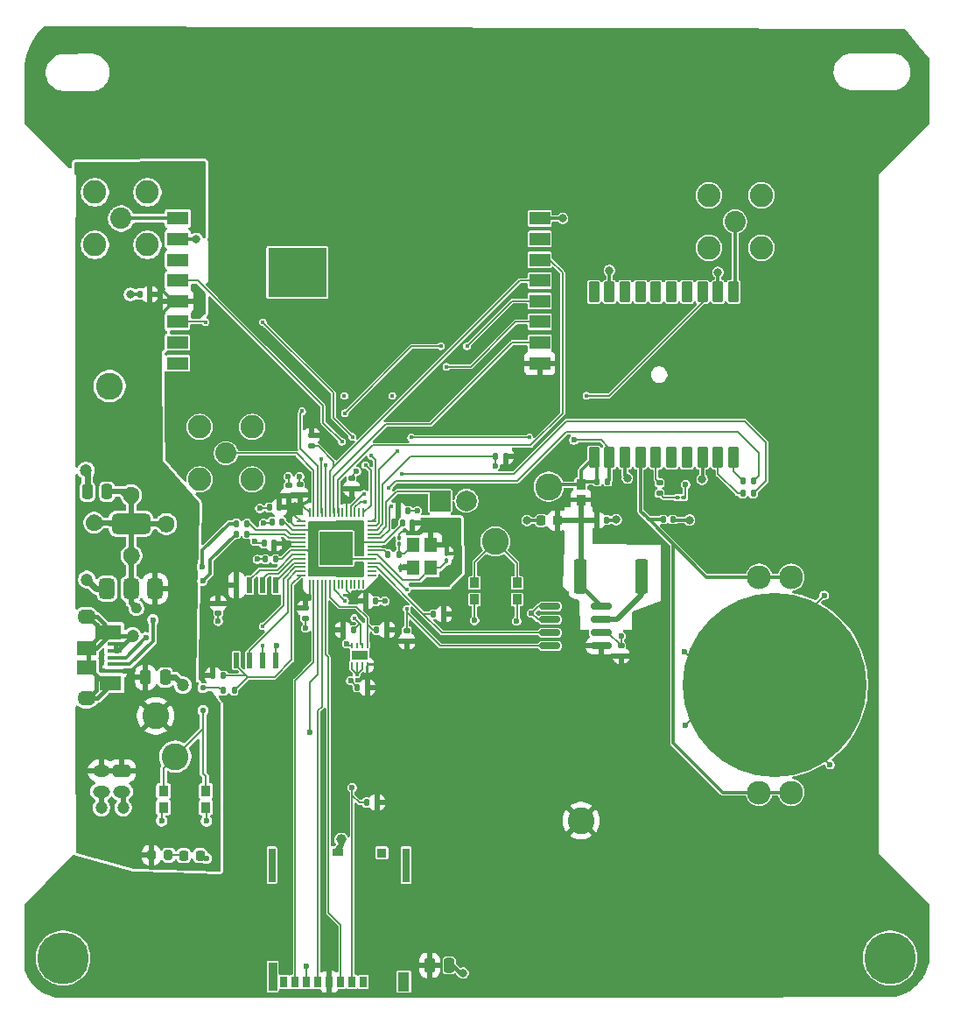
<source format=gbr>
%TF.GenerationSoftware,KiCad,Pcbnew,9.0.0*%
%TF.CreationDate,2025-06-10T14:56:09-07:00*%
%TF.ProjectId,og_pcb,6f675f70-6362-42e6-9b69-6361645f7063,rev?*%
%TF.SameCoordinates,Original*%
%TF.FileFunction,Copper,L1,Top*%
%TF.FilePolarity,Positive*%
%FSLAX46Y46*%
G04 Gerber Fmt 4.6, Leading zero omitted, Abs format (unit mm)*
G04 Created by KiCad (PCBNEW 9.0.0) date 2025-06-10 14:56:09*
%MOMM*%
%LPD*%
G01*
G04 APERTURE LIST*
G04 Aperture macros list*
%AMRoundRect*
0 Rectangle with rounded corners*
0 $1 Rounding radius*
0 $2 $3 $4 $5 $6 $7 $8 $9 X,Y pos of 4 corners*
0 Add a 4 corners polygon primitive as box body*
4,1,4,$2,$3,$4,$5,$6,$7,$8,$9,$2,$3,0*
0 Add four circle primitives for the rounded corners*
1,1,$1+$1,$2,$3*
1,1,$1+$1,$4,$5*
1,1,$1+$1,$6,$7*
1,1,$1+$1,$8,$9*
0 Add four rect primitives between the rounded corners*
20,1,$1+$1,$2,$3,$4,$5,0*
20,1,$1+$1,$4,$5,$6,$7,0*
20,1,$1+$1,$6,$7,$8,$9,0*
20,1,$1+$1,$8,$9,$2,$3,0*%
G04 Aperture macros list end*
%TA.AperFunction,SMDPad,CuDef*%
%ADD10RoundRect,0.140000X-0.140000X-0.170000X0.140000X-0.170000X0.140000X0.170000X-0.140000X0.170000X0*%
%TD*%
%TA.AperFunction,SMDPad,CuDef*%
%ADD11R,0.970000X1.000000*%
%TD*%
%TA.AperFunction,SMDPad,CuDef*%
%ADD12RoundRect,0.100000X0.100000X-0.130000X0.100000X0.130000X-0.100000X0.130000X-0.100000X-0.130000X0*%
%TD*%
%TA.AperFunction,SMDPad,CuDef*%
%ADD13RoundRect,0.250000X-0.362500X-1.425000X0.362500X-1.425000X0.362500X1.425000X-0.362500X1.425000X0*%
%TD*%
%TA.AperFunction,SMDPad,CuDef*%
%ADD14RoundRect,0.140000X0.170000X-0.140000X0.170000X0.140000X-0.170000X0.140000X-0.170000X-0.140000X0*%
%TD*%
%TA.AperFunction,SMDPad,CuDef*%
%ADD15RoundRect,0.150000X-0.825000X-0.150000X0.825000X-0.150000X0.825000X0.150000X-0.825000X0.150000X0*%
%TD*%
%TA.AperFunction,SMDPad,CuDef*%
%ADD16RoundRect,0.250000X-0.250000X-0.475000X0.250000X-0.475000X0.250000X0.475000X-0.250000X0.475000X0*%
%TD*%
%TA.AperFunction,SMDPad,CuDef*%
%ADD17RoundRect,0.200000X-0.200000X-0.275000X0.200000X-0.275000X0.200000X0.275000X-0.200000X0.275000X0*%
%TD*%
%TA.AperFunction,SMDPad,CuDef*%
%ADD18RoundRect,0.218750X0.218750X0.256250X-0.218750X0.256250X-0.218750X-0.256250X0.218750X-0.256250X0*%
%TD*%
%TA.AperFunction,SMDPad,CuDef*%
%ADD19RoundRect,0.135000X-0.135000X-0.185000X0.135000X-0.185000X0.135000X0.185000X-0.135000X0.185000X0*%
%TD*%
%TA.AperFunction,SMDPad,CuDef*%
%ADD20RoundRect,0.125000X0.125000X-0.125000X0.125000X0.125000X-0.125000X0.125000X-0.125000X-0.125000X0*%
%TD*%
%TA.AperFunction,SMDPad,CuDef*%
%ADD21RoundRect,0.050000X0.050000X-0.387500X0.050000X0.387500X-0.050000X0.387500X-0.050000X-0.387500X0*%
%TD*%
%TA.AperFunction,SMDPad,CuDef*%
%ADD22RoundRect,0.050000X0.387500X-0.050000X0.387500X0.050000X-0.387500X0.050000X-0.387500X-0.050000X0*%
%TD*%
%TA.AperFunction,HeatsinkPad*%
%ADD23R,3.200000X3.200000*%
%TD*%
%TA.AperFunction,ComponentPad*%
%ADD24C,2.600000*%
%TD*%
%TA.AperFunction,SMDPad,CuDef*%
%ADD25RoundRect,0.135000X0.135000X0.185000X-0.135000X0.185000X-0.135000X-0.185000X0.135000X-0.185000X0*%
%TD*%
%TA.AperFunction,SMDPad,CuDef*%
%ADD26R,0.533400X1.524000*%
%TD*%
%TA.AperFunction,SMDPad,CuDef*%
%ADD27RoundRect,0.125000X0.375000X-0.875000X0.375000X0.875000X-0.375000X0.875000X-0.375000X-0.875000X0*%
%TD*%
%TA.AperFunction,ComponentPad*%
%ADD28C,2.050000*%
%TD*%
%TA.AperFunction,ComponentPad*%
%ADD29C,2.250000*%
%TD*%
%TA.AperFunction,ComponentPad*%
%ADD30C,2.300000*%
%TD*%
%TA.AperFunction,SMDPad,CuDef*%
%ADD31C,17.800000*%
%TD*%
%TA.AperFunction,SMDPad,CuDef*%
%ADD32RoundRect,0.225000X0.225000X0.250000X-0.225000X0.250000X-0.225000X-0.250000X0.225000X-0.250000X0*%
%TD*%
%TA.AperFunction,SMDPad,CuDef*%
%ADD33RoundRect,0.140000X0.140000X0.170000X-0.140000X0.170000X-0.140000X-0.170000X0.140000X-0.170000X0*%
%TD*%
%TA.AperFunction,SMDPad,CuDef*%
%ADD34R,0.700000X1.100000*%
%TD*%
%TA.AperFunction,SMDPad,CuDef*%
%ADD35R,0.900000X0.930000*%
%TD*%
%TA.AperFunction,SMDPad,CuDef*%
%ADD36R,1.050000X0.780000*%
%TD*%
%TA.AperFunction,SMDPad,CuDef*%
%ADD37R,0.700000X3.330000*%
%TD*%
%TA.AperFunction,SMDPad,CuDef*%
%ADD38R,0.860000X2.800000*%
%TD*%
%TA.AperFunction,SMDPad,CuDef*%
%ADD39R,1.140000X1.830000*%
%TD*%
%TA.AperFunction,SMDPad,CuDef*%
%ADD40RoundRect,0.375000X0.375000X-0.625000X0.375000X0.625000X-0.375000X0.625000X-0.375000X-0.625000X0*%
%TD*%
%TA.AperFunction,SMDPad,CuDef*%
%ADD41RoundRect,0.500000X1.400000X-0.500000X1.400000X0.500000X-1.400000X0.500000X-1.400000X-0.500000X0*%
%TD*%
%TA.AperFunction,SMDPad,CuDef*%
%ADD42RoundRect,0.135000X-0.185000X0.135000X-0.185000X-0.135000X0.185000X-0.135000X0.185000X0.135000X0*%
%TD*%
%TA.AperFunction,SMDPad,CuDef*%
%ADD43RoundRect,0.140000X-0.170000X0.140000X-0.170000X-0.140000X0.170000X-0.140000X0.170000X0.140000X0*%
%TD*%
%TA.AperFunction,SMDPad,CuDef*%
%ADD44R,1.200000X1.400000*%
%TD*%
%TA.AperFunction,ComponentPad*%
%ADD45C,5.000000*%
%TD*%
%TA.AperFunction,SMDPad,CuDef*%
%ADD46RoundRect,0.250000X0.250000X0.475000X-0.250000X0.475000X-0.250000X-0.475000X0.250000X-0.475000X0*%
%TD*%
%TA.AperFunction,SMDPad,CuDef*%
%ADD47RoundRect,0.100000X0.130000X0.100000X-0.130000X0.100000X-0.130000X-0.100000X0.130000X-0.100000X0*%
%TD*%
%TA.AperFunction,ComponentPad*%
%ADD48R,2.000000X2.000000*%
%TD*%
%TA.AperFunction,ComponentPad*%
%ADD49C,2.000000*%
%TD*%
%TA.AperFunction,SMDPad,CuDef*%
%ADD50R,2.000000X1.300000*%
%TD*%
%TA.AperFunction,SMDPad,CuDef*%
%ADD51R,5.699999X4.800001*%
%TD*%
%TA.AperFunction,SMDPad,CuDef*%
%ADD52R,0.900000X1.000000*%
%TD*%
%TA.AperFunction,SMDPad,CuDef*%
%ADD53R,1.380000X0.450000*%
%TD*%
%TA.AperFunction,ComponentPad*%
%ADD54O,1.800000X1.400000*%
%TD*%
%TA.AperFunction,SMDPad,CuDef*%
%ADD55R,1.900000X1.380000*%
%TD*%
%TA.AperFunction,SMDPad,CuDef*%
%ADD56R,2.100000X1.480000*%
%TD*%
%TA.AperFunction,SMDPad,CuDef*%
%ADD57RoundRect,0.135000X0.185000X-0.135000X0.185000X0.135000X-0.185000X0.135000X-0.185000X-0.135000X0*%
%TD*%
%TA.AperFunction,ComponentPad*%
%ADD58RoundRect,0.250000X-0.575000X0.350000X-0.575000X-0.350000X0.575000X-0.350000X0.575000X0.350000X0*%
%TD*%
%TA.AperFunction,ComponentPad*%
%ADD59O,1.650000X1.200000*%
%TD*%
%TA.AperFunction,SMDPad,CuDef*%
%ADD60RoundRect,0.062500X-0.062500X0.187500X-0.062500X-0.187500X0.062500X-0.187500X0.062500X0.187500X0*%
%TD*%
%TA.AperFunction,HeatsinkPad*%
%ADD61C,0.600000*%
%TD*%
%TA.AperFunction,SMDPad,CuDef*%
%ADD62R,1.600000X0.900000*%
%TD*%
%TA.AperFunction,ViaPad*%
%ADD63C,0.800000*%
%TD*%
%TA.AperFunction,ViaPad*%
%ADD64C,1.000000*%
%TD*%
%TA.AperFunction,ViaPad*%
%ADD65C,0.450000*%
%TD*%
%TA.AperFunction,ViaPad*%
%ADD66C,0.600000*%
%TD*%
%TA.AperFunction,ViaPad*%
%ADD67C,1.200000*%
%TD*%
%TA.AperFunction,ViaPad*%
%ADD68C,2.000000*%
%TD*%
%TA.AperFunction,ViaPad*%
%ADD69C,1.600000*%
%TD*%
%TA.AperFunction,Conductor*%
%ADD70C,0.500000*%
%TD*%
%TA.AperFunction,Conductor*%
%ADD71C,0.300000*%
%TD*%
%TA.AperFunction,Conductor*%
%ADD72C,0.400000*%
%TD*%
%TA.AperFunction,Conductor*%
%ADD73C,0.150000*%
%TD*%
%TA.AperFunction,Conductor*%
%ADD74C,0.200000*%
%TD*%
%TA.AperFunction,Conductor*%
%ADD75C,0.600000*%
%TD*%
%TA.AperFunction,Conductor*%
%ADD76C,0.350000*%
%TD*%
G04 APERTURE END LIST*
D10*
%TO.P,C20,2*%
%TO.N,GND*%
X147800000Y-119600000D03*
%TO.P,C20,1*%
%TO.N,+3.3V*%
X146840000Y-119600000D03*
%TD*%
D11*
%TO.P,FL1,2*%
%TO.N,+3.3V*%
X145300000Y-117645000D03*
%TO.P,FL1,1*%
%TO.N,GPS VCC*%
X145300000Y-116175000D03*
%TD*%
D12*
%TO.P,C12,1*%
%TO.N,/RP2040 MCU/Crystal In*%
X132300000Y-123500000D03*
%TO.P,C12,2*%
%TO.N,GND*%
X132300000Y-122860000D03*
%TD*%
D13*
%TO.P,R12,2*%
%TO.N,+3.3V*%
X151137500Y-125075000D03*
%TO.P,R12,1*%
X145212500Y-125075000D03*
%TD*%
D14*
%TO.P,C16,1*%
%TO.N,+3.3V*%
X149170000Y-132730000D03*
%TO.P,C16,2*%
%TO.N,GND*%
X149170000Y-131770000D03*
%TD*%
D15*
%TO.P,U13,1,A1*%
%TO.N,GND*%
X142285000Y-127955000D03*
%TO.P,U13,2,A0*%
X142285000Y-129225000D03*
%TO.P,U13,3,SDA*%
%TO.N,SDA1*%
X142285000Y-130495000D03*
%TO.P,U13,4,SCL*%
%TO.N,SCL1*%
X142285000Y-131765000D03*
%TO.P,U13,5,VS*%
%TO.N,+3.3V*%
X147235000Y-131765000D03*
%TO.P,U13,6,GND*%
%TO.N,GND*%
X147235000Y-130495000D03*
%TO.P,U13,7,IN-*%
%TO.N,+3.3V*%
X147235000Y-129225000D03*
%TO.P,U13,8,IN+*%
X147235000Y-127955000D03*
%TD*%
D10*
%TO.P,C21,2*%
%TO.N,GND*%
X154190000Y-119550000D03*
%TO.P,C21,1*%
%TO.N,/Sensors/VBACKUP*%
X153230000Y-119550000D03*
%TD*%
D16*
%TO.P,C22,2*%
%TO.N,GND*%
X105070000Y-134810000D03*
%TO.P,C22,1*%
%TO.N,VBUS*%
X103170000Y-134810000D03*
%TD*%
D17*
%TO.P,R18,2*%
%TO.N,Net-(D3-A)*%
X105385000Y-152000000D03*
%TO.P,R18,1*%
%TO.N,VBUS*%
X103735000Y-152000000D03*
%TD*%
D18*
%TO.P,D3,2,A*%
%TO.N,Net-(D3-A)*%
X106872500Y-152025000D03*
%TO.P,D3,1,K*%
%TO.N,GND*%
X108447500Y-152025000D03*
%TD*%
D10*
%TO.P,C18,2*%
%TO.N,VBUS*%
X103590000Y-97770000D03*
%TO.P,C18,1*%
%TO.N,GND*%
X102630000Y-97770000D03*
%TD*%
D16*
%TO.P,C15,2*%
%TO.N,GND*%
X132550000Y-162650000D03*
%TO.P,C15,1*%
%TO.N,+3.3V*%
X130650000Y-162650000D03*
%TD*%
D19*
%TO.P,R9,2*%
%TO.N,SCL0*%
X123300000Y-130225000D03*
%TO.P,R9,1*%
%TO.N,+3.3V*%
X122280000Y-130225000D03*
%TD*%
D20*
%TO.P,D4,1,K*%
%TO.N,Net-(D4-K)*%
X108725000Y-138000000D03*
%TO.P,D4,2,A*%
%TO.N,Net-(D4-A)*%
X108725000Y-135800000D03*
%TD*%
D21*
%TO.P,U12,1,IOVDD*%
%TO.N,+3.3V*%
X119025000Y-125787500D03*
%TO.P,U12,2,GPIO0*%
%TO.N,MicroSD MISO*%
X119425000Y-125787500D03*
%TO.P,U12,3,GPIO1*%
%TO.N,MicroSD CS*%
X119825000Y-125787500D03*
%TO.P,U12,4,GPIO2*%
%TO.N,MicroSD CLK*%
X120225000Y-125787500D03*
%TO.P,U12,5,GPIO3*%
%TO.N,MicroSD MOSI*%
X120625000Y-125787500D03*
%TO.P,U12,6,GPIO4*%
%TO.N,SDA0*%
X121025000Y-125787500D03*
%TO.P,U12,7,GPIO5*%
%TO.N,SCL0*%
X121425000Y-125787500D03*
%TO.P,U12,8,GPIO6*%
%TO.N,unconnected-(U12-GPIO6-Pad8)*%
X121825000Y-125787500D03*
%TO.P,U12,9,GPIO7*%
%TO.N,unconnected-(U12-GPIO7-Pad9)*%
X122225000Y-125787500D03*
%TO.P,U12,10,IOVDD*%
%TO.N,+3.3V*%
X122625000Y-125787500D03*
%TO.P,U12,11,GPIO8*%
%TO.N,unconnected-(U12-GPIO8-Pad11)*%
X123025000Y-125787500D03*
%TO.P,U12,12,GPIO9*%
%TO.N,unconnected-(U12-GPIO9-Pad12)*%
X123425000Y-125787500D03*
%TO.P,U12,13,GPIO10*%
%TO.N,unconnected-(U12-GPIO10-Pad13)*%
X123825000Y-125787500D03*
%TO.P,U12,14,GPIO11*%
%TO.N,unconnected-(U12-GPIO11-Pad14)*%
X124225000Y-125787500D03*
D22*
%TO.P,U12,15,GPIO12*%
%TO.N,unconnected-(U12-GPIO12-Pad15)*%
X125062500Y-124950000D03*
%TO.P,U12,16,GPIO13*%
%TO.N,unconnected-(U12-GPIO13-Pad16)*%
X125062500Y-124550000D03*
%TO.P,U12,17,GPIO14*%
%TO.N,SDA1*%
X125062500Y-124150000D03*
%TO.P,U12,18,GPIO15*%
%TO.N,SCL1*%
X125062500Y-123750000D03*
%TO.P,U12,19,TESTEN*%
%TO.N,GND*%
X125062500Y-123350000D03*
%TO.P,U12,20,XIN*%
%TO.N,/RP2040 MCU/Crystal In*%
X125062500Y-122950000D03*
%TO.P,U12,21,XOUT*%
%TO.N,/RP2040 MCU/Crystal Out*%
X125062500Y-122550000D03*
%TO.P,U12,22,IOVDD*%
%TO.N,+3.3V*%
X125062500Y-122150000D03*
%TO.P,U12,23,DVDD*%
%TO.N,+1V1*%
X125062500Y-121750000D03*
%TO.P,U12,24,SWCLK*%
%TO.N,SWCLK*%
X125062500Y-121350000D03*
%TO.P,U12,25,SWD*%
%TO.N,SWD*%
X125062500Y-120950000D03*
%TO.P,U12,26,RUN*%
%TO.N,RP2040 Reset*%
X125062500Y-120550000D03*
%TO.P,U12,27,GPIO16*%
%TO.N,GPS Reset*%
X125062500Y-120150000D03*
%TO.P,U12,28,GPIO17*%
%TO.N,RF DIO0*%
X125062500Y-119750000D03*
D21*
%TO.P,U12,29,GPIO18*%
%TO.N,RF DIO4*%
X124225000Y-118912500D03*
%TO.P,U12,30,GPIO19*%
%TO.N,unconnected-(U12-GPIO19-Pad30)*%
X123825000Y-118912500D03*
%TO.P,U12,31,GPIO20*%
%TO.N,GPS UART Rx*%
X123425000Y-118912500D03*
%TO.P,U12,32,GPIO21*%
%TO.N,GPS UART Tx*%
X123025000Y-118912500D03*
%TO.P,U12,33,IOVDD*%
%TO.N,+3.3V*%
X122625000Y-118912500D03*
%TO.P,U12,34,GPIO22*%
%TO.N,unconnected-(U12-GPIO22-Pad34)*%
X122225000Y-118912500D03*
%TO.P,U12,35,GPIO23*%
%TO.N,RF Reset*%
X121825000Y-118912500D03*
%TO.P,U12,36,GPIO24*%
%TO.N,RF MISO*%
X121425000Y-118912500D03*
%TO.P,U12,37,GPIO25*%
%TO.N,RF NSS*%
X121025000Y-118912500D03*
%TO.P,U12,38,GPIO26_ADC0*%
%TO.N,RF SCK*%
X120625000Y-118912500D03*
%TO.P,U12,39,GPIO27_ADC1*%
%TO.N,RF MOSI*%
X120225000Y-118912500D03*
%TO.P,U12,40,GPIO28_ADC2*%
%TO.N,GPS 1PPS*%
X119825000Y-118912500D03*
%TO.P,U12,41,GPIO29_ADC3*%
%TO.N,Cosmic Analog*%
X119425000Y-118912500D03*
%TO.P,U12,42,IOVDD*%
%TO.N,+3.3V*%
X119025000Y-118912500D03*
D22*
%TO.P,U12,43,ADC_AVDD*%
X118187500Y-119750000D03*
%TO.P,U12,44,VREG_IN*%
X118187500Y-120150000D03*
%TO.P,U12,45,VREG_VOUT*%
%TO.N,+1V1*%
X118187500Y-120550000D03*
%TO.P,U12,46,USB_DM*%
%TO.N,Net-(U12-USB_DM)*%
X118187500Y-120950000D03*
%TO.P,U12,47,USB_DP*%
%TO.N,Net-(U12-USB_DP)*%
X118187500Y-121350000D03*
%TO.P,U12,48,USB_VDD*%
%TO.N,+3.3V*%
X118187500Y-121750000D03*
%TO.P,U12,49,IOVDD*%
X118187500Y-122150000D03*
%TO.P,U12,50,DVDD*%
%TO.N,+1V1*%
X118187500Y-122550000D03*
%TO.P,U12,51,QSPI_SD3*%
%TO.N,/RP2040 MCU/QSPI_SD3*%
X118187500Y-122950000D03*
%TO.P,U12,52,QSPI_SCLK*%
%TO.N,/RP2040 MCU/QSPI_SCLK*%
X118187500Y-123350000D03*
%TO.P,U12,53,QSPI_SD0*%
%TO.N,/RP2040 MCU/QSPI_SD0*%
X118187500Y-123750000D03*
%TO.P,U12,54,QSPI_SD2*%
%TO.N,/RP2040 MCU/QSPI_SD2*%
X118187500Y-124150000D03*
%TO.P,U12,55,QSPI_SD1*%
%TO.N,/RP2040 MCU/QSPI_SD1*%
X118187500Y-124550000D03*
%TO.P,U12,56,QSPI_SS*%
%TO.N,/RP2040 MCU/QSPI_SS*%
X118187500Y-124950000D03*
D23*
%TO.P,U12,57,GND*%
%TO.N,GND*%
X121625000Y-122350000D03*
%TD*%
D12*
%TO.P,C13,1*%
%TO.N,Net-(C13-Pad1)*%
X127725000Y-121940000D03*
%TO.P,C13,2*%
%TO.N,GND*%
X127725000Y-121300000D03*
%TD*%
D24*
%TO.P,TP5,1,1*%
%TO.N,+3.3V*%
X145300000Y-148650000D03*
%TD*%
D25*
%TO.P,R7,1*%
%TO.N,+3.3V*%
X125575000Y-146900000D03*
%TO.P,R7,2*%
%TO.N,MicroSD CS*%
X124555000Y-146900000D03*
%TD*%
D26*
%TO.P,U3,1,~{CS}*%
%TO.N,/RP2040 MCU/QSPI_SS*%
X111970000Y-133194900D03*
%TO.P,U3,2,DO(IO1)*%
%TO.N,/RP2040 MCU/QSPI_SD1*%
X113240000Y-133194900D03*
%TO.P,U3,3,IO2*%
%TO.N,/RP2040 MCU/QSPI_SD2*%
X114510000Y-133194900D03*
%TO.P,U3,4,GND*%
%TO.N,GND*%
X115780000Y-133194900D03*
%TO.P,U3,5,DI(IO0)*%
%TO.N,/RP2040 MCU/QSPI_SD0*%
X115780000Y-125905100D03*
%TO.P,U3,6,CLK*%
%TO.N,/RP2040 MCU/QSPI_SCLK*%
X114510000Y-125905100D03*
%TO.P,U3,7,IO3*%
%TO.N,/RP2040 MCU/QSPI_SD3*%
X113240000Y-125905100D03*
%TO.P,U3,8,VCC*%
%TO.N,+3.3V*%
X111970000Y-125905100D03*
%TD*%
D27*
%TO.P,U1,1,VCC*%
%TO.N,GPS VCC*%
X146550000Y-113550000D03*
%TO.P,U1,2,~{RESET}*%
%TO.N,GPS Reset*%
X148050000Y-113550000D03*
%TO.P,U1,3,GND*%
%TO.N,GND*%
X149550000Y-113550000D03*
%TO.P,U1,4,VBACKUP*%
%TO.N,/Sensors/VBACKUP*%
X151050000Y-113550000D03*
%TO.P,U1,5,3D-FIX*%
%TO.N,Net-(U1-3D-FIX)*%
X152550000Y-113550000D03*
%TO.P,U1,6,NC*%
%TO.N,unconnected-(U1-NC-Pad6)*%
X154050000Y-113550000D03*
%TO.P,U1,7,NC*%
%TO.N,unconnected-(U1-NC-Pad7)*%
X155550000Y-113550000D03*
%TO.P,U1,8,GND*%
%TO.N,GND*%
X157050000Y-113550000D03*
%TO.P,U1,9,TX*%
%TO.N,Net-(U1-TX)*%
X158550000Y-113550000D03*
%TO.P,U1,10,RX*%
%TO.N,Net-(U1-RX)*%
X160050000Y-113550000D03*
%TO.P,U1,11,EX_ANT*%
%TO.N,Net-(J2-In)*%
X160050000Y-97550000D03*
%TO.P,U1,12,GND*%
%TO.N,GND*%
X158550000Y-97550000D03*
%TO.P,U1,13,1PPS*%
%TO.N,GPS 1PPS*%
X157050000Y-97550000D03*
%TO.P,U1,14,RX1/I2C_SCL*%
%TO.N,unconnected-(U1-RX1{slash}I2C_SCL-Pad14)*%
X155550000Y-97550000D03*
%TO.P,U1,15,TX1/I2C_SDA*%
%TO.N,unconnected-(U1-TX1{slash}I2C_SDA-Pad15)*%
X154050000Y-97550000D03*
%TO.P,U1,16,NC*%
%TO.N,unconnected-(U1-NC-Pad16)*%
X152550000Y-97550000D03*
%TO.P,U1,17,NC*%
%TO.N,unconnected-(U1-NC-Pad17)*%
X151050000Y-97550000D03*
%TO.P,U1,18,NC*%
%TO.N,unconnected-(U1-NC-Pad18)*%
X149550000Y-97550000D03*
%TO.P,U1,19,GND*%
%TO.N,GND*%
X148050000Y-97550000D03*
%TO.P,U1,20,NC*%
%TO.N,unconnected-(U1-NC-Pad20)*%
X146550000Y-97550000D03*
%TD*%
D24*
%TO.P,TP4,1,1*%
%TO.N,+3.3V*%
X99700000Y-106650000D03*
%TD*%
D28*
%TO.P,J6,1,In*%
%TO.N,Net-(J6-In)*%
X100815000Y-90465000D03*
D29*
%TO.P,J6,2,Ext*%
%TO.N,GND*%
X98275000Y-93005000D03*
X103355000Y-93005000D03*
X98275000Y-87925000D03*
X103355000Y-87925000D03*
%TD*%
D19*
%TO.P,R6,1*%
%TO.N,+3.3V*%
X109705000Y-134650000D03*
%TO.P,R6,2*%
%TO.N,/RP2040 MCU/QSPI_SS*%
X110725000Y-134650000D03*
%TD*%
D30*
%TO.P,BT1,1,+*%
%TO.N,/Sensors/VBACKUP*%
X162525000Y-145925000D03*
X165625000Y-145925000D03*
X162525000Y-125125000D03*
X165625000Y-125125000D03*
D31*
%TO.P,BT1,2,-*%
%TO.N,GND*%
X164025000Y-135525000D03*
%TD*%
D32*
%TO.P,C19,1*%
%TO.N,+3.3V*%
X143000000Y-119650000D03*
%TO.P,C19,2*%
%TO.N,GND*%
X141450000Y-119650000D03*
%TD*%
D10*
%TO.P,C8,1*%
%TO.N,+3.3V*%
X124475000Y-127450000D03*
%TO.P,C8,2*%
%TO.N,GND*%
X125435000Y-127450000D03*
%TD*%
D14*
%TO.P,C6,1*%
%TO.N,+3.3V*%
X123100000Y-116550000D03*
%TO.P,C6,2*%
%TO.N,GND*%
X123100000Y-115590000D03*
%TD*%
D33*
%TO.P,C3,1*%
%TO.N,+3.3V*%
X115605000Y-121875000D03*
%TO.P,C3,2*%
%TO.N,GND*%
X114645000Y-121875000D03*
%TD*%
D24*
%TO.P,TP6,1,1*%
%TO.N,VBUS*%
X104140000Y-138540000D03*
%TD*%
D28*
%TO.P,J1,1,In*%
%TO.N,Cosmic Analog*%
X110950000Y-113150000D03*
D29*
%TO.P,J1,2,Ext*%
%TO.N,GND*%
X108410000Y-115690000D03*
X113490000Y-115690000D03*
X108410000Y-110610000D03*
X113490000Y-110610000D03*
%TD*%
D34*
%TO.P,J4,1,DAT2*%
%TO.N,unconnected-(J4-DAT2-Pad1)*%
X124255000Y-164240000D03*
%TO.P,J4,2,DAT3/CD*%
%TO.N,MicroSD CS*%
X123155000Y-164240000D03*
%TO.P,J4,3,CMD*%
%TO.N,MicroSD MOSI*%
X122055000Y-164240000D03*
%TO.P,J4,4,VDD*%
%TO.N,+3.3V*%
X120955000Y-164240000D03*
%TO.P,J4,5,CLK*%
%TO.N,MicroSD CLK*%
X119855000Y-164240000D03*
%TO.P,J4,6,VSS*%
%TO.N,GND*%
X118755000Y-164240000D03*
%TO.P,J4,7,DAT0*%
%TO.N,MicroSD MISO*%
X117655000Y-164240000D03*
%TO.P,J4,8,DAT1*%
%TO.N,unconnected-(J4-DAT1-Pad8)*%
X116555000Y-164240000D03*
D35*
%TO.P,J4,9,DET*%
%TO.N,unconnected-(J4-DET-Pad9)*%
X126045000Y-151775000D03*
D36*
%TO.P,J4,10,SHIELD*%
%TO.N,GND*%
X121780000Y-151700000D03*
D37*
%TO.P,J4,11*%
%TO.N,N/C*%
X115395000Y-152975000D03*
D38*
%TO.P,J4,12*%
X115475000Y-163740000D03*
D39*
%TO.P,J4,13*%
X128135000Y-164225000D03*
D37*
%TO.P,J4,14*%
X128355000Y-152975000D03*
%TD*%
D40*
%TO.P,U2,1,GND*%
%TO.N,GND*%
X99462500Y-126250000D03*
%TO.P,U2,2,VO*%
%TO.N,+3.3V*%
X101762500Y-126250000D03*
D41*
X101762500Y-119950000D03*
D40*
%TO.P,U2,3,VI*%
%TO.N,VBUS*%
X104062500Y-126250000D03*
%TD*%
D42*
%TO.P,R13,1*%
%TO.N,+3.3V*%
X119225000Y-111450000D03*
%TO.P,R13,2*%
%TO.N,RF NSS*%
X119225000Y-112470000D03*
%TD*%
D33*
%TO.P,C11,1*%
%TO.N,+1V1*%
X115725000Y-123400000D03*
%TO.P,C11,2*%
%TO.N,GND*%
X114765000Y-123400000D03*
%TD*%
D19*
%TO.P,R17,1*%
%TO.N,Net-(U1-RX)*%
X160940000Y-115800000D03*
%TO.P,R17,2*%
%TO.N,GPS UART Rx*%
X161960000Y-115800000D03*
%TD*%
%TO.P,R3,1*%
%TO.N,USB_DM*%
X111955000Y-119950000D03*
%TO.P,R3,2*%
%TO.N,Net-(U12-USB_DM)*%
X112975000Y-119950000D03*
%TD*%
%TO.P,R2,1*%
%TO.N,USB_DP*%
X111955000Y-120950000D03*
%TO.P,R2,2*%
%TO.N,Net-(U12-USB_DP)*%
X112975000Y-120950000D03*
%TD*%
D43*
%TO.P,C14,1*%
%TO.N,+3.3V*%
X110210000Y-127640000D03*
%TO.P,C14,2*%
%TO.N,GND*%
X110210000Y-128600000D03*
%TD*%
D44*
%TO.P,Y3,1,1*%
%TO.N,/RP2040 MCU/Crystal In*%
X130775000Y-124225000D03*
%TO.P,Y3,2,2*%
%TO.N,GND*%
X130775000Y-122025000D03*
%TO.P,Y3,3,3*%
%TO.N,Net-(C13-Pad1)*%
X129075000Y-122025000D03*
%TO.P,Y3,4,4*%
%TO.N,GND*%
X129075000Y-124225000D03*
%TD*%
D45*
%TO.P,H2,1*%
%TO.N,N/C*%
X175198638Y-161936278D03*
%TD*%
D46*
%TO.P,C23,1*%
%TO.N,+3.3V*%
X99450000Y-116850000D03*
%TO.P,C23,2*%
%TO.N,GND*%
X97550000Y-116850000D03*
%TD*%
D47*
%TO.P,D2,1,K*%
%TO.N,GND*%
X155255000Y-117425000D03*
%TO.P,D2,2,A*%
%TO.N,Net-(D2-A)*%
X154615000Y-117425000D03*
%TD*%
D14*
%TO.P,C4,1*%
%TO.N,+3.3V*%
X117025000Y-117225000D03*
%TO.P,C4,2*%
%TO.N,GND*%
X117025000Y-116265000D03*
%TD*%
D25*
%TO.P,R10,1*%
%TO.N,+3.3V*%
X132045000Y-128700000D03*
%TO.P,R10,2*%
%TO.N,SDA1*%
X131025000Y-128700000D03*
%TD*%
D10*
%TO.P,C10,1*%
%TO.N,+1V1*%
X128050000Y-119850000D03*
%TO.P,C10,2*%
%TO.N,GND*%
X129010000Y-119850000D03*
%TD*%
D19*
%TO.P,R14,1*%
%TO.N,GPS VCC*%
X146855000Y-115900000D03*
%TO.P,R14,2*%
%TO.N,GPS Reset*%
X147875000Y-115900000D03*
%TD*%
%TO.P,R5,1*%
%TO.N,/RP2040 MCU/Crystal Out*%
X126640000Y-122925000D03*
%TO.P,R5,2*%
%TO.N,Net-(C13-Pad1)*%
X127660000Y-122925000D03*
%TD*%
D48*
%TO.P,J5,1,Pin_1*%
%TO.N,SWD*%
X131680000Y-117750000D03*
D49*
%TO.P,J5,2,Pin_2*%
%TO.N,SWCLK*%
X134220000Y-117750000D03*
%TD*%
D50*
%TO.P,U16,1,ANT*%
%TO.N,Net-(J6-In)*%
X106300000Y-90450000D03*
%TO.P,U16,2,GND*%
%TO.N,GND*%
X106300000Y-92450000D03*
%TO.P,U16,3,DI/O3*%
%TO.N,unconnected-(U16-DI{slash}O3-Pad3)*%
X106300000Y-94450000D03*
%TO.P,U16,4,DI/O4*%
%TO.N,RF DIO4*%
X106300000Y-96450000D03*
%TO.P,U16,5,VCC(5V)*%
%TO.N,VBUS*%
X106300000Y-98450000D03*
%TO.P,U16,6,DI/O0*%
%TO.N,RF DIO0*%
X106300000Y-100450000D03*
%TO.P,U16,7,DI/O1|DCLK*%
%TO.N,unconnected-(U16-DI{slash}O1|DCLK-Pad7)*%
X106300000Y-102450000D03*
%TO.P,U16,8,DI/O2|Data*%
%TO.N,unconnected-(U16-DI{slash}O2|Data-Pad8)*%
X106300000Y-104450000D03*
%TO.P,U16,9,3.3V*%
%TO.N,+3.3V*%
X141300000Y-104450000D03*
%TO.P,U16,10,MISO*%
%TO.N,RF MISO*%
X141300000Y-102450000D03*
%TO.P,U16,11,MOSI*%
%TO.N,RF MOSI*%
X141300000Y-100450000D03*
%TO.P,U16,12,SCK*%
%TO.N,RF SCK*%
X141300000Y-98450000D03*
%TO.P,U16,13,NSS*%
%TO.N,RF NSS*%
X141300000Y-96450000D03*
%TO.P,U16,14,RESET*%
%TO.N,RF Reset*%
X141300000Y-94450000D03*
%TO.P,U16,15,DI/O5*%
%TO.N,unconnected-(U16-DI{slash}O5-Pad15)*%
X141300000Y-92450000D03*
%TO.P,U16,16,GND*%
%TO.N,GND*%
X141300000Y-90450000D03*
D51*
%TO.P,U16,17,GND*%
X117867500Y-95700000D03*
%TD*%
D10*
%TO.P,C7,1*%
%TO.N,+3.3V*%
X127600000Y-118725000D03*
%TO.P,C7,2*%
%TO.N,GND*%
X128560000Y-118725000D03*
%TD*%
D33*
%TO.P,C17,1*%
%TO.N,+3.3V*%
X124635000Y-135775000D03*
%TO.P,C17,2*%
%TO.N,GND*%
X123675000Y-135775000D03*
%TD*%
D45*
%TO.P,H1,1*%
%TO.N,N/C*%
X95198638Y-161936278D03*
%TD*%
D52*
%TO.P,SW5,1,1*%
%TO.N,GND*%
X109000000Y-147375000D03*
X104900000Y-147375000D03*
%TO.P,SW5,2,2*%
%TO.N,Net-(D4-K)*%
X109000000Y-145775000D03*
X104900000Y-145775000D03*
%TD*%
D25*
%TO.P,R8,1*%
%TO.N,+3.3V*%
X126545000Y-130225000D03*
%TO.P,R8,2*%
%TO.N,SDA0*%
X125525000Y-130225000D03*
%TD*%
D24*
%TO.P,TP3,1,1*%
%TO.N,GPS VCC*%
X142172500Y-116377500D03*
%TD*%
D33*
%TO.P,C2,1*%
%TO.N,+3.3V*%
X116125000Y-118375000D03*
%TO.P,C2,2*%
%TO.N,GND*%
X115165000Y-118375000D03*
%TD*%
D53*
%TO.P,J12,1,VBUS*%
%TO.N,VBUS*%
X100150000Y-134200000D03*
%TO.P,J12,2,D-*%
%TO.N,USB_DM*%
X100150000Y-133550000D03*
%TO.P,J12,3,D+*%
%TO.N,USB_DP*%
X100150000Y-132900000D03*
%TO.P,J12,4,ID*%
%TO.N,GND*%
X100150000Y-132250000D03*
%TO.P,J12,5,GND*%
X100150000Y-131600000D03*
D54*
%TO.P,J12,6,Shield*%
X97450000Y-128950000D03*
X97450000Y-136850000D03*
D55*
X97500000Y-131960000D03*
X97500000Y-133840000D03*
D56*
X99800000Y-130440000D03*
X99800000Y-135360000D03*
%TD*%
D19*
%TO.P,R16,1*%
%TO.N,Net-(U1-TX)*%
X160950000Y-117050000D03*
%TO.P,R16,2*%
%TO.N,GPS UART Tx*%
X161970000Y-117050000D03*
%TD*%
D33*
%TO.P,C1,1*%
%TO.N,+1V1*%
X116375000Y-119775000D03*
%TO.P,C1,2*%
%TO.N,GND*%
X115415000Y-119775000D03*
%TD*%
D57*
%TO.P,R11,1*%
%TO.N,+3.3V*%
X128450000Y-131320000D03*
%TO.P,R11,2*%
%TO.N,SCL1*%
X128450000Y-130300000D03*
%TD*%
D24*
%TO.P,TP1,1,1*%
%TO.N,RP2040 Reset*%
X137000000Y-121680000D03*
%TD*%
D42*
%TO.P,R15,1*%
%TO.N,Net-(U1-3D-FIX)*%
X152900000Y-116015000D03*
%TO.P,R15,2*%
%TO.N,Net-(D2-A)*%
X152900000Y-117035000D03*
%TD*%
D58*
%TO.P,J3,1,Pin_1*%
%TO.N,VBUS*%
X100900000Y-143850000D03*
D59*
%TO.P,J3,2,Pin_2*%
X98900000Y-143850000D03*
%TO.P,J3,3,Pin_3*%
%TO.N,GND*%
X100900000Y-145850000D03*
%TO.P,J3,4,Pin_4*%
X98900000Y-145850000D03*
%TD*%
D25*
%TO.P,R1,1*%
%TO.N,+3.3V*%
X138020000Y-113425000D03*
%TO.P,R1,2*%
%TO.N,RP2040 Reset*%
X137000000Y-113425000D03*
%TD*%
D52*
%TO.P,SW4,1,1*%
%TO.N,GND*%
X139100000Y-127280000D03*
X135000000Y-127280000D03*
%TO.P,SW4,2,2*%
%TO.N,RP2040 Reset*%
X139100000Y-125680000D03*
X135000000Y-125680000D03*
%TD*%
D24*
%TO.P,TP2,1,1*%
%TO.N,Net-(D4-K)*%
X106050000Y-142475000D03*
%TD*%
D25*
%TO.P,R4,1*%
%TO.N,/RP2040 MCU/QSPI_SS*%
X111745000Y-136100000D03*
%TO.P,R4,2*%
%TO.N,Net-(D4-A)*%
X110725000Y-136100000D03*
%TD*%
D60*
%TO.P,U15,1,SDA*%
%TO.N,SDA0*%
X124625000Y-131700000D03*
%TO.P,U15,2,SCL*%
%TO.N,SCL0*%
X124125000Y-131700000D03*
%TO.P,U15,3,ALERT*%
%TO.N,unconnected-(U15-ALERT-Pad3)*%
X123625000Y-131700000D03*
%TO.P,U15,4,GND*%
%TO.N,GND*%
X123125000Y-131700000D03*
%TO.P,U15,5,A2*%
X123125000Y-133600000D03*
%TO.P,U15,6,A1*%
X123625000Y-133600000D03*
%TO.P,U15,7,A0*%
X124125000Y-133600000D03*
%TO.P,U15,8,V+*%
%TO.N,+3.3V*%
X124625000Y-133600000D03*
D61*
%TO.P,U15,9,EP*%
%TO.N,GND*%
X124375000Y-132650000D03*
D62*
X123875000Y-132650000D03*
D61*
X123375000Y-132650000D03*
%TD*%
D14*
%TO.P,C5,1*%
%TO.N,+3.3V*%
X118100000Y-117150000D03*
%TO.P,C5,2*%
%TO.N,GND*%
X118100000Y-116190000D03*
%TD*%
D43*
%TO.P,C9,1*%
%TO.N,+3.3V*%
X118625000Y-128125000D03*
%TO.P,C9,2*%
%TO.N,GND*%
X118625000Y-129085000D03*
%TD*%
D28*
%TO.P,J2,1,In*%
%TO.N,Net-(J2-In)*%
X160200000Y-90750000D03*
D29*
%TO.P,J2,2,Ext*%
%TO.N,GND*%
X157660000Y-93290000D03*
X162740000Y-93290000D03*
X157660000Y-88210000D03*
X162740000Y-88210000D03*
%TD*%
D63*
%TO.N,+3.3V*%
X151150000Y-120625000D03*
D64*
X153775000Y-82450000D03*
X129750000Y-93925000D03*
X168600000Y-104675000D03*
X106250000Y-158900000D03*
X150175000Y-144100000D03*
X137275000Y-151750000D03*
X153275000Y-152650000D03*
X151075000Y-154725000D03*
X147200000Y-155825000D03*
X142875000Y-155475000D03*
X139700000Y-154250000D03*
X141000000Y-143900000D03*
D63*
X142750000Y-121175000D03*
D65*
%TO.N,GND*%
X130750000Y-120550000D03*
D66*
X133275000Y-123525000D03*
X140500000Y-128600000D03*
X149170000Y-130800000D03*
D64*
%TO.N,+3.3V*%
X141800000Y-124850000D03*
D66*
%TO.N,USB_DM*%
X103875000Y-129250000D03*
D67*
%TO.N,GND*%
X106780000Y-135580000D03*
D66*
X109045000Y-152300000D03*
X133025000Y-120475000D03*
X131100000Y-125660000D03*
X132540000Y-125030000D03*
X132400000Y-121675000D03*
D64*
%TO.N,+3.3V*%
X102290000Y-128130000D03*
D66*
%TO.N,MicroSD CS*%
X119025000Y-140100000D03*
X123155000Y-145475000D03*
%TO.N,GND*%
X118725000Y-162750000D03*
D63*
%TO.N,+3.3V*%
X121000000Y-162475000D03*
%TO.N,GND*%
X148715000Y-119575000D03*
D66*
X113975000Y-123400000D03*
D63*
X148050000Y-95475000D03*
D67*
X101925000Y-130800000D03*
D66*
X139075000Y-129355000D03*
D67*
X98900000Y-147400000D03*
X97425000Y-114825000D03*
D63*
X101715000Y-97795000D03*
D66*
X120400000Y-121100000D03*
X135000000Y-129305000D03*
D63*
X155800000Y-119600000D03*
X158550000Y-95650000D03*
D66*
X113750000Y-121650000D03*
X126325000Y-127450000D03*
X155425000Y-139425000D03*
D68*
X164000000Y-142175000D03*
D63*
X157025000Y-115675000D03*
X133900000Y-163400000D03*
D65*
X123625000Y-134500000D03*
D67*
X115875000Y-97225000D03*
D66*
X110210000Y-129390000D03*
X169400000Y-143250000D03*
D65*
X128175000Y-120650000D03*
D67*
X117867500Y-95700000D03*
D68*
X164075000Y-129025000D03*
D66*
X115825000Y-131750000D03*
D67*
X101000000Y-147400000D03*
D68*
X164025000Y-135525000D03*
D65*
X131650000Y-120575000D03*
D66*
X129475000Y-118700000D03*
X118075000Y-115400000D03*
X123025000Y-135125000D03*
D63*
X108100000Y-92475000D03*
D66*
X122875000Y-121100000D03*
X155275000Y-132350000D03*
X122825000Y-123575000D03*
X122625000Y-131550000D03*
X123575000Y-114900000D03*
D68*
X170250000Y-135525000D03*
D63*
X149800000Y-115550000D03*
D64*
X122100000Y-150475000D03*
D68*
X121625000Y-122350000D03*
D67*
X119850000Y-94150000D03*
D68*
X157450000Y-135525000D03*
D66*
X104725000Y-148675000D03*
D67*
X119950000Y-97150000D03*
X97500000Y-125350000D03*
D63*
X140075000Y-119650000D03*
D66*
X114575000Y-119875000D03*
X116975000Y-115425000D03*
X120350000Y-123600000D03*
X118650000Y-130050000D03*
D63*
X143525000Y-90450000D03*
D66*
X114225000Y-118475000D03*
X168825000Y-126875000D03*
X109075000Y-148700000D03*
D67*
X115900000Y-94225000D03*
D65*
X127775000Y-124225000D03*
D66*
X129850000Y-119850000D03*
X155420000Y-116175000D03*
D65*
%TO.N,/RP2040 MCU/QSPI_SD2*%
X114500000Y-131725000D03*
X114500000Y-129875000D03*
D66*
%TO.N,RP2040 Reset*%
X137000000Y-114400000D03*
D65*
%TO.N,SCL0*%
X122462500Y-127387500D03*
X123375000Y-129075000D03*
%TO.N,GPS Reset*%
X128875000Y-111625000D03*
X140300000Y-111625000D03*
D66*
X144600000Y-111875000D03*
D65*
X127562500Y-112937500D03*
%TO.N,GPS UART Tx*%
X127933732Y-115158732D03*
X124332294Y-117082309D03*
%TO.N,RF DIO4*%
X122175000Y-112025000D03*
X124450000Y-114300000D03*
%TO.N,GPS UART Rx*%
X124375000Y-117831032D03*
X126700000Y-116480699D03*
D63*
%TO.N,+3.3V*%
X147350000Y-118050000D03*
X147400000Y-133520000D03*
X117750000Y-114525000D03*
D66*
X124275000Y-115600000D03*
D63*
X125800000Y-128725000D03*
X122250000Y-128850000D03*
X124880000Y-140760000D03*
D66*
X109010000Y-133250000D03*
D69*
X105175000Y-120000000D03*
D63*
X115750000Y-116825000D03*
D66*
X127275000Y-119700000D03*
D63*
X112805000Y-123865000D03*
X118000000Y-126950000D03*
D69*
X101775000Y-117200000D03*
D63*
X119250000Y-109975000D03*
D69*
X101810000Y-123050000D03*
D63*
X142425000Y-106300000D03*
X127300000Y-132825000D03*
X128350000Y-148050000D03*
D69*
X98200000Y-119875000D03*
D63*
X126100000Y-136325000D03*
D64*
X130450000Y-160000000D03*
D63*
X110470000Y-126210000D03*
D66*
X126775000Y-122100000D03*
D63*
X139325000Y-113225000D03*
D65*
%TO.N,RF SCK*%
X131750000Y-102800000D03*
X122450000Y-109275000D03*
X134275000Y-102800000D03*
X120625000Y-114325000D03*
%TO.N,RF MOSI*%
X120175000Y-113675000D03*
X132275000Y-104800000D03*
%TO.N,RF DIO0*%
X125025000Y-113400000D03*
X108975000Y-100475000D03*
X123175000Y-111550000D03*
X114525000Y-100475000D03*
%TO.N,GPS 1PPS*%
X118312500Y-109087500D03*
X145825000Y-107600000D03*
X127050000Y-107600000D03*
X122400000Y-107600000D03*
D66*
%TO.N,USB_DM*%
X108675000Y-124125000D03*
D65*
%TO.N,SWCLK*%
X126899000Y-118240000D03*
%TO.N,SCL1*%
X128450000Y-126325000D03*
X128450000Y-128200000D03*
D63*
%TO.N,+3.3V*%
X116325000Y-135925000D03*
D66*
%TO.N,USB_DP*%
X103200000Y-130975000D03*
X108724971Y-125499971D03*
%TD*%
D70*
%TO.N,+3.3V*%
X151137500Y-126862500D02*
X151137500Y-125075000D01*
X148775000Y-129225000D02*
X151137500Y-126862500D01*
X147235000Y-129225000D02*
X148775000Y-129225000D01*
D71*
%TO.N,GND*%
X143525000Y-90450000D02*
X141300000Y-90450000D01*
%TO.N,/Sensors/VBACKUP*%
X154225000Y-121925000D02*
X153637500Y-121337500D01*
X154225000Y-141105000D02*
X154225000Y-121925000D01*
X159045000Y-145925000D02*
X154225000Y-141105000D01*
X162525000Y-145925000D02*
X159045000Y-145925000D01*
X157430000Y-125125000D02*
X151632500Y-119327500D01*
X162525000Y-125125000D02*
X157430000Y-125125000D01*
D70*
%TO.N,+3.3V*%
X146840000Y-119600000D02*
X145325000Y-119600000D01*
X145325000Y-119600000D02*
X145300000Y-119575000D01*
X143000000Y-119650000D02*
X145225000Y-119650000D01*
X145225000Y-119650000D02*
X145300000Y-119575000D01*
X145300000Y-119575000D02*
X145300000Y-124987500D01*
X145300000Y-124987500D02*
X145212500Y-125075000D01*
X145300000Y-117645000D02*
X145300000Y-119575000D01*
D72*
X145212500Y-125932500D02*
X145212500Y-125075000D01*
X147235000Y-127955000D02*
X145212500Y-125932500D01*
D71*
%TO.N,/Sensors/VBACKUP*%
X151050000Y-118745000D02*
X151632500Y-119327500D01*
D73*
%TO.N,/RP2040 MCU/Crystal In*%
X132300000Y-123600000D02*
X132300000Y-123500000D01*
X131675000Y-124225000D02*
X132300000Y-123600000D01*
X130775000Y-124225000D02*
X131675000Y-124225000D01*
%TO.N,SDA1*%
X131845000Y-130495000D02*
X142285000Y-130495000D01*
X129925000Y-128575000D02*
X131845000Y-130495000D01*
%TO.N,SCL1*%
X131715000Y-131765000D02*
X142285000Y-131765000D01*
X128450000Y-128500000D02*
X131715000Y-131765000D01*
D71*
%TO.N,GPS VCC*%
X145275000Y-116200000D02*
X145300000Y-116175000D01*
X142350000Y-116200000D02*
X145275000Y-116200000D01*
X142172500Y-116377500D02*
X142350000Y-116200000D01*
D73*
%TO.N,GPS UART Rx*%
X162475000Y-115285000D02*
X161960000Y-115800000D01*
X162475000Y-113125000D02*
X162475000Y-115285000D01*
X143860000Y-111100000D02*
X160450000Y-111100000D01*
X139135000Y-115825000D02*
X143860000Y-111100000D01*
X127355699Y-115825000D02*
X139135000Y-115825000D01*
X160450000Y-111100000D02*
X162475000Y-113125000D01*
X126700000Y-116480699D02*
X127355699Y-115825000D01*
D74*
%TO.N,GND*%
X149170000Y-130800000D02*
X149170000Y-131770000D01*
X147895000Y-130495000D02*
X147235000Y-130495000D01*
X149170000Y-131770000D02*
X147895000Y-130495000D01*
X141145000Y-127955000D02*
X140500000Y-128600000D01*
X142285000Y-127955000D02*
X141145000Y-127955000D01*
X141125000Y-129225000D02*
X140500000Y-128600000D01*
X142285000Y-129225000D02*
X141125000Y-129225000D01*
D71*
%TO.N,/Sensors/VBACKUP*%
X151855000Y-119550000D02*
X153230000Y-119550000D01*
X151632500Y-119327500D02*
X151855000Y-119550000D01*
X151050000Y-118745000D02*
X151050000Y-113550000D01*
D73*
%TO.N,RP2040 Reset*%
X139100000Y-123780000D02*
X137000000Y-121680000D01*
X139100000Y-125680000D02*
X139100000Y-123780000D01*
X135000000Y-123680000D02*
X137000000Y-121680000D01*
X135000000Y-125680000D02*
X135000000Y-123680000D01*
D71*
%TO.N,GND*%
X154080000Y-119600000D02*
X155800000Y-119600000D01*
D75*
X106780000Y-135580000D02*
X106010000Y-134810000D01*
X106010000Y-134810000D02*
X105070000Y-134810000D01*
D74*
X108145000Y-152025000D02*
X108770000Y-152025000D01*
X108770000Y-152025000D02*
X109045000Y-152300000D01*
%TO.N,VBUS*%
X104050000Y-151775000D02*
X104050000Y-152000000D01*
%TO.N,Net-(D3-A)*%
X107175000Y-152025000D02*
X107150000Y-152025000D01*
X107125000Y-152000000D02*
X105070000Y-152000000D01*
X107150000Y-152025000D02*
X107125000Y-152000000D01*
D71*
%TO.N,VBUS*%
X105870000Y-98450000D02*
X104760000Y-97340000D01*
X106300000Y-98450000D02*
X105870000Y-98450000D01*
X105930000Y-98450000D02*
X104820000Y-99560000D01*
D70*
%TO.N,+3.3V*%
X101770000Y-127610000D02*
X101770000Y-126257500D01*
X102290000Y-128130000D02*
X101770000Y-127610000D01*
X101770000Y-126257500D02*
X101762500Y-126250000D01*
X101425000Y-116850000D02*
X101775000Y-117200000D01*
X99450000Y-116850000D02*
X101425000Y-116850000D01*
X101762500Y-123097500D02*
X101810000Y-123050000D01*
X101762500Y-126250000D02*
X101762500Y-123097500D01*
X101810000Y-119997500D02*
X101762500Y-119950000D01*
X101810000Y-123050000D02*
X101810000Y-119997500D01*
X101812500Y-120000000D02*
X101762500Y-119950000D01*
X105175000Y-120000000D02*
X101812500Y-120000000D01*
X101687500Y-119875000D02*
X101762500Y-119950000D01*
X98200000Y-119875000D02*
X101687500Y-119875000D01*
X101775000Y-119937500D02*
X101762500Y-119950000D01*
X101775000Y-117200000D02*
X101775000Y-119937500D01*
D73*
%TO.N,MicroSD MOSI*%
X122055000Y-158730000D02*
X122055000Y-164240000D01*
X120860000Y-157535000D02*
X122055000Y-158730000D01*
X120625000Y-132625000D02*
X120860000Y-132860000D01*
X120860000Y-132860000D02*
X120860000Y-157535000D01*
X120625000Y-125787500D02*
X120625000Y-132625000D01*
%TO.N,MicroSD CLK*%
X119850000Y-138020000D02*
X119850000Y-164235000D01*
X120220000Y-125792500D02*
X120220000Y-137650000D01*
X120225000Y-125787500D02*
X120220000Y-125792500D01*
X120220000Y-137650000D02*
X119850000Y-138020000D01*
X119850000Y-164235000D02*
X119855000Y-164240000D01*
%TO.N,MicroSD CS*%
X119825000Y-134535000D02*
X119825000Y-125787500D01*
X119025000Y-135335000D02*
X119825000Y-134535000D01*
X119025000Y-140100000D02*
X119025000Y-135335000D01*
%TO.N,SDA0*%
X121025000Y-127045000D02*
X121025000Y-125787500D01*
X121955000Y-127975000D02*
X121025000Y-127045000D01*
X123550000Y-127975000D02*
X121955000Y-127975000D01*
X124625000Y-129675000D02*
X124625000Y-129050000D01*
X124625000Y-129050000D02*
X123550000Y-127975000D01*
%TO.N,MicroSD CS*%
X124555000Y-146900000D02*
X123855000Y-146900000D01*
X123155000Y-146200000D02*
X123155000Y-164240000D01*
X123855000Y-146900000D02*
X123155000Y-146200000D01*
%TO.N,MicroSD MISO*%
X117655000Y-135120000D02*
X117655000Y-164240000D01*
X119425000Y-133350000D02*
X117655000Y-135120000D01*
X119425000Y-125787500D02*
X119425000Y-133350000D01*
%TO.N,MicroSD CS*%
X123155000Y-145475000D02*
X123155000Y-146200000D01*
D70*
%TO.N,GND*%
X122100000Y-151025000D02*
X121780000Y-151345000D01*
X122100000Y-150475000D02*
X122100000Y-151025000D01*
X121780000Y-151345000D02*
X121780000Y-151700000D01*
D74*
X118725000Y-164210000D02*
X118755000Y-164240000D01*
X118725000Y-162750000D02*
X118725000Y-164210000D01*
D73*
%TO.N,/RP2040 MCU/Crystal In*%
X130700000Y-124275000D02*
X130700000Y-124225000D01*
X125062500Y-122950000D02*
X125625000Y-122950000D01*
X128025000Y-125350000D02*
X129625000Y-125350000D01*
X125625000Y-122950000D02*
X128025000Y-125350000D01*
D74*
X130725000Y-123650000D02*
X130725000Y-123825000D01*
D73*
X130600000Y-123975000D02*
X130600000Y-123875000D01*
X129625000Y-125350000D02*
X130700000Y-124275000D01*
%TO.N,Net-(C13-Pad1)*%
X127550000Y-122795000D02*
X127495000Y-122850000D01*
X127660000Y-122005000D02*
X127725000Y-121940000D01*
D74*
X128825000Y-121750000D02*
X128900000Y-121675000D01*
D73*
X128175000Y-122850000D02*
X129000000Y-122025000D01*
D74*
X128790000Y-121815000D02*
X129000000Y-122025000D01*
D73*
X127660000Y-122925000D02*
X127660000Y-122005000D01*
X127625000Y-122850000D02*
X128175000Y-122850000D01*
D74*
%TO.N,+1V1*%
X118950000Y-120550000D02*
X119075000Y-120675000D01*
X118187500Y-120550000D02*
X117350000Y-120550000D01*
X125062500Y-121750000D02*
X124325000Y-121750000D01*
X117200000Y-122550000D02*
X116350000Y-123400000D01*
X118187500Y-120550000D02*
X118950000Y-120550000D01*
X125062500Y-121750000D02*
X126250000Y-121750000D01*
X118187500Y-122550000D02*
X117200000Y-122550000D01*
X126250000Y-121750000D02*
X128050000Y-119950000D01*
X116350000Y-123400000D02*
X115725000Y-123400000D01*
X117350000Y-120550000D02*
X116575000Y-119775000D01*
X128050000Y-119950000D02*
X128050000Y-119850000D01*
X119075000Y-120675000D02*
X119075000Y-120700000D01*
X124325000Y-121750000D02*
X124025000Y-121450000D01*
X118850000Y-122550000D02*
X119150000Y-122850000D01*
X116575000Y-119775000D02*
X116375000Y-119775000D01*
X118187500Y-122550000D02*
X118850000Y-122550000D01*
D71*
%TO.N,/Sensors/VBACKUP*%
X162525000Y-125125000D02*
X165625000Y-125125000D01*
X162525000Y-145925000D02*
X165625000Y-145925000D01*
D74*
%TO.N,GND*%
X125062500Y-123350000D02*
X122625000Y-123350000D01*
D73*
X128175000Y-120650000D02*
X128075000Y-120650000D01*
D72*
X100310000Y-132250000D02*
X100310000Y-131600000D01*
D73*
X123125000Y-133600000D02*
X123125000Y-134000000D01*
D74*
X135000000Y-129305000D02*
X135000000Y-127280000D01*
D76*
X106325000Y-92475000D02*
X106300000Y-92450000D01*
D75*
X99462500Y-126250000D02*
X98400000Y-126250000D01*
D72*
X100475000Y-132250000D02*
X101125000Y-131600000D01*
D74*
X118650000Y-129110000D02*
X118625000Y-129085000D01*
D72*
X101925000Y-130800000D02*
X100160000Y-130800000D01*
D74*
X157050000Y-115650000D02*
X157025000Y-115675000D01*
X118075000Y-116215000D02*
X118100000Y-116240000D01*
D73*
X123625000Y-133600000D02*
X123625000Y-134500000D01*
D72*
X98425000Y-131962500D02*
X99950000Y-130437500D01*
D74*
X155420000Y-116175000D02*
X155420000Y-117260000D01*
D75*
X98400000Y-126250000D02*
X97500000Y-125350000D01*
D74*
X115780000Y-133194900D02*
X115780000Y-131795000D01*
D71*
X157050000Y-113550000D02*
X157050000Y-115650000D01*
D74*
X104725000Y-148675000D02*
X104725000Y-147550000D01*
D72*
X97650000Y-131962500D02*
X97650000Y-131860000D01*
X97650000Y-136850000D02*
X98415000Y-136085000D01*
X98415000Y-136085000D02*
X98415000Y-134602500D01*
D74*
X122775000Y-131700000D02*
X122625000Y-131550000D01*
D70*
X101000000Y-145950000D02*
X100900000Y-145850000D01*
D74*
X123675000Y-135775000D02*
X123025000Y-135125000D01*
D72*
X97650000Y-133837500D02*
X98162500Y-133837500D01*
D74*
X164025000Y-135525000D02*
X158450000Y-135525000D01*
D72*
X97650000Y-131860000D02*
X98455000Y-131055000D01*
D74*
X158450000Y-135525000D02*
X155275000Y-132350000D01*
X129010000Y-119850000D02*
X129850000Y-119850000D01*
D72*
X97650000Y-133837500D02*
X97650000Y-131962500D01*
X133900000Y-163400000D02*
X133625000Y-163400000D01*
D74*
X114765000Y-123400000D02*
X113975000Y-123400000D01*
X125435000Y-127450000D02*
X126325000Y-127450000D01*
X128050000Y-123950000D02*
X128825000Y-123950000D01*
D73*
X124125000Y-134000000D02*
X123625000Y-134500000D01*
D74*
X139100000Y-129330000D02*
X139100000Y-127280000D01*
D70*
X98900000Y-147400000D02*
X98900000Y-145850000D01*
D71*
X158550000Y-95650000D02*
X158550000Y-97550000D01*
D72*
X98462500Y-128950000D02*
X97650000Y-128950000D01*
X98415000Y-134602500D02*
X97650000Y-133837500D01*
X100310000Y-131600000D02*
X101125000Y-131600000D01*
D74*
X127775000Y-124225000D02*
X128050000Y-123950000D01*
D75*
X97550000Y-114950000D02*
X97425000Y-114825000D01*
D74*
X115780000Y-131795000D02*
X115825000Y-131750000D01*
X115090000Y-118475000D02*
X115165000Y-118400000D01*
D72*
X100310000Y-132250000D02*
X100475000Y-132250000D01*
D74*
X128825000Y-123950000D02*
X128900000Y-123875000D01*
D73*
X123125000Y-134000000D02*
X123625000Y-134500000D01*
D72*
X100160000Y-130800000D02*
X99800000Y-130440000D01*
D71*
X140075000Y-119650000D02*
X141450000Y-119650000D01*
D74*
X123125000Y-131700000D02*
X122775000Y-131700000D01*
D72*
X98462500Y-136850000D02*
X97650000Y-136850000D01*
D74*
X123100000Y-115375000D02*
X123575000Y-114900000D01*
D70*
X101000000Y-147400000D02*
X101000000Y-145950000D01*
D72*
X98455000Y-129745000D02*
X98445000Y-129745000D01*
X98455000Y-131055000D02*
X98455000Y-129745000D01*
D74*
X110210000Y-128600000D02*
X110210000Y-129390000D01*
D75*
X97550000Y-116850000D02*
X97550000Y-114950000D01*
D71*
X149550000Y-115300000D02*
X149800000Y-115550000D01*
D74*
X114600000Y-119900000D02*
X114575000Y-119875000D01*
X164025000Y-131675000D02*
X168825000Y-126875000D01*
X109075000Y-147450000D02*
X109000000Y-147375000D01*
X117025000Y-116195000D02*
X117025000Y-115475000D01*
D76*
X108100000Y-92475000D02*
X106325000Y-92475000D01*
D74*
X104725000Y-147550000D02*
X104900000Y-147375000D01*
X164025000Y-137875000D02*
X169400000Y-143250000D01*
X148690000Y-119600000D02*
X148715000Y-119575000D01*
D72*
X98445000Y-129745000D02*
X97650000Y-128950000D01*
D74*
X118650000Y-130050000D02*
X118650000Y-129110000D01*
X155420000Y-117260000D02*
X155255000Y-117425000D01*
D72*
X99950000Y-130437500D02*
X98462500Y-128950000D01*
X101125000Y-131600000D02*
X101925000Y-130800000D01*
D73*
X124125000Y-133600000D02*
X124125000Y-134000000D01*
D74*
X109075000Y-148700000D02*
X109075000Y-147450000D01*
D71*
X149550000Y-113550000D02*
X149550000Y-115300000D01*
D74*
X159325000Y-135525000D02*
X155425000Y-139425000D01*
X164025000Y-135525000D02*
X164025000Y-131675000D01*
D72*
X99800000Y-135360000D02*
X99172500Y-135360000D01*
D74*
X130725000Y-121450000D02*
X130725000Y-121425000D01*
D73*
X128075000Y-120650000D02*
X127725000Y-121000000D01*
D72*
X97650000Y-131962500D02*
X98425000Y-131962500D01*
D74*
X114225000Y-118475000D02*
X115090000Y-118475000D01*
X164025000Y-135525000D02*
X159325000Y-135525000D01*
D73*
X127725000Y-121000000D02*
X127725000Y-121300000D01*
D74*
X113975000Y-121875000D02*
X113750000Y-121650000D01*
X139075000Y-129355000D02*
X139100000Y-129330000D01*
D71*
X148050000Y-97550000D02*
X148050000Y-95475000D01*
D72*
X99172500Y-135360000D02*
X98415000Y-134602500D01*
D74*
X128560000Y-118725000D02*
X129450000Y-118725000D01*
X129450000Y-118725000D02*
X129475000Y-118700000D01*
X164025000Y-135525000D02*
X164025000Y-137875000D01*
X115415000Y-119900000D02*
X114600000Y-119900000D01*
D72*
X99800000Y-135360000D02*
X99800000Y-135512500D01*
D74*
X118075000Y-115400000D02*
X118075000Y-116215000D01*
D72*
X99800000Y-135512500D02*
X98462500Y-136850000D01*
D74*
X123100000Y-115590000D02*
X123100000Y-115375000D01*
D76*
X102630000Y-97770000D02*
X101740000Y-97770000D01*
D72*
X133625000Y-163400000D02*
X132850000Y-162625000D01*
D74*
X117025000Y-115475000D02*
X116975000Y-115425000D01*
D71*
X147800000Y-119600000D02*
X148690000Y-119600000D01*
D74*
X114645000Y-121875000D02*
X113975000Y-121875000D01*
%TO.N,Net-(D2-A)*%
X153290000Y-117425000D02*
X152900000Y-117035000D01*
X153290000Y-117425000D02*
X154615000Y-117425000D01*
D73*
%TO.N,Cosmic Analog*%
X117775000Y-113150000D02*
X110950000Y-113150000D01*
X119425000Y-114800000D02*
X117775000Y-113150000D01*
X119425000Y-118912500D02*
X119425000Y-114800000D01*
D71*
%TO.N,GPS VCC*%
X145300000Y-114800000D02*
X146550000Y-113550000D01*
X146855000Y-115900000D02*
X145575000Y-115900000D01*
X145300000Y-116175000D02*
X145300000Y-114800000D01*
X146855000Y-115900000D02*
X146855000Y-113855000D01*
D74*
X145125000Y-116000000D02*
X145300000Y-116175000D01*
D71*
X146855000Y-113855000D02*
X146550000Y-113550000D01*
X145575000Y-115900000D02*
X145300000Y-116175000D01*
D74*
%TO.N,Net-(J2-In)*%
X160050000Y-97550000D02*
X159700000Y-97200000D01*
D76*
X160200000Y-97400000D02*
X160050000Y-97550000D01*
X160200000Y-90750000D02*
X160200000Y-97400000D01*
D73*
%TO.N,/RP2040 MCU/Crystal Out*%
X126640000Y-122925000D02*
X126265000Y-122550000D01*
X126265000Y-122550000D02*
X125062500Y-122550000D01*
D74*
%TO.N,Net-(U12-USB_DP)*%
X118187500Y-121350000D02*
X117000000Y-121350000D01*
X116600000Y-120950000D02*
X112975000Y-120950000D01*
X117000000Y-121350000D02*
X116600000Y-120950000D01*
%TO.N,Net-(U12-USB_DM)*%
X116750000Y-120525000D02*
X117175000Y-120950000D01*
X113800000Y-120525000D02*
X116750000Y-120525000D01*
X113225000Y-119950000D02*
X113800000Y-120525000D01*
X112975000Y-119950000D02*
X113225000Y-119950000D01*
X117175000Y-120950000D02*
X118187500Y-120950000D01*
D76*
%TO.N,Net-(J6-In)*%
X106300000Y-90450000D02*
X100830000Y-90450000D01*
X100830000Y-90450000D02*
X100815000Y-90465000D01*
D73*
%TO.N,/RP2040 MCU/QSPI_SCLK*%
X118187500Y-123350000D02*
X117450000Y-123350000D01*
X115025000Y-124800000D02*
X114510000Y-125315000D01*
D74*
X114510000Y-125315000D02*
X114510000Y-125905100D01*
D73*
X116000000Y-124800000D02*
X115025000Y-124800000D01*
X117450000Y-123350000D02*
X116000000Y-124800000D01*
%TO.N,/RP2040 MCU/QSPI_SD0*%
X118187500Y-123750000D02*
X117550000Y-123750000D01*
X117550000Y-123750000D02*
X115780000Y-125520000D01*
X115780000Y-125520000D02*
X115780000Y-125905100D01*
%TO.N,/RP2040 MCU/QSPI_SD1*%
X113200000Y-132262500D02*
X116925000Y-128537500D01*
X116925000Y-125350000D02*
X117725000Y-124550000D01*
X117725000Y-124550000D02*
X118187500Y-124550000D01*
X113200000Y-133154900D02*
X113200000Y-132262500D01*
X116925000Y-128537500D02*
X116925000Y-125350000D01*
D74*
X113200000Y-133154900D02*
X113240000Y-133194900D01*
D73*
%TO.N,/RP2040 MCU/QSPI_SD2*%
X114500000Y-129875000D02*
X116500000Y-127875000D01*
X116500000Y-125300000D02*
X117650000Y-124150000D01*
D74*
X114510000Y-131735000D02*
X114500000Y-131725000D01*
D73*
X117650000Y-124150000D02*
X118187500Y-124150000D01*
X114510000Y-133194900D02*
X114510000Y-131735000D01*
X116500000Y-127875000D02*
X116500000Y-125300000D01*
D74*
%TO.N,/RP2040 MCU/QSPI_SD3*%
X113240000Y-125409800D02*
X113240000Y-125905100D01*
D73*
X117375000Y-122950000D02*
X115900000Y-124425000D01*
X118187500Y-122950000D02*
X117375000Y-122950000D01*
X115900000Y-124425000D02*
X114224800Y-124425000D01*
X114224800Y-124425000D02*
X113240000Y-125409800D01*
%TO.N,/RP2040 MCU/QSPI_SS*%
X117325000Y-133130600D02*
X115655600Y-134800000D01*
X113075000Y-134800000D02*
X112925000Y-134650000D01*
X115655600Y-134800000D02*
X113079800Y-134800000D01*
X118187500Y-124950000D02*
X117325000Y-125812500D01*
X111970000Y-133690200D02*
X113079800Y-134800000D01*
X112925000Y-134650000D02*
X110725000Y-134650000D01*
X111970000Y-133194900D02*
X111970000Y-133690200D01*
X113079800Y-134800000D02*
X113045000Y-134800000D01*
X113045000Y-134800000D02*
X111745000Y-136100000D01*
X117325000Y-125812500D02*
X117325000Y-133130600D01*
X113079800Y-134800000D02*
X113075000Y-134800000D01*
%TO.N,RP2040 Reset*%
X128825000Y-113425000D02*
X137000000Y-113425000D01*
X137000000Y-113425000D02*
X137000000Y-114400000D01*
X125575516Y-120550000D02*
X126123000Y-120002516D01*
X126123000Y-116127000D02*
X128825000Y-113425000D01*
X126123000Y-120002516D02*
X126123000Y-116127000D01*
X125062500Y-120550000D02*
X125575516Y-120550000D01*
%TO.N,SDA0*%
X124625000Y-129675000D02*
X125175000Y-130225000D01*
X125175000Y-130225000D02*
X125525000Y-130225000D01*
X124625000Y-129675000D02*
X124625000Y-131700000D01*
%TO.N,SCL0*%
X124000000Y-131575000D02*
X124125000Y-131700000D01*
X123837500Y-129687500D02*
X123300000Y-130225000D01*
X123837500Y-129512500D02*
X123837500Y-129687500D01*
X123837500Y-129512500D02*
X124000000Y-129675000D01*
X124000000Y-129675000D02*
X124000000Y-129925000D01*
X122462500Y-127387500D02*
X121425000Y-126350000D01*
X121425000Y-126350000D02*
X121425000Y-125787500D01*
D74*
X123375000Y-129075000D02*
X123400000Y-129075000D01*
D73*
X124000000Y-129925000D02*
X124000000Y-131575000D01*
X123400000Y-129075000D02*
X123837500Y-129512500D01*
D74*
%TO.N,Net-(U1-3D-FIX)*%
X152550000Y-115665000D02*
X152900000Y-116015000D01*
X152550000Y-113550000D02*
X152550000Y-115665000D01*
X152900000Y-113900000D02*
X152550000Y-113550000D01*
D73*
%TO.N,GPS Reset*%
X128875000Y-111625000D02*
X140300000Y-111625000D01*
X125491708Y-120150000D02*
X125062500Y-120150000D01*
X127562500Y-112937500D02*
X125750000Y-114750000D01*
X125062500Y-120150000D02*
X125466030Y-120150000D01*
X147225000Y-111875000D02*
X148050000Y-112700000D01*
D71*
X148050000Y-115725000D02*
X147875000Y-115900000D01*
X148050000Y-113550000D02*
X148050000Y-115725000D01*
D73*
X125750000Y-119891708D02*
X125491708Y-120150000D01*
X125750000Y-114750000D02*
X125750000Y-119891708D01*
X144600000Y-111875000D02*
X147225000Y-111875000D01*
X148050000Y-112700000D02*
X148050000Y-113550000D01*
%TO.N,RF Reset*%
X142275000Y-94450000D02*
X141300000Y-94450000D01*
X140425000Y-112375000D02*
X143525000Y-109275000D01*
X121800000Y-118887500D02*
X121800000Y-115725000D01*
X121800000Y-115725000D02*
X125150000Y-112375000D01*
X125150000Y-112375000D02*
X140425000Y-112375000D01*
X121825000Y-118912500D02*
X121800000Y-118887500D01*
X143525000Y-109275000D02*
X143525000Y-95700000D01*
X143525000Y-95700000D02*
X142275000Y-94450000D01*
%TO.N,RF MISO*%
X121425000Y-118912500D02*
X121375000Y-118862500D01*
X138625000Y-102450000D02*
X141300000Y-102450000D01*
X121375000Y-115425000D02*
X126450000Y-110350000D01*
X121375000Y-118862500D02*
X121375000Y-115425000D01*
X126450000Y-110350000D02*
X130725000Y-110350000D01*
X130725000Y-110350000D02*
X138625000Y-102450000D01*
D74*
X140575000Y-102800000D02*
X140625000Y-102850000D01*
D73*
%TO.N,GPS UART Tx*%
X138766268Y-115158732D02*
X143875000Y-110050000D01*
X163200000Y-112125000D02*
X163200000Y-115820000D01*
X127933732Y-115158732D02*
X138766268Y-115158732D01*
X161125000Y-110050000D02*
X163200000Y-112125000D01*
X124332294Y-117082309D02*
X124242691Y-117082309D01*
X143875000Y-110050000D02*
X161125000Y-110050000D01*
X123025000Y-118300000D02*
X123025000Y-118912500D01*
X124242691Y-117082309D02*
X123025000Y-118300000D01*
X163200000Y-115820000D02*
X161970000Y-117050000D01*
%TO.N,RF DIO4*%
X120350000Y-108575000D02*
X108225000Y-96450000D01*
X124975000Y-114825000D02*
X124975000Y-118162500D01*
X122175000Y-112025000D02*
X120350000Y-110200000D01*
X120350000Y-110200000D02*
X120350000Y-108575000D01*
X124450000Y-114300000D02*
X124975000Y-114825000D01*
X108225000Y-96450000D02*
X106300000Y-96450000D01*
X124975000Y-118162500D02*
X124225000Y-118912500D01*
%TO.N,Net-(U1-TX)*%
X158550000Y-113550000D02*
X158550000Y-115170000D01*
X158550000Y-115170000D02*
X160430000Y-117050000D01*
X160430000Y-117050000D02*
X160950000Y-117050000D01*
X158500000Y-113600000D02*
X158550000Y-113550000D01*
%TO.N,GPS UART Rx*%
X124375000Y-117831032D02*
X123993968Y-117831032D01*
X123425000Y-118400000D02*
X123425000Y-118912500D01*
X123993968Y-117831032D02*
X123425000Y-118400000D01*
D74*
%TO.N,+3.3V*%
X119025000Y-118912500D02*
X118387500Y-118275000D01*
X116975000Y-122000000D02*
X117125000Y-122150000D01*
X117225000Y-121750000D02*
X116975000Y-122000000D01*
X118187500Y-121750000D02*
X117225000Y-121750000D01*
X122625000Y-126400000D02*
X122900000Y-126675000D01*
X118187500Y-120150000D02*
X117550000Y-120150000D01*
X122625000Y-125787500D02*
X122625000Y-126400000D01*
X122625000Y-117900000D02*
X122475000Y-117750000D01*
X118187500Y-119750000D02*
X117625000Y-119187500D01*
X119025000Y-127025000D02*
X118650000Y-127400000D01*
X119025000Y-125787500D02*
X119025000Y-127025000D01*
X117125000Y-122150000D02*
X118187500Y-122150000D01*
X117625000Y-119187500D02*
X117625000Y-118850000D01*
X117275000Y-119875000D02*
X117275000Y-119325000D01*
X126050000Y-122150000D02*
X125062500Y-122150000D01*
X140575000Y-104800000D02*
X140625000Y-104850000D01*
X118387500Y-118275000D02*
X118100000Y-118275000D01*
X122625000Y-118912500D02*
X122625000Y-117900000D01*
X117550000Y-120150000D02*
X117275000Y-119875000D01*
D73*
%TO.N,RF SCK*%
X138625000Y-98450000D02*
X141300000Y-98450000D01*
X134275000Y-102800000D02*
X138625000Y-98450000D01*
X122450000Y-109275000D02*
X128925000Y-102800000D01*
X120575000Y-114375000D02*
X120575000Y-118862500D01*
X120625000Y-114325000D02*
X120575000Y-114375000D01*
D74*
X140625000Y-98850000D02*
X141575000Y-98850000D01*
D73*
X128925000Y-102800000D02*
X131750000Y-102800000D01*
X120575000Y-118862500D02*
X120625000Y-118912500D01*
%TO.N,RF NSS*%
X120975000Y-114875000D02*
X120975000Y-118862500D01*
X121375000Y-114475000D02*
X120975000Y-114875000D01*
X119895000Y-112470000D02*
X119225000Y-112470000D01*
X120975000Y-118862500D02*
X121025000Y-118912500D01*
X121375000Y-113950000D02*
X119895000Y-112470000D01*
X121375000Y-114475000D02*
X121375000Y-113950000D01*
X139400000Y-96450000D02*
X141300000Y-96450000D01*
X121375000Y-114475000D02*
X139400000Y-96450000D01*
%TO.N,Net-(D4-A)*%
X110300000Y-135800000D02*
X108725000Y-135800000D01*
X110600000Y-136100000D02*
X110300000Y-135800000D01*
X110725000Y-136100000D02*
X110600000Y-136100000D01*
D74*
%TO.N,RF MOSI*%
X140550000Y-100925000D02*
X140625000Y-100850000D01*
D73*
X120175000Y-118862500D02*
X120225000Y-118912500D01*
X134625000Y-104800000D02*
X138975000Y-100450000D01*
X132275000Y-104800000D02*
X134625000Y-104800000D01*
X138975000Y-100450000D02*
X141300000Y-100450000D01*
X120175000Y-113675000D02*
X120175000Y-118862500D01*
%TO.N,RF DIO0*%
X108975000Y-100475000D02*
X108950000Y-100450000D01*
X125375000Y-119437500D02*
X125062500Y-119750000D01*
X121350000Y-109725000D02*
X121350000Y-108800000D01*
X125025000Y-113400000D02*
X125375000Y-113750000D01*
X121350000Y-108800000D02*
X121350000Y-107300000D01*
X121350000Y-107300000D02*
X114525000Y-100475000D01*
X108950000Y-100450000D02*
X106300000Y-100450000D01*
X123175000Y-111550000D02*
X121350000Y-109725000D01*
X125375000Y-113750000D02*
X125375000Y-119437500D01*
%TO.N,Net-(U1-RX)*%
X160050000Y-113550000D02*
X160050000Y-114910000D01*
X160050000Y-114910000D02*
X160940000Y-115800000D01*
%TO.N,GPS 1PPS*%
X157050000Y-98549999D02*
X157050000Y-97550000D01*
X118312500Y-109087500D02*
X118125000Y-109275000D01*
X119825000Y-114350000D02*
X119825000Y-118912500D01*
X118125000Y-112650000D02*
X119825000Y-114350000D01*
X147999999Y-107600000D02*
X157050000Y-98549999D01*
X145825000Y-107600000D02*
X147999999Y-107600000D01*
X118125000Y-109275000D02*
X118125000Y-112650000D01*
D71*
%TO.N,USB_DM*%
X108675000Y-122525000D02*
X111250000Y-119950000D01*
X111250000Y-119950000D02*
X111955000Y-119950000D01*
X108675000Y-124125000D02*
X108675000Y-122525000D01*
D73*
%TO.N,SWCLK*%
X126899000Y-118240000D02*
X126860000Y-118240000D01*
X126860000Y-118240000D02*
X126750000Y-118350000D01*
X125925000Y-121350000D02*
X125062500Y-121350000D01*
X126750000Y-118350000D02*
X126750000Y-120525000D01*
X126750000Y-120525000D02*
X125925000Y-121350000D01*
%TO.N,SWD*%
X126449000Y-120226000D02*
X126449000Y-117891000D01*
X125725000Y-120950000D02*
X126449000Y-120226000D01*
X130780000Y-116850000D02*
X131680000Y-117750000D01*
X125062500Y-120950000D02*
X125725000Y-120950000D01*
X126449000Y-117891000D02*
X127490000Y-116850000D01*
X127490000Y-116850000D02*
X130780000Y-116850000D01*
X125075694Y-120936806D02*
X125062500Y-120950000D01*
%TO.N,Net-(D4-K)*%
X108725000Y-138000000D02*
X108725000Y-139800000D01*
X108650000Y-138000000D02*
X108725000Y-138000000D01*
X104900000Y-143625000D02*
X106050000Y-142475000D01*
X104900000Y-145775000D02*
X104900000Y-143625000D01*
X109000000Y-144375000D02*
X109000000Y-145775000D01*
X106050000Y-142475000D02*
X108725000Y-139800000D01*
X108725000Y-144100000D02*
X109000000Y-144375000D01*
X108725000Y-139800000D02*
X108725000Y-144100000D01*
%TO.N,SCL1*%
X125062500Y-123750000D02*
X125825000Y-123750000D01*
X125825000Y-123750000D02*
X128400000Y-126325000D01*
X128450000Y-128500000D02*
X128450000Y-130300000D01*
X128400000Y-126325000D02*
X128450000Y-126325000D01*
X128450000Y-128500000D02*
X128450000Y-128200000D01*
%TO.N,SDA1*%
X129925000Y-128575000D02*
X130050000Y-128700000D01*
X125500000Y-124150000D02*
X129925000Y-128575000D01*
X130050000Y-128700000D02*
X131025000Y-128700000D01*
X125062500Y-124150000D02*
X125500000Y-124150000D01*
D71*
%TO.N,USB_DP*%
X103075000Y-131100000D02*
X103200000Y-130975000D01*
X101275000Y-132900000D02*
X103075000Y-131100000D01*
X100310000Y-132900000D02*
X101275000Y-132900000D01*
X109450000Y-124774942D02*
X109450000Y-123455000D01*
X109450000Y-123455000D02*
X111955000Y-120950000D01*
X108724971Y-125499971D02*
X109450000Y-124774942D01*
%TO.N,USB_DM*%
X101650000Y-133550000D02*
X100310000Y-133550000D01*
X103875000Y-131325000D02*
X101650000Y-133550000D01*
X103875000Y-129250000D02*
X103875000Y-131325000D01*
%TD*%
%TA.AperFunction,Conductor*%
%TO.N,VBUS*%
G36*
X100503963Y-143685956D02*
G01*
X100475000Y-143794048D01*
X100475000Y-143905952D01*
X100503963Y-144014044D01*
X100553590Y-144100000D01*
X99246410Y-144100000D01*
X99296037Y-144014044D01*
X99325000Y-143905952D01*
X99325000Y-143794048D01*
X99296037Y-143685956D01*
X99246410Y-143600000D01*
X100553590Y-143600000D01*
X100503963Y-143685956D01*
G37*
%TD.AperFunction*%
%TA.AperFunction,Conductor*%
G36*
X108912239Y-84922128D02*
G01*
X108958397Y-84974580D01*
X108970000Y-85026954D01*
X108970000Y-92255441D01*
X108950315Y-92322480D01*
X108897511Y-92368235D01*
X108828353Y-92378179D01*
X108764797Y-92349154D01*
X108727446Y-92291034D01*
X108727270Y-92291088D01*
X108727081Y-92290467D01*
X108727023Y-92290376D01*
X108726890Y-92289835D01*
X108725502Y-92285262D01*
X108725501Y-92285256D01*
X108676465Y-92166873D01*
X108676464Y-92166872D01*
X108676461Y-92166866D01*
X108605276Y-92060331D01*
X108605273Y-92060327D01*
X108514672Y-91969726D01*
X108514668Y-91969723D01*
X108408133Y-91898538D01*
X108408124Y-91898533D01*
X108289744Y-91849499D01*
X108289738Y-91849497D01*
X108164071Y-91824500D01*
X108164069Y-91824500D01*
X108035931Y-91824500D01*
X108035929Y-91824500D01*
X107910261Y-91849497D01*
X107910255Y-91849499D01*
X107791875Y-91898533D01*
X107791866Y-91898538D01*
X107743391Y-91930929D01*
X107676713Y-91951807D01*
X107609333Y-91933322D01*
X107562643Y-91881344D01*
X107550500Y-91827827D01*
X107550500Y-91775323D01*
X107550499Y-91775321D01*
X107535967Y-91702264D01*
X107535966Y-91702260D01*
X107509981Y-91663370D01*
X107480601Y-91619399D01*
X107397740Y-91564034D01*
X107397739Y-91564033D01*
X107387585Y-91557249D01*
X107388409Y-91556015D01*
X107344610Y-91520722D01*
X107322544Y-91454429D01*
X107339822Y-91386729D01*
X107390958Y-91339117D01*
X107397482Y-91336137D01*
X107397737Y-91335966D01*
X107397740Y-91335966D01*
X107480601Y-91280601D01*
X107535966Y-91197740D01*
X107550500Y-91124674D01*
X107550500Y-89775326D01*
X107550500Y-89775323D01*
X107550499Y-89775321D01*
X107535967Y-89702264D01*
X107535966Y-89702260D01*
X107490402Y-89634068D01*
X107480601Y-89619399D01*
X107397740Y-89564034D01*
X107397739Y-89564033D01*
X107397735Y-89564032D01*
X107324677Y-89549500D01*
X107324674Y-89549500D01*
X105275326Y-89549500D01*
X105275323Y-89549500D01*
X105202264Y-89564032D01*
X105202260Y-89564033D01*
X105119399Y-89619399D01*
X105064033Y-89702260D01*
X105064032Y-89702264D01*
X105049500Y-89775321D01*
X105049500Y-89900500D01*
X105029815Y-89967539D01*
X104977011Y-90013294D01*
X104925500Y-90024500D01*
X102098069Y-90024500D01*
X102031030Y-90004815D01*
X101987584Y-89956795D01*
X101905904Y-89796491D01*
X101890527Y-89775326D01*
X101787897Y-89634068D01*
X101645932Y-89492103D01*
X101483508Y-89374095D01*
X101304626Y-89282949D01*
X101113680Y-89220907D01*
X100915384Y-89189500D01*
X100714616Y-89189500D01*
X100615468Y-89205203D01*
X100516319Y-89220907D01*
X100325373Y-89282949D01*
X100146491Y-89374095D01*
X100053822Y-89441423D01*
X99984068Y-89492103D01*
X99984066Y-89492105D01*
X99984065Y-89492105D01*
X99842105Y-89634065D01*
X99842105Y-89634066D01*
X99842103Y-89634068D01*
X99792559Y-89702260D01*
X99724095Y-89796491D01*
X99632949Y-89975373D01*
X99570907Y-90166319D01*
X99539500Y-90364616D01*
X99539500Y-90565383D01*
X99570907Y-90763680D01*
X99632949Y-90954626D01*
X99655814Y-90999500D01*
X99724095Y-91133508D01*
X99842103Y-91295932D01*
X99984068Y-91437897D01*
X100146492Y-91555905D01*
X100231007Y-91598967D01*
X100325373Y-91647050D01*
X100325375Y-91647050D01*
X100325378Y-91647052D01*
X100516320Y-91709093D01*
X100714616Y-91740500D01*
X100714617Y-91740500D01*
X100915383Y-91740500D01*
X100915384Y-91740500D01*
X101113680Y-91709093D01*
X101304622Y-91647052D01*
X101483508Y-91555905D01*
X101645932Y-91437897D01*
X101787897Y-91295932D01*
X101905905Y-91133508D01*
X101997052Y-90954622D01*
X101997053Y-90954619D01*
X101998119Y-90952047D01*
X101998785Y-90951219D01*
X101999264Y-90950281D01*
X101999461Y-90950381D01*
X102041960Y-90897644D01*
X102108255Y-90875579D01*
X102112680Y-90875500D01*
X104925500Y-90875500D01*
X104992539Y-90895185D01*
X105038294Y-90947989D01*
X105049500Y-90999500D01*
X105049500Y-91124678D01*
X105064032Y-91197735D01*
X105064033Y-91197739D01*
X105064034Y-91197740D01*
X105119399Y-91280601D01*
X105202260Y-91335966D01*
X105212415Y-91342751D01*
X105211591Y-91343983D01*
X105255391Y-91379281D01*
X105277455Y-91445576D01*
X105260175Y-91513275D01*
X105209037Y-91560885D01*
X105202516Y-91563862D01*
X105119399Y-91619399D01*
X105064033Y-91702260D01*
X105064032Y-91702264D01*
X105049500Y-91775321D01*
X105049500Y-93124678D01*
X105064032Y-93197735D01*
X105064033Y-93197739D01*
X105064034Y-93197740D01*
X105119399Y-93280601D01*
X105202260Y-93335966D01*
X105212415Y-93342751D01*
X105211591Y-93343983D01*
X105255391Y-93379281D01*
X105277455Y-93445576D01*
X105260175Y-93513275D01*
X105209037Y-93560885D01*
X105202516Y-93563862D01*
X105119399Y-93619399D01*
X105064033Y-93702260D01*
X105064032Y-93702264D01*
X105049500Y-93775321D01*
X105049500Y-95124678D01*
X105064032Y-95197735D01*
X105064033Y-95197739D01*
X105064034Y-95197740D01*
X105119399Y-95280601D01*
X105202260Y-95335966D01*
X105212415Y-95342751D01*
X105211591Y-95343983D01*
X105255391Y-95379281D01*
X105277455Y-95445576D01*
X105260175Y-95513275D01*
X105209037Y-95560885D01*
X105202516Y-95563862D01*
X105119399Y-95619399D01*
X105064033Y-95702260D01*
X105064032Y-95702264D01*
X105049500Y-95775321D01*
X105049500Y-97124678D01*
X105064032Y-97197735D01*
X105064034Y-97197741D01*
X105067474Y-97202889D01*
X105088349Y-97269567D01*
X105069862Y-97336947D01*
X105038681Y-97371042D01*
X104942809Y-97442812D01*
X104856649Y-97557906D01*
X104856645Y-97557913D01*
X104806403Y-97692620D01*
X104806401Y-97692627D01*
X104800000Y-97752155D01*
X104800000Y-98200000D01*
X107800000Y-98200000D01*
X107800000Y-97752172D01*
X107799999Y-97752155D01*
X107793598Y-97692627D01*
X107793596Y-97692620D01*
X107743354Y-97557913D01*
X107743350Y-97557906D01*
X107657190Y-97442812D01*
X107657187Y-97442809D01*
X107561319Y-97371042D01*
X107519448Y-97315109D01*
X107514464Y-97245417D01*
X107532526Y-97202887D01*
X107535966Y-97197740D01*
X107550500Y-97124674D01*
X107550500Y-96899500D01*
X107570185Y-96832461D01*
X107622989Y-96786706D01*
X107674500Y-96775500D01*
X108038811Y-96775500D01*
X108105850Y-96795185D01*
X108126492Y-96811819D01*
X108933681Y-97619008D01*
X108967166Y-97680331D01*
X108970000Y-97706689D01*
X108970000Y-99611628D01*
X108950315Y-99678667D01*
X108927288Y-99705267D01*
X108479330Y-100094139D01*
X108415801Y-100123222D01*
X108398042Y-100124500D01*
X107674500Y-100124500D01*
X107607461Y-100104815D01*
X107561706Y-100052011D01*
X107550500Y-100000500D01*
X107550500Y-99775323D01*
X107550499Y-99775321D01*
X107535967Y-99702264D01*
X107535966Y-99702260D01*
X107532526Y-99697112D01*
X107511650Y-99630434D01*
X107530136Y-99563054D01*
X107561319Y-99528956D01*
X107657191Y-99457186D01*
X107743350Y-99342093D01*
X107743354Y-99342086D01*
X107793596Y-99207379D01*
X107793598Y-99207372D01*
X107799999Y-99147844D01*
X107800000Y-99147827D01*
X107800000Y-98700000D01*
X104800000Y-98700000D01*
X104800000Y-99147844D01*
X104806401Y-99207372D01*
X104806403Y-99207379D01*
X104856645Y-99342086D01*
X104856649Y-99342093D01*
X104942809Y-99457186D01*
X105038680Y-99528956D01*
X105080551Y-99584890D01*
X105085535Y-99654582D01*
X105067476Y-99697107D01*
X105064035Y-99702257D01*
X105064032Y-99702264D01*
X105049500Y-99775321D01*
X105049500Y-101124678D01*
X105064032Y-101197735D01*
X105064033Y-101197739D01*
X105064034Y-101197740D01*
X105119399Y-101280601D01*
X105202260Y-101335966D01*
X105212415Y-101342751D01*
X105211591Y-101343983D01*
X105255391Y-101379281D01*
X105277455Y-101445576D01*
X105260175Y-101513275D01*
X105209037Y-101560885D01*
X105202516Y-101563862D01*
X105119399Y-101619399D01*
X105064033Y-101702260D01*
X105064032Y-101702264D01*
X105049500Y-101775321D01*
X105049500Y-103015008D01*
X105029815Y-103082047D01*
X105006788Y-103108647D01*
X104765102Y-103318453D01*
X104799999Y-113839998D01*
X104800000Y-113840000D01*
X108348287Y-117883858D01*
X108377707Y-117947232D01*
X108379057Y-117968072D01*
X108292371Y-122391588D01*
X108288170Y-122421250D01*
X108274500Y-122472267D01*
X108274500Y-123302396D01*
X108274476Y-123304826D01*
X108266615Y-123705904D01*
X108245621Y-123772545D01*
X108239199Y-123780357D01*
X108239437Y-123780540D01*
X108234488Y-123786989D01*
X108162017Y-123912511D01*
X108162016Y-123912515D01*
X108124500Y-124052525D01*
X108124500Y-124197475D01*
X108162016Y-124337485D01*
X108233946Y-124462071D01*
X108250535Y-124526501D01*
X108237078Y-125213188D01*
X108220492Y-125272754D01*
X108211987Y-125287485D01*
X108211987Y-125287486D01*
X108174471Y-125427496D01*
X108174471Y-125572446D01*
X108190840Y-125633535D01*
X108211988Y-125712460D01*
X108215099Y-125719970D01*
X108212804Y-125720920D01*
X108226115Y-125772624D01*
X108039999Y-135269999D01*
X108040000Y-135269999D01*
X108040001Y-135270000D01*
X108179789Y-135265632D01*
X108247410Y-135283212D01*
X108294792Y-135334561D01*
X108306891Y-135403376D01*
X108291686Y-135443091D01*
X108294686Y-135444558D01*
X108235135Y-135566371D01*
X108235134Y-135566373D01*
X108235134Y-135566375D01*
X108224500Y-135639364D01*
X108224500Y-135960636D01*
X108235134Y-136033625D01*
X108235134Y-136033626D01*
X108235135Y-136033628D01*
X108290172Y-136146210D01*
X108378789Y-136234827D01*
X108472421Y-136280600D01*
X108491375Y-136289866D01*
X108564364Y-136300500D01*
X108564370Y-136300500D01*
X108885630Y-136300500D01*
X108885636Y-136300500D01*
X108958625Y-136289866D01*
X109016118Y-136261759D01*
X109071210Y-136234827D01*
X109071212Y-136234825D01*
X109144219Y-136161819D01*
X109205542Y-136128334D01*
X109231900Y-136125500D01*
X109518136Y-136125500D01*
X109585175Y-136145185D01*
X109621604Y-136181161D01*
X109764698Y-136397817D01*
X110399560Y-137359053D01*
X110420081Y-137425841D01*
X110420091Y-137427085D01*
X110459684Y-153452387D01*
X110440165Y-153519475D01*
X110387474Y-153565360D01*
X110332430Y-153576650D01*
X102095222Y-153360399D01*
X102065330Y-153355930D01*
X98372619Y-152331582D01*
X102835001Y-152331582D01*
X102841408Y-152402102D01*
X102841409Y-152402107D01*
X102891981Y-152564396D01*
X102979927Y-152709877D01*
X103100122Y-152830072D01*
X103245604Y-152918019D01*
X103245603Y-152918019D01*
X103407894Y-152968590D01*
X103407893Y-152968590D01*
X103478408Y-152974998D01*
X103478426Y-152974999D01*
X103985000Y-152974999D01*
X103991581Y-152974999D01*
X104062102Y-152968591D01*
X104062107Y-152968590D01*
X104224396Y-152918018D01*
X104369877Y-152830072D01*
X104490072Y-152709877D01*
X104578018Y-152564396D01*
X104582585Y-152549742D01*
X104621321Y-152491593D01*
X104685345Y-152463618D01*
X104754331Y-152474697D01*
X104800741Y-152512995D01*
X104862850Y-152597150D01*
X104972118Y-152677793D01*
X105014845Y-152692744D01*
X105100299Y-152722646D01*
X105130730Y-152725500D01*
X105130734Y-152725500D01*
X105639270Y-152725500D01*
X105669699Y-152722646D01*
X105669701Y-152722646D01*
X105742034Y-152697335D01*
X105797882Y-152677793D01*
X105907150Y-152597150D01*
X105987793Y-152487882D01*
X105991708Y-152476690D01*
X106032426Y-152419918D01*
X106097378Y-152394168D01*
X106165940Y-152407623D01*
X106216345Y-152456008D01*
X106224931Y-152474312D01*
X106237663Y-152508449D01*
X106237664Y-152508450D01*
X106318528Y-152616472D01*
X106400444Y-152677793D01*
X106426549Y-152697335D01*
X106426552Y-152697337D01*
X106542307Y-152740511D01*
X106552978Y-152744491D01*
X106582318Y-152747645D01*
X106608855Y-152750499D01*
X106608870Y-152750500D01*
X107136130Y-152750500D01*
X107136144Y-152750499D01*
X107158023Y-152748146D01*
X107192022Y-152744491D01*
X107318450Y-152697336D01*
X107426472Y-152616472D01*
X107507336Y-152508450D01*
X107543818Y-152410638D01*
X107585689Y-152354704D01*
X107651153Y-152330287D01*
X107719426Y-152345139D01*
X107768832Y-152394544D01*
X107776182Y-152410638D01*
X107812662Y-152508447D01*
X107812664Y-152508450D01*
X107893528Y-152616472D01*
X107975444Y-152677793D01*
X108001549Y-152697335D01*
X108001552Y-152697337D01*
X108117307Y-152740511D01*
X108127978Y-152744491D01*
X108157318Y-152747645D01*
X108183855Y-152750499D01*
X108183870Y-152750500D01*
X108691064Y-152750500D01*
X108753064Y-152767112D01*
X108832515Y-152812984D01*
X108972525Y-152850500D01*
X108972528Y-152850500D01*
X109117472Y-152850500D01*
X109117475Y-152850500D01*
X109257485Y-152812984D01*
X109383015Y-152740509D01*
X109485509Y-152638015D01*
X109557984Y-152512485D01*
X109595500Y-152372475D01*
X109595500Y-152227525D01*
X109557984Y-152087515D01*
X109534098Y-152046144D01*
X109485511Y-151961988D01*
X109485506Y-151961982D01*
X109383017Y-151859493D01*
X109383011Y-151859488D01*
X109257488Y-151787017D01*
X109257483Y-151787015D01*
X109220978Y-151777233D01*
X109161319Y-151740867D01*
X109130790Y-151678020D01*
X109129787Y-151670734D01*
X109129491Y-151667978D01*
X109086043Y-151551488D01*
X109082337Y-151541552D01*
X109082335Y-151541549D01*
X109073132Y-151529255D01*
X109001472Y-151433528D01*
X108893450Y-151352664D01*
X108893447Y-151352662D01*
X108767024Y-151305509D01*
X108711144Y-151299500D01*
X108711130Y-151299500D01*
X108183870Y-151299500D01*
X108183855Y-151299500D01*
X108127975Y-151305509D01*
X108001552Y-151352662D01*
X108001549Y-151352664D01*
X107893528Y-151433528D01*
X107812664Y-151541549D01*
X107812662Y-151541552D01*
X107776182Y-151639361D01*
X107734311Y-151695295D01*
X107668846Y-151719712D01*
X107600573Y-151704860D01*
X107551168Y-151655455D01*
X107543818Y-151639361D01*
X107507337Y-151541552D01*
X107507335Y-151541549D01*
X107498132Y-151529255D01*
X107426472Y-151433528D01*
X107318450Y-151352664D01*
X107318447Y-151352662D01*
X107192024Y-151305509D01*
X107136144Y-151299500D01*
X107136130Y-151299500D01*
X106608870Y-151299500D01*
X106608855Y-151299500D01*
X106552975Y-151305509D01*
X106426552Y-151352662D01*
X106426549Y-151352664D01*
X106318528Y-151433528D01*
X106237664Y-151541549D01*
X106237660Y-151541555D01*
X106233956Y-151551488D01*
X106192083Y-151607420D01*
X106126618Y-151631834D01*
X106058345Y-151616980D01*
X106008942Y-151567573D01*
X106000738Y-151549113D01*
X105987793Y-151512118D01*
X105907150Y-151402850D01*
X105797882Y-151322207D01*
X105797880Y-151322206D01*
X105669700Y-151277353D01*
X105639270Y-151274500D01*
X105639266Y-151274500D01*
X105130734Y-151274500D01*
X105130730Y-151274500D01*
X105100300Y-151277353D01*
X105100298Y-151277353D01*
X104972119Y-151322206D01*
X104972117Y-151322207D01*
X104862850Y-151402850D01*
X104800741Y-151487004D01*
X104745093Y-151529255D01*
X104675437Y-151534712D01*
X104613887Y-151501645D01*
X104582585Y-151450258D01*
X104578018Y-151435602D01*
X104490072Y-151290122D01*
X104369877Y-151169927D01*
X104224395Y-151081980D01*
X104224396Y-151081980D01*
X104062105Y-151031409D01*
X104062106Y-151031409D01*
X103991572Y-151025000D01*
X103985000Y-151025000D01*
X103985000Y-152974999D01*
X103478426Y-152974999D01*
X103484999Y-152974998D01*
X103485000Y-152974998D01*
X103485000Y-152250000D01*
X102835001Y-152250000D01*
X102835001Y-152331582D01*
X98372619Y-152331582D01*
X98324111Y-152318126D01*
X96516353Y-151816659D01*
X96493237Y-151802289D01*
X96468466Y-151791030D01*
X96464005Y-151784116D01*
X96457015Y-151779771D01*
X96445339Y-151755187D01*
X96430585Y-151732321D01*
X96428863Y-151720496D01*
X96427040Y-151716658D01*
X96425499Y-151697395D01*
X96425447Y-151668427D01*
X102835000Y-151668427D01*
X102835000Y-151750000D01*
X103485000Y-151750000D01*
X103485000Y-151025000D01*
X103484999Y-151024999D01*
X103478436Y-151025000D01*
X103478417Y-151025001D01*
X103407897Y-151031408D01*
X103407892Y-151031409D01*
X103245603Y-151081981D01*
X103100122Y-151169927D01*
X102979927Y-151290122D01*
X102891980Y-151435604D01*
X102841409Y-151597893D01*
X102835000Y-151668427D01*
X96425447Y-151668427D01*
X96419932Y-148602525D01*
X104174500Y-148602525D01*
X104174500Y-148747475D01*
X104212016Y-148887485D01*
X104212017Y-148887488D01*
X104284488Y-149013011D01*
X104284490Y-149013013D01*
X104284491Y-149013015D01*
X104386985Y-149115509D01*
X104386986Y-149115510D01*
X104386988Y-149115511D01*
X104512511Y-149187982D01*
X104512512Y-149187982D01*
X104512515Y-149187984D01*
X104652525Y-149225500D01*
X104652528Y-149225500D01*
X104797472Y-149225500D01*
X104797475Y-149225500D01*
X104937485Y-149187984D01*
X105063015Y-149115509D01*
X105165509Y-149013015D01*
X105237984Y-148887485D01*
X105275500Y-148747475D01*
X105275500Y-148602525D01*
X105237984Y-148462515D01*
X105165509Y-148336985D01*
X105165506Y-148336982D01*
X105160562Y-148330539D01*
X105161630Y-148329719D01*
X105132220Y-148275858D01*
X105137204Y-148206166D01*
X105179076Y-148150233D01*
X105244540Y-148125816D01*
X105253386Y-148125500D01*
X105374676Y-148125500D01*
X105374677Y-148125499D01*
X105447740Y-148110966D01*
X105530601Y-148055601D01*
X105585966Y-147972740D01*
X105600500Y-147899674D01*
X105600500Y-146850326D01*
X105600500Y-146850323D01*
X105600499Y-146850321D01*
X105585967Y-146777264D01*
X105585966Y-146777260D01*
X105573870Y-146759157D01*
X105530601Y-146694399D01*
X105506209Y-146678101D01*
X105461405Y-146624491D01*
X105452698Y-146555166D01*
X105482852Y-146492138D01*
X105506210Y-146471898D01*
X105530601Y-146455601D01*
X105585966Y-146372740D01*
X105600500Y-146299674D01*
X105600500Y-145250326D01*
X105600500Y-145250323D01*
X105600499Y-145250321D01*
X105585967Y-145177264D01*
X105585966Y-145177260D01*
X105570814Y-145154583D01*
X105530601Y-145094399D01*
X105460300Y-145047426D01*
X105447739Y-145039033D01*
X105447735Y-145039032D01*
X105374677Y-145024500D01*
X105374674Y-145024500D01*
X105349500Y-145024500D01*
X105282461Y-145004815D01*
X105236706Y-144952011D01*
X105225500Y-144900500D01*
X105225500Y-143997412D01*
X105245185Y-143930373D01*
X105297989Y-143884618D01*
X105367147Y-143874674D01*
X105405794Y-143886926D01*
X105454815Y-143911904D01*
X105686924Y-143987321D01*
X105927973Y-144025500D01*
X105927974Y-144025500D01*
X106172026Y-144025500D01*
X106172027Y-144025500D01*
X106413076Y-143987321D01*
X106645185Y-143911904D01*
X106862639Y-143801106D01*
X107060083Y-143657655D01*
X107232655Y-143485083D01*
X107376106Y-143287639D01*
X107486904Y-143070185D01*
X107562321Y-142838076D01*
X107600500Y-142597027D01*
X107600500Y-142352973D01*
X107562321Y-142111924D01*
X107486904Y-141879815D01*
X107399069Y-141707428D01*
X107386173Y-141638758D01*
X107412450Y-141574018D01*
X107421864Y-141563461D01*
X108187820Y-140797506D01*
X108249142Y-140764022D01*
X108318834Y-140769006D01*
X108374767Y-140810878D01*
X108399184Y-140876342D01*
X108399500Y-140885188D01*
X108399500Y-144142852D01*
X108421682Y-144225640D01*
X108433459Y-144246037D01*
X108464535Y-144299862D01*
X108638182Y-144473508D01*
X108671666Y-144534829D01*
X108674500Y-144561188D01*
X108674500Y-144900500D01*
X108654815Y-144967539D01*
X108602011Y-145013294D01*
X108550500Y-145024500D01*
X108525323Y-145024500D01*
X108452264Y-145039032D01*
X108452260Y-145039033D01*
X108369399Y-145094399D01*
X108314033Y-145177260D01*
X108314032Y-145177264D01*
X108299500Y-145250321D01*
X108299500Y-146299678D01*
X108314032Y-146372735D01*
X108314033Y-146372739D01*
X108314034Y-146372740D01*
X108369399Y-146455601D01*
X108393790Y-146471898D01*
X108438594Y-146525511D01*
X108447301Y-146594836D01*
X108417146Y-146657863D01*
X108393791Y-146678100D01*
X108387577Y-146682253D01*
X108369399Y-146694399D01*
X108314033Y-146777260D01*
X108314032Y-146777264D01*
X108299500Y-146850321D01*
X108299500Y-147899678D01*
X108314032Y-147972735D01*
X108314033Y-147972739D01*
X108314034Y-147972740D01*
X108369399Y-148055601D01*
X108452260Y-148110966D01*
X108452264Y-148110967D01*
X108525321Y-148125499D01*
X108525324Y-148125500D01*
X108525326Y-148125500D01*
X108571614Y-148125500D01*
X108638653Y-148145185D01*
X108684408Y-148197989D01*
X108694352Y-148267147D01*
X108665327Y-148330703D01*
X108659295Y-148337181D01*
X108634493Y-148361982D01*
X108634488Y-148361988D01*
X108562017Y-148487511D01*
X108562016Y-148487515D01*
X108524500Y-148627525D01*
X108524500Y-148772475D01*
X108555317Y-148887485D01*
X108562017Y-148912488D01*
X108634488Y-149038011D01*
X108634490Y-149038013D01*
X108634491Y-149038015D01*
X108736985Y-149140509D01*
X108736986Y-149140510D01*
X108736988Y-149140511D01*
X108862511Y-149212982D01*
X108862512Y-149212982D01*
X108862515Y-149212984D01*
X109002525Y-149250500D01*
X109002528Y-149250500D01*
X109147472Y-149250500D01*
X109147475Y-149250500D01*
X109287485Y-149212984D01*
X109413015Y-149140509D01*
X109515509Y-149038015D01*
X109587984Y-148912485D01*
X109625500Y-148772475D01*
X109625500Y-148627525D01*
X109587984Y-148487515D01*
X109573550Y-148462515D01*
X109515511Y-148361988D01*
X109515506Y-148361982D01*
X109475524Y-148322000D01*
X109442039Y-148260677D01*
X109447023Y-148190985D01*
X109488895Y-148135052D01*
X109539016Y-148112701D01*
X109547740Y-148110966D01*
X109630601Y-148055601D01*
X109685966Y-147972740D01*
X109700500Y-147899674D01*
X109700500Y-146850326D01*
X109700500Y-146850323D01*
X109700499Y-146850321D01*
X109685967Y-146777264D01*
X109685966Y-146777260D01*
X109673870Y-146759157D01*
X109630601Y-146694399D01*
X109606209Y-146678101D01*
X109561405Y-146624491D01*
X109552698Y-146555166D01*
X109582852Y-146492138D01*
X109606210Y-146471898D01*
X109630601Y-146455601D01*
X109685966Y-146372740D01*
X109700500Y-146299674D01*
X109700500Y-145250326D01*
X109700500Y-145250323D01*
X109700499Y-145250321D01*
X109685967Y-145177264D01*
X109685966Y-145177260D01*
X109670814Y-145154583D01*
X109630601Y-145094399D01*
X109560300Y-145047426D01*
X109547739Y-145039033D01*
X109547735Y-145039032D01*
X109474677Y-145024500D01*
X109474674Y-145024500D01*
X109449500Y-145024500D01*
X109382461Y-145004815D01*
X109336706Y-144952011D01*
X109325500Y-144900500D01*
X109325500Y-144427855D01*
X109325501Y-144427842D01*
X109325501Y-144332148D01*
X109310188Y-144275000D01*
X109303318Y-144249361D01*
X109281891Y-144212250D01*
X109260465Y-144175138D01*
X109199862Y-144114535D01*
X109199860Y-144114533D01*
X109086819Y-144001492D01*
X109053334Y-143940169D01*
X109050500Y-143913811D01*
X109050500Y-138506900D01*
X109070185Y-138439861D01*
X109086819Y-138419219D01*
X109159825Y-138346212D01*
X109159827Y-138346210D01*
X109186759Y-138291118D01*
X109214866Y-138233625D01*
X109225500Y-138160636D01*
X109225500Y-137839364D01*
X109214866Y-137766375D01*
X109203038Y-137742180D01*
X109159827Y-137653789D01*
X109071210Y-137565172D01*
X108958628Y-137510135D01*
X108958626Y-137510134D01*
X108958625Y-137510134D01*
X108885636Y-137499500D01*
X108564364Y-137499500D01*
X108491375Y-137510134D01*
X108491373Y-137510134D01*
X108491371Y-137510135D01*
X108378789Y-137565172D01*
X108290172Y-137653789D01*
X108235135Y-137766371D01*
X108235134Y-137766373D01*
X108235134Y-137766375D01*
X108224500Y-137839364D01*
X108224500Y-138160636D01*
X108235134Y-138233625D01*
X108235134Y-138233626D01*
X108235135Y-138233628D01*
X108290172Y-138346210D01*
X108363181Y-138419219D01*
X108396666Y-138480542D01*
X108399500Y-138506900D01*
X108399500Y-139613810D01*
X108379815Y-139680849D01*
X108363181Y-139701491D01*
X106961545Y-141103126D01*
X106900222Y-141136611D01*
X106830530Y-141131627D01*
X106817569Y-141125930D01*
X106645187Y-141038097D01*
X106645186Y-141038096D01*
X106645185Y-141038096D01*
X106413076Y-140962679D01*
X106413074Y-140962678D01*
X106413072Y-140962678D01*
X106244769Y-140936021D01*
X106172027Y-140924500D01*
X105927973Y-140924500D01*
X105872093Y-140933350D01*
X105686927Y-140962678D01*
X105454812Y-141038097D01*
X105237357Y-141148896D01*
X105039923Y-141292339D01*
X105039918Y-141292343D01*
X104867343Y-141464918D01*
X104867339Y-141464923D01*
X104723896Y-141662357D01*
X104613097Y-141879812D01*
X104537678Y-142111927D01*
X104499500Y-142352973D01*
X104499500Y-142597026D01*
X104534125Y-142815641D01*
X104537679Y-142838076D01*
X104600576Y-143031654D01*
X104613097Y-143070187D01*
X104700930Y-143242569D01*
X104713826Y-143311238D01*
X104687550Y-143375979D01*
X104678128Y-143386543D01*
X104639538Y-143425134D01*
X104639535Y-143425138D01*
X104596682Y-143499359D01*
X104574500Y-143582147D01*
X104574500Y-144900500D01*
X104554815Y-144967539D01*
X104502011Y-145013294D01*
X104450500Y-145024500D01*
X104425323Y-145024500D01*
X104352264Y-145039032D01*
X104352260Y-145039033D01*
X104269399Y-145094399D01*
X104214033Y-145177260D01*
X104214032Y-145177264D01*
X104199500Y-145250321D01*
X104199500Y-146299678D01*
X104214032Y-146372735D01*
X104214033Y-146372739D01*
X104214034Y-146372740D01*
X104269399Y-146455601D01*
X104293790Y-146471898D01*
X104338594Y-146525511D01*
X104347301Y-146594836D01*
X104317146Y-146657863D01*
X104293791Y-146678100D01*
X104287577Y-146682253D01*
X104269399Y-146694399D01*
X104214033Y-146777260D01*
X104214032Y-146777264D01*
X104199500Y-146850321D01*
X104199500Y-147899678D01*
X104214032Y-147972735D01*
X104214033Y-147972739D01*
X104214034Y-147972740D01*
X104269399Y-148055601D01*
X104319390Y-148089003D01*
X104324479Y-148095093D01*
X104331703Y-148098392D01*
X104346566Y-148121520D01*
X104364195Y-148142613D01*
X104366147Y-148151988D01*
X104369477Y-148157170D01*
X104374500Y-148192105D01*
X104374500Y-148195614D01*
X104354815Y-148262653D01*
X104338181Y-148283295D01*
X104284493Y-148336982D01*
X104284488Y-148336988D01*
X104212017Y-148462511D01*
X104212016Y-148462515D01*
X104174500Y-148602525D01*
X96419932Y-148602525D01*
X96410933Y-143599999D01*
X97600884Y-143599999D01*
X97600885Y-143600000D01*
X98553590Y-143600000D01*
X98503963Y-143685956D01*
X98475000Y-143794048D01*
X98475000Y-143905952D01*
X98503963Y-144014044D01*
X98553590Y-144100000D01*
X97600885Y-144100000D01*
X97602085Y-144107584D01*
X97655591Y-144272255D01*
X97734195Y-144426524D01*
X97835967Y-144566602D01*
X97958397Y-144689032D01*
X98098475Y-144790804D01*
X98252748Y-144869411D01*
X98257240Y-144871271D01*
X98256741Y-144872474D01*
X98309493Y-144908548D01*
X98336689Y-144972907D01*
X98324772Y-145041753D01*
X98277526Y-145093228D01*
X98272206Y-145096251D01*
X98132837Y-145189373D01*
X98014373Y-145307837D01*
X97921295Y-145447139D01*
X97857184Y-145601917D01*
X97857182Y-145601925D01*
X97824500Y-145766228D01*
X97824500Y-145933771D01*
X97857182Y-146098074D01*
X97857184Y-146098082D01*
X97921295Y-146252860D01*
X98014373Y-146392162D01*
X98132834Y-146510623D01*
X98132838Y-146510626D01*
X98277202Y-146607088D01*
X98275984Y-146608910D01*
X98318794Y-146650969D01*
X98334249Y-146719108D01*
X98310412Y-146784786D01*
X98298174Y-146799037D01*
X98239373Y-146857838D01*
X98146295Y-146997139D01*
X98082184Y-147151917D01*
X98082182Y-147151925D01*
X98049500Y-147316228D01*
X98049500Y-147483771D01*
X98082182Y-147648074D01*
X98082184Y-147648082D01*
X98146295Y-147802860D01*
X98239373Y-147942162D01*
X98357837Y-148060626D01*
X98433177Y-148110966D01*
X98497137Y-148153703D01*
X98651918Y-148217816D01*
X98798517Y-148246976D01*
X98816228Y-148250499D01*
X98816232Y-148250500D01*
X98816233Y-148250500D01*
X98983768Y-148250500D01*
X98983769Y-148250499D01*
X99148082Y-148217816D01*
X99302863Y-148153703D01*
X99442162Y-148060626D01*
X99560626Y-147942162D01*
X99653703Y-147802863D01*
X99717816Y-147648082D01*
X99750500Y-147483767D01*
X99750500Y-147316233D01*
X99717816Y-147151918D01*
X99653703Y-146997137D01*
X99622537Y-146950494D01*
X99560626Y-146857837D01*
X99501826Y-146799037D01*
X99468341Y-146737714D01*
X99473325Y-146668022D01*
X99515197Y-146612089D01*
X99522874Y-146607203D01*
X99522798Y-146607088D01*
X99600503Y-146555166D01*
X99667162Y-146510626D01*
X99785626Y-146392162D01*
X99796897Y-146375294D01*
X99850508Y-146330488D01*
X99919833Y-146321779D01*
X99982861Y-146351933D01*
X100003103Y-146375294D01*
X100014372Y-146392160D01*
X100014376Y-146392165D01*
X100132837Y-146510626D01*
X100219264Y-146568374D01*
X100272137Y-146603703D01*
X100272138Y-146603703D01*
X100272139Y-146603704D01*
X100272141Y-146603705D01*
X100292382Y-146612089D01*
X100322323Y-146624491D01*
X100327927Y-146626812D01*
X100382331Y-146670652D01*
X100404396Y-146736946D01*
X100387117Y-146804646D01*
X100368158Y-146829053D01*
X100339373Y-146857838D01*
X100246295Y-146997139D01*
X100182184Y-147151917D01*
X100182182Y-147151925D01*
X100149500Y-147316228D01*
X100149500Y-147483771D01*
X100182182Y-147648074D01*
X100182184Y-147648082D01*
X100246295Y-147802860D01*
X100339373Y-147942162D01*
X100457837Y-148060626D01*
X100533177Y-148110966D01*
X100597137Y-148153703D01*
X100751918Y-148217816D01*
X100898517Y-148246976D01*
X100916228Y-148250499D01*
X100916232Y-148250500D01*
X100916233Y-148250500D01*
X101083768Y-148250500D01*
X101083769Y-148250499D01*
X101248082Y-148217816D01*
X101402863Y-148153703D01*
X101542162Y-148060626D01*
X101660626Y-147942162D01*
X101753703Y-147802863D01*
X101817816Y-147648082D01*
X101850500Y-147483767D01*
X101850500Y-147316233D01*
X101817816Y-147151918D01*
X101753703Y-146997137D01*
X101722537Y-146950494D01*
X101660626Y-146857837D01*
X101561946Y-146759157D01*
X101528461Y-146697834D01*
X101533445Y-146628142D01*
X101575317Y-146572209D01*
X101580737Y-146568374D01*
X101644885Y-146525511D01*
X101667162Y-146510626D01*
X101785626Y-146392162D01*
X101878703Y-146252863D01*
X101942816Y-146098082D01*
X101975500Y-145933767D01*
X101975500Y-145766233D01*
X101942816Y-145601918D01*
X101878703Y-145447137D01*
X101832653Y-145378219D01*
X101785626Y-145307837D01*
X101667165Y-145189376D01*
X101667161Y-145189373D01*
X101615097Y-145154585D01*
X101570292Y-145100973D01*
X101561585Y-145031648D01*
X101591739Y-144968621D01*
X101644984Y-144933777D01*
X101794119Y-144884358D01*
X101794124Y-144884356D01*
X101943345Y-144792315D01*
X102067315Y-144668345D01*
X102159356Y-144519124D01*
X102159358Y-144519119D01*
X102214505Y-144352697D01*
X102214506Y-144352690D01*
X102224999Y-144249986D01*
X102225000Y-144249973D01*
X102225000Y-144100000D01*
X101246410Y-144100000D01*
X101296037Y-144014044D01*
X101325000Y-143905952D01*
X101325000Y-143794048D01*
X101296037Y-143685956D01*
X101246410Y-143600000D01*
X102224999Y-143600000D01*
X102224999Y-143450028D01*
X102224998Y-143450013D01*
X102214505Y-143347302D01*
X102159358Y-143180880D01*
X102159356Y-143180875D01*
X102067315Y-143031654D01*
X101943345Y-142907684D01*
X101794124Y-142815643D01*
X101794119Y-142815641D01*
X101627697Y-142760494D01*
X101627690Y-142760493D01*
X101524986Y-142750000D01*
X101150000Y-142750000D01*
X101150000Y-143503590D01*
X101064044Y-143453963D01*
X100955952Y-143425000D01*
X100844048Y-143425000D01*
X100735956Y-143453963D01*
X100650000Y-143503590D01*
X100650000Y-142750000D01*
X100275028Y-142750000D01*
X100275012Y-142750001D01*
X100172302Y-142760494D01*
X100005880Y-142815641D01*
X100005875Y-142815643D01*
X99856644Y-142907690D01*
X99855102Y-142908910D01*
X99853846Y-142909416D01*
X99850509Y-142911475D01*
X99850156Y-142910904D01*
X99790303Y-142935042D01*
X99721663Y-142921993D01*
X99705317Y-142911951D01*
X99701526Y-142909196D01*
X99547257Y-142830591D01*
X99382584Y-142777085D01*
X99211571Y-142750000D01*
X99150000Y-142750000D01*
X99150000Y-143503590D01*
X99064044Y-143453963D01*
X98955952Y-143425000D01*
X98844048Y-143425000D01*
X98735956Y-143453963D01*
X98650000Y-143503590D01*
X98650000Y-142750000D01*
X98588429Y-142750000D01*
X98417415Y-142777085D01*
X98252742Y-142830591D01*
X98098475Y-142909195D01*
X97958397Y-143010967D01*
X97835967Y-143133397D01*
X97734195Y-143273475D01*
X97655591Y-143427744D01*
X97602085Y-143592415D01*
X97600884Y-143599999D01*
X96410933Y-143599999D01*
X96406189Y-140962678D01*
X96404331Y-139929548D01*
X96401619Y-138422014D01*
X102340000Y-138422014D01*
X102340000Y-138657985D01*
X102370799Y-138891914D01*
X102431870Y-139119837D01*
X102522160Y-139337819D01*
X102522165Y-139337828D01*
X102640144Y-139542171D01*
X102640145Y-139542172D01*
X102702721Y-139623723D01*
X103424153Y-138902292D01*
X103431050Y-138918942D01*
X103518600Y-139049970D01*
X103630030Y-139161400D01*
X103761058Y-139248950D01*
X103777707Y-139255846D01*
X103056275Y-139977277D01*
X103137827Y-140039854D01*
X103137828Y-140039855D01*
X103342171Y-140157834D01*
X103342180Y-140157839D01*
X103560163Y-140248129D01*
X103560161Y-140248129D01*
X103788085Y-140309200D01*
X104022014Y-140339999D01*
X104022029Y-140340000D01*
X104257971Y-140340000D01*
X104257985Y-140339999D01*
X104491914Y-140309200D01*
X104719837Y-140248129D01*
X104937819Y-140157839D01*
X104937828Y-140157834D01*
X105142181Y-140039850D01*
X105223723Y-139977279D01*
X105223723Y-139977276D01*
X104502292Y-139255846D01*
X104518942Y-139248950D01*
X104649970Y-139161400D01*
X104761400Y-139049970D01*
X104848950Y-138918942D01*
X104855846Y-138902292D01*
X105577276Y-139623723D01*
X105577279Y-139623723D01*
X105639850Y-139542181D01*
X105757834Y-139337828D01*
X105757839Y-139337819D01*
X105848129Y-139119837D01*
X105909200Y-138891914D01*
X105939999Y-138657985D01*
X105940000Y-138657971D01*
X105940000Y-138422028D01*
X105939999Y-138422014D01*
X105909200Y-138188085D01*
X105848129Y-137960162D01*
X105757839Y-137742180D01*
X105757834Y-137742171D01*
X105639855Y-137537828D01*
X105639854Y-137537827D01*
X105577277Y-137456275D01*
X104855846Y-138177706D01*
X104848950Y-138161058D01*
X104761400Y-138030030D01*
X104649970Y-137918600D01*
X104518942Y-137831050D01*
X104502292Y-137824153D01*
X105223723Y-137102721D01*
X105142172Y-137040145D01*
X105142171Y-137040144D01*
X104937828Y-136922165D01*
X104937819Y-136922160D01*
X104719836Y-136831870D01*
X104719838Y-136831870D01*
X104491914Y-136770799D01*
X104257985Y-136740000D01*
X104022014Y-136740000D01*
X103788085Y-136770799D01*
X103560162Y-136831870D01*
X103342180Y-136922160D01*
X103342171Y-136922165D01*
X103137828Y-137040144D01*
X103137818Y-137040150D01*
X103056275Y-137102720D01*
X103056275Y-137102721D01*
X103777707Y-137824153D01*
X103761058Y-137831050D01*
X103630030Y-137918600D01*
X103518600Y-138030030D01*
X103431050Y-138161058D01*
X103424153Y-138177707D01*
X102702721Y-137456275D01*
X102702720Y-137456275D01*
X102640150Y-137537818D01*
X102640144Y-137537828D01*
X102522165Y-137742171D01*
X102522160Y-137742180D01*
X102431870Y-137960162D01*
X102370799Y-138188085D01*
X102340000Y-138422014D01*
X96401619Y-138422014D01*
X96401612Y-138418186D01*
X96401563Y-138391332D01*
X96400500Y-137800030D01*
X96400556Y-137644082D01*
X96420265Y-137577052D01*
X96473085Y-137531316D01*
X96542247Y-137521397D01*
X96605792Y-137550445D01*
X96612237Y-137556448D01*
X96644088Y-137588299D01*
X96644092Y-137588302D01*
X96799762Y-137692318D01*
X96799768Y-137692321D01*
X96799769Y-137692322D01*
X96972749Y-137763973D01*
X97156379Y-137800499D01*
X97156383Y-137800500D01*
X97156384Y-137800500D01*
X97743617Y-137800500D01*
X97743618Y-137800499D01*
X97927251Y-137763973D01*
X98100231Y-137692322D01*
X98255908Y-137588302D01*
X98388302Y-137455908D01*
X98459744Y-137348987D01*
X98480292Y-137331814D01*
X98498307Y-137311997D01*
X98509992Y-137306993D01*
X98513356Y-137304182D01*
X98530751Y-137298104D01*
X98612166Y-137276288D01*
X98612167Y-137276287D01*
X98612173Y-137276286D01*
X98636387Y-137269799D01*
X98739114Y-137210489D01*
X99562785Y-136386819D01*
X99624108Y-136353334D01*
X99650466Y-136350500D01*
X100874676Y-136350500D01*
X100874677Y-136350499D01*
X100947740Y-136335966D01*
X101030601Y-136280601D01*
X101085966Y-136197740D01*
X101100500Y-136124674D01*
X101100500Y-135334986D01*
X102170001Y-135334986D01*
X102180494Y-135437697D01*
X102235641Y-135604119D01*
X102235643Y-135604124D01*
X102327684Y-135753345D01*
X102451654Y-135877315D01*
X102600875Y-135969356D01*
X102600880Y-135969358D01*
X102767302Y-136024505D01*
X102767309Y-136024506D01*
X102870019Y-136034999D01*
X103420000Y-136034999D01*
X103469972Y-136034999D01*
X103469986Y-136034998D01*
X103572697Y-136024505D01*
X103739119Y-135969358D01*
X103739124Y-135969356D01*
X103888345Y-135877315D01*
X104012315Y-135753345D01*
X104104356Y-135604124D01*
X104104359Y-135604117D01*
X104134930Y-135511860D01*
X104174702Y-135454415D01*
X104239218Y-135427591D01*
X104307994Y-135439906D01*
X104359194Y-135487448D01*
X104368818Y-135507529D01*
X104376203Y-135527329D01*
X104376206Y-135527335D01*
X104462452Y-135642544D01*
X104462455Y-135642547D01*
X104577664Y-135728793D01*
X104577671Y-135728797D01*
X104622618Y-135745561D01*
X104712517Y-135779091D01*
X104772127Y-135785500D01*
X105367872Y-135785499D01*
X105427483Y-135779091D01*
X105562331Y-135728796D01*
X105677546Y-135642546D01*
X105706989Y-135603215D01*
X105762921Y-135561344D01*
X105832613Y-135556360D01*
X105893936Y-135589845D01*
X105927421Y-135651168D01*
X105929047Y-135661493D01*
X105962182Y-135828074D01*
X105962184Y-135828082D01*
X106026295Y-135982860D01*
X106119373Y-136122162D01*
X106237837Y-136240626D01*
X106327445Y-136300500D01*
X106377137Y-136333703D01*
X106377138Y-136333703D01*
X106377139Y-136333704D01*
X106412201Y-136348227D01*
X106531918Y-136397816D01*
X106696228Y-136430499D01*
X106696232Y-136430500D01*
X106696233Y-136430500D01*
X106863768Y-136430500D01*
X106863769Y-136430499D01*
X107028082Y-136397816D01*
X107182863Y-136333703D01*
X107322162Y-136240626D01*
X107440626Y-136122162D01*
X107533703Y-135982863D01*
X107597816Y-135828082D01*
X107630500Y-135663767D01*
X107630500Y-135496233D01*
X107597816Y-135331918D01*
X107533703Y-135177137D01*
X107456839Y-135062102D01*
X107440626Y-135037837D01*
X107322162Y-134919373D01*
X107182860Y-134826295D01*
X107028082Y-134762184D01*
X107028074Y-134762182D01*
X106863771Y-134729500D01*
X106863767Y-134729500D01*
X106759387Y-134729500D01*
X106692348Y-134709815D01*
X106671706Y-134693181D01*
X106348016Y-134369491D01*
X106348015Y-134369490D01*
X106222485Y-134297016D01*
X106222480Y-134297014D01*
X106185580Y-134287126D01*
X106185580Y-134287127D01*
X106134027Y-134273313D01*
X106082475Y-134259500D01*
X106082474Y-134259500D01*
X105912115Y-134259500D01*
X105845076Y-134239815D01*
X105799321Y-134187011D01*
X105795933Y-134178833D01*
X105763797Y-134092671D01*
X105763793Y-134092664D01*
X105677547Y-133977455D01*
X105677544Y-133977452D01*
X105562335Y-133891206D01*
X105562328Y-133891202D01*
X105427486Y-133840910D01*
X105427485Y-133840909D01*
X105427483Y-133840909D01*
X105367873Y-133834500D01*
X105367863Y-133834500D01*
X104772129Y-133834500D01*
X104772123Y-133834501D01*
X104712516Y-133840908D01*
X104577671Y-133891202D01*
X104577664Y-133891206D01*
X104462455Y-133977452D01*
X104462452Y-133977455D01*
X104376206Y-134092664D01*
X104376201Y-134092674D01*
X104368817Y-134112471D01*
X104326945Y-134168404D01*
X104261480Y-134192820D01*
X104193207Y-134177967D01*
X104143803Y-134128561D01*
X104134930Y-134108140D01*
X104104358Y-134015880D01*
X104104356Y-134015875D01*
X104012315Y-133866654D01*
X103888345Y-133742684D01*
X103739124Y-133650643D01*
X103739119Y-133650641D01*
X103572697Y-133595494D01*
X103572690Y-133595493D01*
X103469986Y-133585000D01*
X103420000Y-133585000D01*
X103420000Y-136034999D01*
X102870019Y-136034999D01*
X102919999Y-136034998D01*
X102920000Y-136034998D01*
X102920000Y-135060000D01*
X102170001Y-135060000D01*
X102170001Y-135334986D01*
X101100500Y-135334986D01*
X101100500Y-134916639D01*
X101120185Y-134849600D01*
X101150190Y-134817372D01*
X101197187Y-134782190D01*
X101197190Y-134782186D01*
X101283352Y-134667088D01*
X101283354Y-134667086D01*
X101333596Y-134532379D01*
X101333598Y-134532372D01*
X101339999Y-134472844D01*
X101340000Y-134472827D01*
X101340000Y-134425000D01*
X101046666Y-134425000D01*
X101028521Y-134419672D01*
X101009615Y-134419335D01*
X100981396Y-134405834D01*
X100979627Y-134405315D01*
X100977777Y-134404103D01*
X100949185Y-134384999D01*
X100949136Y-134384967D01*
X100947739Y-134384033D01*
X100947735Y-134384032D01*
X100874677Y-134369500D01*
X100874674Y-134369500D01*
X98870466Y-134369500D01*
X98803427Y-134349815D01*
X98782784Y-134333180D01*
X98736818Y-134287213D01*
X98735617Y-134285013D01*
X102170000Y-134285013D01*
X102170000Y-134560000D01*
X102920000Y-134560000D01*
X102920000Y-133585000D01*
X102919999Y-133584999D01*
X102870029Y-133585000D01*
X102870011Y-133585001D01*
X102767302Y-133595494D01*
X102600880Y-133650641D01*
X102600875Y-133650643D01*
X102451654Y-133742684D01*
X102327684Y-133866654D01*
X102235643Y-134015875D01*
X102235641Y-134015880D01*
X102180494Y-134182302D01*
X102180493Y-134182309D01*
X102170000Y-134285013D01*
X98735617Y-134285013D01*
X98703334Y-134225890D01*
X98700500Y-134199533D01*
X98700500Y-133125323D01*
X98700499Y-133125321D01*
X98685967Y-133052264D01*
X98685966Y-133052262D01*
X98685966Y-133052260D01*
X98685964Y-133052258D01*
X98685964Y-133052256D01*
X98630261Y-132968890D01*
X98609383Y-132902213D01*
X98627868Y-132834833D01*
X98630261Y-132831110D01*
X98685964Y-132747743D01*
X98685964Y-132747742D01*
X98685966Y-132747740D01*
X98700500Y-132674674D01*
X98700500Y-132375465D01*
X98720185Y-132308426D01*
X98736819Y-132287784D01*
X98997819Y-132026784D01*
X99059142Y-131993299D01*
X99128834Y-131998283D01*
X99184767Y-132040155D01*
X99209184Y-132105619D01*
X99209500Y-132114465D01*
X99209500Y-132499673D01*
X99219671Y-132550810D01*
X99219671Y-132599190D01*
X99209500Y-132650326D01*
X99209500Y-133149673D01*
X99219671Y-133200810D01*
X99219671Y-133249190D01*
X99209500Y-133300326D01*
X99209500Y-133475873D01*
X99189815Y-133542912D01*
X99159812Y-133575139D01*
X99102814Y-133617807D01*
X99102808Y-133617814D01*
X99016649Y-133732906D01*
X99016645Y-133732913D01*
X98966403Y-133867620D01*
X98966401Y-133867627D01*
X98960000Y-133927155D01*
X98960000Y-133975000D01*
X99270817Y-133975000D01*
X99337856Y-133994685D01*
X99339706Y-133995897D01*
X99362259Y-134010966D01*
X99435323Y-134025500D01*
X99435326Y-134025500D01*
X100864676Y-134025500D01*
X100937740Y-134010966D01*
X100960294Y-133995897D01*
X101026972Y-133975020D01*
X101029183Y-133975000D01*
X101349826Y-133975000D01*
X101389504Y-133953334D01*
X101415862Y-133950500D01*
X101702725Y-133950500D01*
X101702727Y-133950500D01*
X101804588Y-133923207D01*
X101895913Y-133870480D01*
X104195480Y-131570913D01*
X104248207Y-131479588D01*
X104275500Y-131377727D01*
X104275500Y-131272273D01*
X104275500Y-129679386D01*
X104295185Y-129612347D01*
X104311819Y-129591705D01*
X104315509Y-129588015D01*
X104387984Y-129462485D01*
X104425500Y-129322475D01*
X104425500Y-129177525D01*
X104387984Y-129037515D01*
X104315509Y-128911985D01*
X104213015Y-128809491D01*
X104213013Y-128809490D01*
X104213011Y-128809488D01*
X104087488Y-128737017D01*
X104087489Y-128737017D01*
X104076006Y-128733940D01*
X103947475Y-128699500D01*
X103802525Y-128699500D01*
X103673993Y-128733940D01*
X103662511Y-128737017D01*
X103536988Y-128809488D01*
X103536982Y-128809493D01*
X103434493Y-128911982D01*
X103434488Y-128911988D01*
X103362017Y-129037511D01*
X103362016Y-129037515D01*
X103324500Y-129177525D01*
X103324500Y-129322475D01*
X103362016Y-129462485D01*
X103362017Y-129462488D01*
X103434488Y-129588011D01*
X103434493Y-129588017D01*
X103438181Y-129591705D01*
X103471666Y-129653028D01*
X103474500Y-129679386D01*
X103474500Y-130317032D01*
X103454815Y-130384071D01*
X103402011Y-130429826D01*
X103332853Y-130439770D01*
X103318408Y-130436807D01*
X103272476Y-130424500D01*
X103272475Y-130424500D01*
X103127525Y-130424500D01*
X102998993Y-130458940D01*
X102987511Y-130462017D01*
X102882440Y-130522681D01*
X102814540Y-130539154D01*
X102748513Y-130516302D01*
X102705879Y-130462746D01*
X102678705Y-130397141D01*
X102678704Y-130397139D01*
X102669972Y-130384071D01*
X102646873Y-130349500D01*
X102585626Y-130257837D01*
X102467162Y-130139373D01*
X102327860Y-130046295D01*
X102173082Y-129982184D01*
X102173074Y-129982182D01*
X102008771Y-129949500D01*
X102008767Y-129949500D01*
X101841233Y-129949500D01*
X101841228Y-129949500D01*
X101676925Y-129982182D01*
X101676917Y-129982184D01*
X101522139Y-130046295D01*
X101382837Y-130139373D01*
X101382834Y-130139376D01*
X101312181Y-130210030D01*
X101250858Y-130243515D01*
X101181166Y-130238531D01*
X101125233Y-130196659D01*
X101100816Y-130131195D01*
X101100500Y-130122349D01*
X101100500Y-129675323D01*
X101100499Y-129675321D01*
X101085967Y-129602264D01*
X101085966Y-129602260D01*
X101054995Y-129555908D01*
X101030601Y-129519399D01*
X100947740Y-129464034D01*
X100947739Y-129464033D01*
X100947735Y-129464032D01*
X100874677Y-129449500D01*
X100874674Y-129449500D01*
X99650466Y-129449500D01*
X99583427Y-129429815D01*
X99562785Y-129413181D01*
X98739116Y-128589513D01*
X98739114Y-128589511D01*
X98687750Y-128559856D01*
X98636388Y-128530201D01*
X98624280Y-128526957D01*
X98612173Y-128523713D01*
X98557189Y-128508980D01*
X98530752Y-128501896D01*
X98504982Y-128486188D01*
X98471092Y-128465531D01*
X98459744Y-128451012D01*
X98388302Y-128344092D01*
X98388299Y-128344088D01*
X98255911Y-128211700D01*
X98255907Y-128211697D01*
X98100237Y-128107681D01*
X98100228Y-128107676D01*
X97927251Y-128036027D01*
X97927243Y-128036025D01*
X97743620Y-127999500D01*
X97743616Y-127999500D01*
X97156384Y-127999500D01*
X97156379Y-127999500D01*
X96972756Y-128036025D01*
X96972748Y-128036027D01*
X96799771Y-128107676D01*
X96799762Y-128107681D01*
X96644092Y-128211697D01*
X96615671Y-128240118D01*
X96554347Y-128273602D01*
X96484656Y-128268616D01*
X96428723Y-128226744D01*
X96404307Y-128161279D01*
X96403991Y-128152390D01*
X96404003Y-128120000D01*
X96405035Y-125266233D01*
X96649500Y-125266233D01*
X96649500Y-125433767D01*
X96652968Y-125451201D01*
X96652968Y-125451206D01*
X96682182Y-125598074D01*
X96682184Y-125598082D01*
X96746295Y-125752860D01*
X96839373Y-125892162D01*
X96957837Y-126010626D01*
X97017470Y-126050471D01*
X97097137Y-126103703D01*
X97251918Y-126167816D01*
X97416228Y-126200499D01*
X97416232Y-126200500D01*
X97416233Y-126200500D01*
X97520613Y-126200500D01*
X97587652Y-126220185D01*
X97608294Y-126236819D01*
X98061985Y-126690510D01*
X98165892Y-126750500D01*
X98187515Y-126762984D01*
X98327525Y-126800500D01*
X98355300Y-126800500D01*
X98371937Y-126805234D01*
X98387447Y-126815019D01*
X98405040Y-126820185D01*
X98416380Y-126833273D01*
X98431030Y-126842515D01*
X98438787Y-126859132D01*
X98450795Y-126872989D01*
X98455627Y-126895201D01*
X98460587Y-126905825D01*
X98459571Y-126913332D01*
X98462001Y-126924500D01*
X98462001Y-126938175D01*
X98464791Y-126973627D01*
X98508880Y-127125385D01*
X98508882Y-127125390D01*
X98589327Y-127261416D01*
X98589334Y-127261425D01*
X98701074Y-127373165D01*
X98701078Y-127373168D01*
X98701080Y-127373170D01*
X98837110Y-127453618D01*
X98988873Y-127497709D01*
X99024337Y-127500500D01*
X99900662Y-127500499D01*
X99936127Y-127497709D01*
X100087890Y-127453618D01*
X100223920Y-127373170D01*
X100335670Y-127261420D01*
X100416118Y-127125390D01*
X100460209Y-126973627D01*
X100463000Y-126938163D01*
X100462999Y-125561838D01*
X100460209Y-125526373D01*
X100416118Y-125374610D01*
X100359714Y-125279236D01*
X100335672Y-125238583D01*
X100335665Y-125238574D01*
X100223925Y-125126834D01*
X100223916Y-125126827D01*
X100087890Y-125046382D01*
X100087885Y-125046380D01*
X99936133Y-125002292D01*
X99936120Y-125002290D01*
X99900663Y-124999500D01*
X99024349Y-124999500D01*
X99024324Y-124999501D01*
X98988872Y-125002291D01*
X98837114Y-125046380D01*
X98837109Y-125046382D01*
X98701083Y-125126827D01*
X98701074Y-125126834D01*
X98589334Y-125238574D01*
X98589325Y-125238585D01*
X98571575Y-125268600D01*
X98520506Y-125316283D01*
X98451764Y-125328786D01*
X98387175Y-125302140D01*
X98347245Y-125244804D01*
X98343230Y-125229684D01*
X98317816Y-125101918D01*
X98253703Y-124947137D01*
X98211110Y-124883392D01*
X98160626Y-124807837D01*
X98042162Y-124689373D01*
X97902860Y-124596295D01*
X97748082Y-124532184D01*
X97748074Y-124532182D01*
X97583771Y-124499500D01*
X97583767Y-124499500D01*
X97416233Y-124499500D01*
X97416228Y-124499500D01*
X97251925Y-124532182D01*
X97251917Y-124532184D01*
X97097139Y-124596295D01*
X96957837Y-124689373D01*
X96839373Y-124807837D01*
X96746295Y-124947139D01*
X96682184Y-125101917D01*
X96682182Y-125101925D01*
X96653041Y-125248423D01*
X96653040Y-125248431D01*
X96649500Y-125266233D01*
X96405035Y-125266233D01*
X96407023Y-119771530D01*
X97149500Y-119771530D01*
X97149500Y-119978469D01*
X97189868Y-120181412D01*
X97189870Y-120181420D01*
X97269058Y-120372596D01*
X97384024Y-120544657D01*
X97530342Y-120690975D01*
X97530345Y-120690977D01*
X97702402Y-120805941D01*
X97893580Y-120885130D01*
X98062128Y-120918656D01*
X98096530Y-120925499D01*
X98096534Y-120925500D01*
X98096535Y-120925500D01*
X98303466Y-120925500D01*
X98303467Y-120925499D01*
X98506420Y-120885130D01*
X98697598Y-120805941D01*
X98869655Y-120690977D01*
X99015977Y-120544655D01*
X99092180Y-120430608D01*
X99145790Y-120385805D01*
X99195281Y-120375500D01*
X99488001Y-120375500D01*
X99555040Y-120395185D01*
X99600795Y-120447989D01*
X99611431Y-120496879D01*
X99611841Y-120496859D01*
X99611967Y-120499346D01*
X99612001Y-120499500D01*
X99612001Y-120500018D01*
X99622500Y-120602796D01*
X99622501Y-120602799D01*
X99644656Y-120669657D01*
X99677686Y-120769334D01*
X99769788Y-120918656D01*
X99893844Y-121042712D01*
X100043166Y-121134814D01*
X100209703Y-121189999D01*
X100312491Y-121200500D01*
X101185500Y-121200499D01*
X101252539Y-121220183D01*
X101298294Y-121272987D01*
X101309500Y-121324499D01*
X101309500Y-122054718D01*
X101289815Y-122121757D01*
X101254390Y-122157820D01*
X101140349Y-122234019D01*
X101140341Y-122234025D01*
X100994024Y-122380342D01*
X100879058Y-122552403D01*
X100799870Y-122743579D01*
X100799868Y-122743587D01*
X100759500Y-122946530D01*
X100759500Y-123153469D01*
X100799868Y-123356412D01*
X100799870Y-123356420D01*
X100879058Y-123547596D01*
X100994024Y-123719657D01*
X101140339Y-123865972D01*
X101140343Y-123865975D01*
X101140345Y-123865977D01*
X101206890Y-123910440D01*
X101251695Y-123964051D01*
X101262000Y-124013542D01*
X101262000Y-124916996D01*
X101242315Y-124984035D01*
X101189511Y-125029790D01*
X101172595Y-125036072D01*
X101137114Y-125046380D01*
X101137111Y-125046381D01*
X101001083Y-125126827D01*
X101001074Y-125126834D01*
X100889334Y-125238574D01*
X100889327Y-125238583D01*
X100808882Y-125374609D01*
X100808880Y-125374614D01*
X100764792Y-125526366D01*
X100764790Y-125526379D01*
X100762000Y-125561829D01*
X100762000Y-126938150D01*
X100762001Y-126938175D01*
X100764791Y-126973627D01*
X100808880Y-127125385D01*
X100808882Y-127125390D01*
X100889327Y-127261416D01*
X100889334Y-127261425D01*
X101001074Y-127373165D01*
X101001078Y-127373168D01*
X101001080Y-127373170D01*
X101137110Y-127453618D01*
X101180096Y-127466106D01*
X101238980Y-127503711D01*
X101268187Y-127567183D01*
X101269500Y-127585182D01*
X101269500Y-127675891D01*
X101303608Y-127803187D01*
X101307966Y-127810735D01*
X101369500Y-127917314D01*
X101369502Y-127917316D01*
X101503181Y-128050995D01*
X101536666Y-128112318D01*
X101539500Y-128138676D01*
X101539500Y-128203918D01*
X101539500Y-128203920D01*
X101539499Y-128203920D01*
X101568340Y-128348907D01*
X101568343Y-128348917D01*
X101624912Y-128485488D01*
X101624919Y-128485501D01*
X101707048Y-128608415D01*
X101707051Y-128608419D01*
X101811580Y-128712948D01*
X101811584Y-128712951D01*
X101934498Y-128795080D01*
X101934511Y-128795087D01*
X101969291Y-128809493D01*
X102071087Y-128851658D01*
X102071091Y-128851658D01*
X102071092Y-128851659D01*
X102216079Y-128880500D01*
X102216082Y-128880500D01*
X102363920Y-128880500D01*
X102461462Y-128861096D01*
X102508913Y-128851658D01*
X102645495Y-128795084D01*
X102768416Y-128712951D01*
X102872951Y-128608416D01*
X102955084Y-128485495D01*
X103011658Y-128348913D01*
X103026639Y-128273602D01*
X103040500Y-128203920D01*
X103040500Y-128056079D01*
X103011659Y-127911092D01*
X103011658Y-127911091D01*
X103011658Y-127911087D01*
X102970091Y-127810734D01*
X102955087Y-127774511D01*
X102955080Y-127774498D01*
X102878693Y-127660177D01*
X102878691Y-127660174D01*
X102872951Y-127651584D01*
X102863529Y-127642162D01*
X102863524Y-127642156D01*
X102768419Y-127547051D01*
X102768415Y-127547048D01*
X102643249Y-127463414D01*
X102598444Y-127409802D01*
X102589737Y-127340477D01*
X102610518Y-127289256D01*
X102616757Y-127280332D01*
X102635670Y-127261420D01*
X102666871Y-127208661D01*
X102669570Y-127204802D01*
X102693303Y-127185805D01*
X102715527Y-127165054D01*
X102720318Y-127164182D01*
X102724118Y-127161141D01*
X102754347Y-127157992D01*
X102784269Y-127152549D01*
X102788771Y-127154406D01*
X102793612Y-127153902D01*
X102820746Y-127167596D01*
X102848859Y-127179194D01*
X102852365Y-127183555D01*
X102855987Y-127185383D01*
X102861878Y-127195387D01*
X102882280Y-127220763D01*
X102945892Y-127349025D01*
X103050721Y-127479437D01*
X103067234Y-127499056D01*
X103213474Y-127616607D01*
X103213477Y-127616609D01*
X103383976Y-127701168D01*
X103568675Y-127747102D01*
X103611403Y-127750000D01*
X103812500Y-127750000D01*
X104312500Y-127750000D01*
X104513597Y-127750000D01*
X104556324Y-127747102D01*
X104741023Y-127701168D01*
X104911522Y-127616609D01*
X104911525Y-127616607D01*
X105059866Y-127497367D01*
X105059867Y-127497366D01*
X105179107Y-127349025D01*
X105179109Y-127349022D01*
X105263668Y-127178523D01*
X105309602Y-126993824D01*
X105312500Y-126951096D01*
X105312500Y-126500000D01*
X104312500Y-126500000D01*
X104312500Y-127750000D01*
X103812500Y-127750000D01*
X103812500Y-126000000D01*
X104312500Y-126000000D01*
X105312500Y-126000000D01*
X105312500Y-125548903D01*
X105309602Y-125506175D01*
X105263668Y-125321476D01*
X105179109Y-125150977D01*
X105179107Y-125150974D01*
X105059867Y-125002633D01*
X105059866Y-125002632D01*
X104911525Y-124883392D01*
X104911522Y-124883390D01*
X104741023Y-124798831D01*
X104556324Y-124752897D01*
X104513597Y-124750000D01*
X104312500Y-124750000D01*
X104312500Y-126000000D01*
X103812500Y-126000000D01*
X103812500Y-124750000D01*
X103611403Y-124750000D01*
X103568675Y-124752897D01*
X103383976Y-124798831D01*
X103213477Y-124883390D01*
X103213474Y-124883392D01*
X103065133Y-125002632D01*
X103065132Y-125002633D01*
X102945892Y-125150974D01*
X102882280Y-125279236D01*
X102834858Y-125330549D01*
X102767223Y-125348077D01*
X102700848Y-125326257D01*
X102664461Y-125287263D01*
X102635670Y-125238580D01*
X102635665Y-125238574D01*
X102523925Y-125126834D01*
X102523916Y-125126827D01*
X102387888Y-125046381D01*
X102387885Y-125046380D01*
X102352405Y-125036072D01*
X102293519Y-124998466D01*
X102264313Y-124934993D01*
X102263000Y-124916996D01*
X102263000Y-124077019D01*
X102282685Y-124009980D01*
X102318106Y-123973919D01*
X102479655Y-123865977D01*
X102625977Y-123719655D01*
X102740941Y-123547598D01*
X102820130Y-123356420D01*
X102860500Y-123153465D01*
X102860500Y-122946535D01*
X102820130Y-122743580D01*
X102740941Y-122552402D01*
X102625977Y-122380345D01*
X102625975Y-122380342D01*
X102479658Y-122234025D01*
X102479650Y-122234019D01*
X102365610Y-122157820D01*
X102320804Y-122104208D01*
X102310500Y-122054718D01*
X102310500Y-121324499D01*
X102330185Y-121257460D01*
X102382989Y-121211705D01*
X102434500Y-121200499D01*
X103212502Y-121200499D01*
X103212508Y-121200499D01*
X103315297Y-121189999D01*
X103481834Y-121134814D01*
X103631156Y-121042712D01*
X103755212Y-120918656D01*
X103847314Y-120769334D01*
X103902499Y-120602797D01*
X103902499Y-120602793D01*
X103903412Y-120598533D01*
X103918123Y-120571382D01*
X103930950Y-120543297D01*
X103934620Y-120540938D01*
X103936699Y-120537102D01*
X103963755Y-120522214D01*
X103989728Y-120505523D01*
X103995633Y-120504673D01*
X103997914Y-120503419D01*
X104024663Y-120500500D01*
X104179719Y-120500500D01*
X104246758Y-120520185D01*
X104282819Y-120555607D01*
X104314352Y-120602799D01*
X104359024Y-120669657D01*
X104505342Y-120815975D01*
X104505345Y-120815977D01*
X104677402Y-120930941D01*
X104868580Y-121010130D01*
X105032372Y-121042710D01*
X105071530Y-121050499D01*
X105071534Y-121050500D01*
X105071535Y-121050500D01*
X105278466Y-121050500D01*
X105278467Y-121050499D01*
X105481420Y-121010130D01*
X105672598Y-120930941D01*
X105844655Y-120815977D01*
X105990977Y-120669655D01*
X106105941Y-120497598D01*
X106185130Y-120306420D01*
X106225500Y-120103465D01*
X106225500Y-119896535D01*
X106185130Y-119693580D01*
X106105941Y-119502402D01*
X105990977Y-119330345D01*
X105990975Y-119330342D01*
X105844657Y-119184024D01*
X105758626Y-119126541D01*
X105672598Y-119069059D01*
X105481420Y-118989870D01*
X105481412Y-118989868D01*
X105278469Y-118949500D01*
X105278465Y-118949500D01*
X105071535Y-118949500D01*
X105071530Y-118949500D01*
X104868587Y-118989868D01*
X104868579Y-118989870D01*
X104677403Y-119069058D01*
X104505342Y-119184024D01*
X104359024Y-119330342D01*
X104330006Y-119373772D01*
X104282819Y-119444391D01*
X104276730Y-119449481D01*
X104273432Y-119456703D01*
X104250303Y-119471566D01*
X104229210Y-119489195D01*
X104219835Y-119491146D01*
X104214654Y-119494477D01*
X104179719Y-119499500D01*
X104035143Y-119499500D01*
X103968104Y-119479815D01*
X103922349Y-119427011D01*
X103911785Y-119388102D01*
X103904765Y-119319390D01*
X103902499Y-119297203D01*
X103847314Y-119130666D01*
X103755212Y-118981344D01*
X103631156Y-118857288D01*
X103481834Y-118765186D01*
X103315297Y-118710001D01*
X103315295Y-118710000D01*
X103212516Y-118699500D01*
X103212509Y-118699500D01*
X102399500Y-118699500D01*
X102332461Y-118679815D01*
X102286706Y-118627011D01*
X102275500Y-118575500D01*
X102275500Y-118195281D01*
X102295185Y-118128242D01*
X102330610Y-118092178D01*
X102444655Y-118015977D01*
X102590977Y-117869655D01*
X102705941Y-117697598D01*
X102785130Y-117506420D01*
X102825500Y-117303465D01*
X102825500Y-117096535D01*
X102785130Y-116893580D01*
X102705941Y-116702402D01*
X102590977Y-116530345D01*
X102590975Y-116530342D01*
X102444657Y-116384024D01*
X102272602Y-116269062D01*
X102272598Y-116269059D01*
X102272593Y-116269057D01*
X102081420Y-116189870D01*
X102081412Y-116189868D01*
X101878469Y-116149500D01*
X101878465Y-116149500D01*
X101671535Y-116149500D01*
X101671530Y-116149500D01*
X101468587Y-116189868D01*
X101468579Y-116189870D01*
X101277404Y-116269057D01*
X101277396Y-116269062D01*
X101218984Y-116308092D01*
X101188288Y-116328602D01*
X101121613Y-116349480D01*
X101119399Y-116349500D01*
X100310764Y-116349500D01*
X100243725Y-116329815D01*
X100197970Y-116277011D01*
X100194582Y-116268833D01*
X100143797Y-116132671D01*
X100143793Y-116132664D01*
X100057547Y-116017455D01*
X100057544Y-116017452D01*
X99942335Y-115931206D01*
X99942328Y-115931202D01*
X99807486Y-115880910D01*
X99807485Y-115880909D01*
X99807483Y-115880909D01*
X99747873Y-115874500D01*
X99747863Y-115874500D01*
X99152129Y-115874500D01*
X99152123Y-115874501D01*
X99092516Y-115880908D01*
X98957671Y-115931202D01*
X98957664Y-115931206D01*
X98842455Y-116017452D01*
X98842452Y-116017455D01*
X98756206Y-116132664D01*
X98756202Y-116132671D01*
X98705908Y-116267517D01*
X98699501Y-116327116D01*
X98699501Y-116327123D01*
X98699500Y-116327135D01*
X98699500Y-117372870D01*
X98699501Y-117372876D01*
X98705908Y-117432483D01*
X98756202Y-117567328D01*
X98756206Y-117567335D01*
X98842452Y-117682544D01*
X98842455Y-117682547D01*
X98957664Y-117768793D01*
X98957671Y-117768797D01*
X99002618Y-117785561D01*
X99092517Y-117819091D01*
X99152127Y-117825500D01*
X99747872Y-117825499D01*
X99807483Y-117819091D01*
X99942331Y-117768796D01*
X100057546Y-117682546D01*
X100143796Y-117567331D01*
X100194091Y-117432483D01*
X100194090Y-117432483D01*
X100194582Y-117431167D01*
X100236453Y-117375233D01*
X100301917Y-117350816D01*
X100310764Y-117350500D01*
X100632092Y-117350500D01*
X100699131Y-117370185D01*
X100744886Y-117422989D01*
X100753707Y-117450303D01*
X100764868Y-117506412D01*
X100764870Y-117506420D01*
X100844058Y-117697596D01*
X100959024Y-117869657D01*
X101105340Y-118015973D01*
X101105343Y-118015975D01*
X101105345Y-118015977D01*
X101219390Y-118092178D01*
X101264196Y-118145791D01*
X101274500Y-118195281D01*
X101274500Y-118575500D01*
X101254815Y-118642539D01*
X101202011Y-118688294D01*
X101150500Y-118699500D01*
X100312498Y-118699500D01*
X100312480Y-118699501D01*
X100209703Y-118710000D01*
X100209700Y-118710001D01*
X100043168Y-118765185D01*
X100043163Y-118765187D01*
X99893842Y-118857289D01*
X99769789Y-118981342D01*
X99677687Y-119130663D01*
X99677686Y-119130666D01*
X99625051Y-119289506D01*
X99585281Y-119346949D01*
X99520765Y-119373772D01*
X99507347Y-119374500D01*
X99195281Y-119374500D01*
X99128242Y-119354815D01*
X99092180Y-119319392D01*
X99015977Y-119205345D01*
X99015975Y-119205342D01*
X98869657Y-119059024D01*
X98705741Y-118949500D01*
X98697598Y-118944059D01*
X98506420Y-118864870D01*
X98506412Y-118864868D01*
X98303469Y-118824500D01*
X98303465Y-118824500D01*
X98096535Y-118824500D01*
X98096530Y-118824500D01*
X97893587Y-118864868D01*
X97893579Y-118864870D01*
X97702403Y-118944058D01*
X97530342Y-119059024D01*
X97384024Y-119205342D01*
X97269058Y-119377403D01*
X97189870Y-119568579D01*
X97189868Y-119568587D01*
X97149500Y-119771530D01*
X96407023Y-119771530D01*
X96408671Y-115217172D01*
X96428380Y-115150142D01*
X96481200Y-115104406D01*
X96550362Y-115094488D01*
X96613908Y-115123535D01*
X96647232Y-115169766D01*
X96671295Y-115227860D01*
X96764373Y-115367162D01*
X96882835Y-115485624D01*
X96882838Y-115485626D01*
X96944391Y-115526754D01*
X96989195Y-115580365D01*
X96999500Y-115629856D01*
X96999500Y-115912679D01*
X96979815Y-115979718D01*
X96949813Y-116011944D01*
X96942459Y-116017449D01*
X96942451Y-116017457D01*
X96856206Y-116132664D01*
X96856202Y-116132671D01*
X96805908Y-116267517D01*
X96799501Y-116327116D01*
X96799501Y-116327123D01*
X96799500Y-116327135D01*
X96799500Y-117372870D01*
X96799501Y-117372876D01*
X96805908Y-117432483D01*
X96856202Y-117567328D01*
X96856206Y-117567335D01*
X96942452Y-117682544D01*
X96942455Y-117682547D01*
X97057664Y-117768793D01*
X97057671Y-117768797D01*
X97102618Y-117785561D01*
X97192517Y-117819091D01*
X97252127Y-117825500D01*
X97847872Y-117825499D01*
X97907483Y-117819091D01*
X98042331Y-117768796D01*
X98157546Y-117682546D01*
X98243796Y-117567331D01*
X98294091Y-117432483D01*
X98300500Y-117372873D01*
X98300499Y-116327128D01*
X98294257Y-116269057D01*
X98294091Y-116267516D01*
X98243797Y-116132671D01*
X98243793Y-116132664D01*
X98157548Y-116017457D01*
X98157546Y-116017454D01*
X98157542Y-116017451D01*
X98157540Y-116017449D01*
X98150187Y-116011944D01*
X98108317Y-115956009D01*
X98100500Y-115912679D01*
X98100500Y-115382516D01*
X98120185Y-115315477D01*
X98121398Y-115313625D01*
X98178703Y-115227863D01*
X98242816Y-115073082D01*
X98275500Y-114908767D01*
X98275500Y-114741233D01*
X98242816Y-114576918D01*
X98178703Y-114422137D01*
X98106782Y-114314500D01*
X98085626Y-114282837D01*
X97967162Y-114164373D01*
X97827860Y-114071295D01*
X97673082Y-114007184D01*
X97673074Y-114007182D01*
X97508771Y-113974500D01*
X97508767Y-113974500D01*
X97341233Y-113974500D01*
X97341228Y-113974500D01*
X97176925Y-114007182D01*
X97176917Y-114007184D01*
X97022139Y-114071295D01*
X96882837Y-114164373D01*
X96764373Y-114282837D01*
X96671296Y-114422137D01*
X96647516Y-114479548D01*
X96603674Y-114533951D01*
X96537379Y-114556015D01*
X96469680Y-114538735D01*
X96422070Y-114487597D01*
X96408955Y-114432051D01*
X96411815Y-106527973D01*
X98149500Y-106527973D01*
X98149500Y-106772026D01*
X98187678Y-107013072D01*
X98263097Y-107245187D01*
X98373896Y-107462642D01*
X98517339Y-107660076D01*
X98517343Y-107660081D01*
X98689918Y-107832656D01*
X98689923Y-107832660D01*
X98862136Y-107957779D01*
X98887361Y-107976106D01*
X99104815Y-108086904D01*
X99336924Y-108162321D01*
X99577973Y-108200500D01*
X99577974Y-108200500D01*
X99822026Y-108200500D01*
X99822027Y-108200500D01*
X100063076Y-108162321D01*
X100295185Y-108086904D01*
X100512639Y-107976106D01*
X100710083Y-107832655D01*
X100882655Y-107660083D01*
X101026106Y-107462639D01*
X101136904Y-107245185D01*
X101212321Y-107013076D01*
X101250500Y-106772027D01*
X101250500Y-106527973D01*
X101212321Y-106286924D01*
X101136904Y-106054815D01*
X101026106Y-105837361D01*
X101007779Y-105812136D01*
X100882660Y-105639923D01*
X100882656Y-105639918D01*
X100710081Y-105467343D01*
X100710076Y-105467339D01*
X100512642Y-105323896D01*
X100512641Y-105323895D01*
X100512639Y-105323894D01*
X100295185Y-105213096D01*
X100063076Y-105137679D01*
X100063074Y-105137678D01*
X100063072Y-105137678D01*
X99894769Y-105111021D01*
X99822027Y-105099500D01*
X99577973Y-105099500D01*
X99522093Y-105108350D01*
X99336927Y-105137678D01*
X99104812Y-105213097D01*
X98887357Y-105323896D01*
X98689923Y-105467339D01*
X98689918Y-105467343D01*
X98517343Y-105639918D01*
X98517339Y-105639923D01*
X98373896Y-105837357D01*
X98263097Y-106054812D01*
X98187678Y-106286927D01*
X98149500Y-106527973D01*
X96411815Y-106527973D01*
X96414952Y-97859071D01*
X101064499Y-97859071D01*
X101089497Y-97984738D01*
X101089499Y-97984744D01*
X101138533Y-98103124D01*
X101138538Y-98103133D01*
X101209723Y-98209668D01*
X101209726Y-98209672D01*
X101300327Y-98300273D01*
X101300331Y-98300276D01*
X101406866Y-98371461D01*
X101406872Y-98371464D01*
X101406873Y-98371465D01*
X101525256Y-98420501D01*
X101525260Y-98420501D01*
X101525261Y-98420502D01*
X101650928Y-98445500D01*
X101650931Y-98445500D01*
X101779071Y-98445500D01*
X101863615Y-98428682D01*
X101904744Y-98420501D01*
X102023127Y-98371465D01*
X102129669Y-98300276D01*
X102135922Y-98294022D01*
X102197241Y-98260536D01*
X102266933Y-98265517D01*
X102279887Y-98271210D01*
X102367825Y-98316017D01*
X102367826Y-98316017D01*
X102367828Y-98316018D01*
X102402947Y-98321579D01*
X102459265Y-98330500D01*
X102800734Y-98330499D01*
X102800737Y-98330499D01*
X102832543Y-98325461D01*
X102854586Y-98321970D01*
X102923879Y-98330924D01*
X102961666Y-98356762D01*
X103054620Y-98449717D01*
X103054625Y-98449721D01*
X103193804Y-98532031D01*
X103340000Y-98574504D01*
X103340000Y-98574503D01*
X103840000Y-98574503D01*
X103986195Y-98532031D01*
X104125374Y-98449721D01*
X104125383Y-98449714D01*
X104239714Y-98335383D01*
X104239721Y-98335374D01*
X104322031Y-98196195D01*
X104322033Y-98196190D01*
X104367144Y-98040918D01*
X104367145Y-98040912D01*
X104368790Y-98020000D01*
X103840000Y-98020000D01*
X103840000Y-98574503D01*
X103340000Y-98574503D01*
X103340000Y-96965494D01*
X103840000Y-96965494D01*
X103840000Y-97520000D01*
X104368790Y-97520000D01*
X104367145Y-97499089D01*
X104322031Y-97343804D01*
X104239721Y-97204625D01*
X104239714Y-97204616D01*
X104125383Y-97090285D01*
X104125374Y-97090278D01*
X103986193Y-97007967D01*
X103986190Y-97007965D01*
X103840001Y-96965493D01*
X103840000Y-96965494D01*
X103340000Y-96965494D01*
X103339998Y-96965493D01*
X103193809Y-97007965D01*
X103193806Y-97007967D01*
X103054625Y-97090278D01*
X103054616Y-97090285D01*
X102961665Y-97183237D01*
X102900342Y-97216722D01*
X102854587Y-97218029D01*
X102800735Y-97209500D01*
X102459260Y-97209500D01*
X102459260Y-97209501D01*
X102367829Y-97223981D01*
X102367828Y-97223981D01*
X102318496Y-97249117D01*
X102257609Y-97280141D01*
X102257607Y-97280142D01*
X102248914Y-97284572D01*
X102248062Y-97282901D01*
X102193537Y-97302347D01*
X102125486Y-97286511D01*
X102117586Y-97281650D01*
X102023133Y-97218538D01*
X102023124Y-97218533D01*
X101904744Y-97169499D01*
X101904738Y-97169497D01*
X101779071Y-97144500D01*
X101779069Y-97144500D01*
X101650931Y-97144500D01*
X101650929Y-97144500D01*
X101525261Y-97169497D01*
X101525255Y-97169499D01*
X101406875Y-97218533D01*
X101406866Y-97218538D01*
X101300331Y-97289723D01*
X101300327Y-97289726D01*
X101209726Y-97380327D01*
X101209723Y-97380331D01*
X101138538Y-97486866D01*
X101138533Y-97486875D01*
X101089499Y-97605255D01*
X101089497Y-97605261D01*
X101064500Y-97730928D01*
X101064500Y-97730931D01*
X101064500Y-97859069D01*
X101064500Y-97859071D01*
X101064499Y-97859071D01*
X96414952Y-97859071D01*
X96416748Y-92896746D01*
X96899500Y-92896746D01*
X96899500Y-93113254D01*
X96901440Y-93125500D01*
X96933370Y-93327098D01*
X97000272Y-93533006D01*
X97000273Y-93533009D01*
X97044292Y-93619399D01*
X97098567Y-93725919D01*
X97225828Y-93901078D01*
X97378922Y-94054172D01*
X97554081Y-94181433D01*
X97648697Y-94229642D01*
X97746990Y-94279726D01*
X97746993Y-94279727D01*
X97849947Y-94313178D01*
X97952903Y-94346630D01*
X98166746Y-94380500D01*
X98166747Y-94380500D01*
X98383253Y-94380500D01*
X98383254Y-94380500D01*
X98597097Y-94346630D01*
X98803009Y-94279726D01*
X98995919Y-94181433D01*
X99171078Y-94054172D01*
X99324172Y-93901078D01*
X99451433Y-93725919D01*
X99549726Y-93533009D01*
X99616630Y-93327097D01*
X99650500Y-93113254D01*
X99650500Y-92896746D01*
X101979500Y-92896746D01*
X101979500Y-93113254D01*
X101981440Y-93125500D01*
X102013370Y-93327098D01*
X102080272Y-93533006D01*
X102080273Y-93533009D01*
X102124292Y-93619399D01*
X102178567Y-93725919D01*
X102305828Y-93901078D01*
X102458922Y-94054172D01*
X102634081Y-94181433D01*
X102728697Y-94229642D01*
X102826990Y-94279726D01*
X102826993Y-94279727D01*
X102929947Y-94313178D01*
X103032903Y-94346630D01*
X103246746Y-94380500D01*
X103246747Y-94380500D01*
X103463253Y-94380500D01*
X103463254Y-94380500D01*
X103677097Y-94346630D01*
X103883009Y-94279726D01*
X104075919Y-94181433D01*
X104251078Y-94054172D01*
X104404172Y-93901078D01*
X104531433Y-93725919D01*
X104629726Y-93533009D01*
X104696630Y-93327097D01*
X104730500Y-93113254D01*
X104730500Y-92896746D01*
X104696630Y-92682903D01*
X104629726Y-92476991D01*
X104629726Y-92476990D01*
X104535003Y-92291088D01*
X104531433Y-92284081D01*
X104404172Y-92108922D01*
X104251078Y-91955828D01*
X104075919Y-91828567D01*
X104067937Y-91824500D01*
X103883009Y-91730273D01*
X103883006Y-91730272D01*
X103677098Y-91663370D01*
X103570175Y-91646435D01*
X103463254Y-91629500D01*
X103246746Y-91629500D01*
X103175465Y-91640790D01*
X103032901Y-91663370D01*
X102826993Y-91730272D01*
X102826990Y-91730273D01*
X102634080Y-91828567D01*
X102561440Y-91881344D01*
X102458922Y-91955828D01*
X102458920Y-91955830D01*
X102458919Y-91955830D01*
X102305830Y-92108919D01*
X102305830Y-92108920D01*
X102305828Y-92108922D01*
X102263729Y-92166866D01*
X102178567Y-92284080D01*
X102080273Y-92476990D01*
X102080272Y-92476993D01*
X102013370Y-92682901D01*
X102013370Y-92682903D01*
X101979500Y-92896746D01*
X99650500Y-92896746D01*
X99616630Y-92682903D01*
X99549726Y-92476991D01*
X99549726Y-92476990D01*
X99455003Y-92291088D01*
X99451433Y-92284081D01*
X99324172Y-92108922D01*
X99171078Y-91955828D01*
X98995919Y-91828567D01*
X98987937Y-91824500D01*
X98803009Y-91730273D01*
X98803006Y-91730272D01*
X98597098Y-91663370D01*
X98490175Y-91646435D01*
X98383254Y-91629500D01*
X98166746Y-91629500D01*
X98095465Y-91640790D01*
X97952901Y-91663370D01*
X97746993Y-91730272D01*
X97746990Y-91730273D01*
X97554080Y-91828567D01*
X97481440Y-91881344D01*
X97378922Y-91955828D01*
X97378920Y-91955830D01*
X97378919Y-91955830D01*
X97225830Y-92108919D01*
X97225830Y-92108920D01*
X97225828Y-92108922D01*
X97183729Y-92166866D01*
X97098567Y-92284080D01*
X97000273Y-92476990D01*
X97000272Y-92476993D01*
X96933370Y-92682901D01*
X96933370Y-92682903D01*
X96899500Y-92896746D01*
X96416748Y-92896746D01*
X96418586Y-87816746D01*
X96899500Y-87816746D01*
X96899500Y-88033253D01*
X96933370Y-88247098D01*
X97000272Y-88453006D01*
X97000273Y-88453009D01*
X97098567Y-88645919D01*
X97225828Y-88821078D01*
X97378922Y-88974172D01*
X97554081Y-89101433D01*
X97648697Y-89149642D01*
X97746990Y-89199726D01*
X97746993Y-89199727D01*
X97812180Y-89220907D01*
X97952903Y-89266630D01*
X98166746Y-89300500D01*
X98166747Y-89300500D01*
X98383253Y-89300500D01*
X98383254Y-89300500D01*
X98597097Y-89266630D01*
X98803009Y-89199726D01*
X98995919Y-89101433D01*
X99171078Y-88974172D01*
X99324172Y-88821078D01*
X99451433Y-88645919D01*
X99549726Y-88453009D01*
X99616630Y-88247097D01*
X99650500Y-88033254D01*
X99650500Y-87816746D01*
X101979500Y-87816746D01*
X101979500Y-88033253D01*
X102013370Y-88247098D01*
X102080272Y-88453006D01*
X102080273Y-88453009D01*
X102178567Y-88645919D01*
X102305828Y-88821078D01*
X102458922Y-88974172D01*
X102634081Y-89101433D01*
X102728697Y-89149642D01*
X102826990Y-89199726D01*
X102826993Y-89199727D01*
X102892180Y-89220907D01*
X103032903Y-89266630D01*
X103246746Y-89300500D01*
X103246747Y-89300500D01*
X103463253Y-89300500D01*
X103463254Y-89300500D01*
X103677097Y-89266630D01*
X103883009Y-89199726D01*
X104075919Y-89101433D01*
X104251078Y-88974172D01*
X104404172Y-88821078D01*
X104531433Y-88645919D01*
X104629726Y-88453009D01*
X104696630Y-88247097D01*
X104730500Y-88033254D01*
X104730500Y-87816746D01*
X104696630Y-87602903D01*
X104629726Y-87396991D01*
X104629726Y-87396990D01*
X104531432Y-87204080D01*
X104404172Y-87028922D01*
X104251078Y-86875828D01*
X104075919Y-86748567D01*
X103883009Y-86650273D01*
X103883006Y-86650272D01*
X103677098Y-86583370D01*
X103570175Y-86566435D01*
X103463254Y-86549500D01*
X103246746Y-86549500D01*
X103175465Y-86560790D01*
X103032901Y-86583370D01*
X102826993Y-86650272D01*
X102826990Y-86650273D01*
X102634080Y-86748567D01*
X102534145Y-86821174D01*
X102458922Y-86875828D01*
X102458920Y-86875830D01*
X102458919Y-86875830D01*
X102305830Y-87028919D01*
X102305830Y-87028920D01*
X102305828Y-87028922D01*
X102251174Y-87104145D01*
X102178567Y-87204080D01*
X102080273Y-87396990D01*
X102080272Y-87396993D01*
X102013370Y-87602901D01*
X101979500Y-87816746D01*
X99650500Y-87816746D01*
X99616630Y-87602903D01*
X99549726Y-87396991D01*
X99549726Y-87396990D01*
X99451432Y-87204080D01*
X99324172Y-87028922D01*
X99171078Y-86875828D01*
X98995919Y-86748567D01*
X98803009Y-86650273D01*
X98803006Y-86650272D01*
X98597098Y-86583370D01*
X98490175Y-86566435D01*
X98383254Y-86549500D01*
X98166746Y-86549500D01*
X98095465Y-86560790D01*
X97952901Y-86583370D01*
X97746993Y-86650272D01*
X97746990Y-86650273D01*
X97554080Y-86748567D01*
X97454145Y-86821174D01*
X97378922Y-86875828D01*
X97378920Y-86875830D01*
X97378919Y-86875830D01*
X97225830Y-87028919D01*
X97225830Y-87028920D01*
X97225828Y-87028922D01*
X97171174Y-87104145D01*
X97098567Y-87204080D01*
X97000273Y-87396990D01*
X97000272Y-87396993D01*
X96933370Y-87602901D01*
X96899500Y-87816746D01*
X96418586Y-87816746D01*
X96419118Y-86345600D01*
X96419138Y-86345413D01*
X96419138Y-86291960D01*
X96419152Y-86253269D01*
X96419138Y-86253235D01*
X96419138Y-86253196D01*
X96403459Y-86215344D01*
X96388655Y-86179566D01*
X96388654Y-86179565D01*
X96388652Y-86179560D01*
X96388617Y-86179507D01*
X96359776Y-86150666D01*
X96332273Y-86123143D01*
X96332238Y-86123128D01*
X96309800Y-86100690D01*
X96276315Y-86039367D01*
X96273481Y-86012973D01*
X96273800Y-85122253D01*
X96293508Y-85055224D01*
X96346328Y-85009488D01*
X96396845Y-84998305D01*
X108845050Y-84902958D01*
X108912239Y-84922128D01*
G37*
%TD.AperFunction*%
%TD*%
%TA.AperFunction,Conductor*%
%TO.N,GND*%
G36*
X133647802Y-119399685D02*
G01*
X133693557Y-119452489D01*
X133704726Y-119500990D01*
X133828789Y-124610155D01*
X133810738Y-124677652D01*
X133796370Y-124696806D01*
X132596654Y-126009881D01*
X132536902Y-126046095D01*
X132505657Y-126050239D01*
X128915458Y-126066089D01*
X128891735Y-126059236D01*
X128867192Y-126056540D01*
X128855663Y-126048817D01*
X128848333Y-126046700D01*
X128836881Y-126038460D01*
X128830769Y-126033511D01*
X128830495Y-126033036D01*
X128741964Y-125944505D01*
X128668361Y-125902011D01*
X128660777Y-125895870D01*
X128646241Y-125874830D01*
X128628592Y-125856321D01*
X128626711Y-125846562D01*
X128621062Y-125838386D01*
X128620208Y-125812826D01*
X128615368Y-125787714D01*
X128619061Y-125778487D01*
X128618730Y-125768555D01*
X128631831Y-125746589D01*
X128641336Y-125722849D01*
X128649430Y-125717084D01*
X128654522Y-125708549D01*
X128677419Y-125697153D01*
X128698250Y-125682320D01*
X128711806Y-125680040D01*
X128717074Y-125677419D01*
X128723316Y-125678104D01*
X128738807Y-125675500D01*
X129667851Y-125675500D01*
X129667853Y-125675500D01*
X129750639Y-125653318D01*
X129824862Y-125610465D01*
X130223508Y-125211819D01*
X130284831Y-125178334D01*
X130311189Y-125175500D01*
X131399676Y-125175500D01*
X131399677Y-125175499D01*
X131472740Y-125160966D01*
X131555601Y-125105601D01*
X131610966Y-125022740D01*
X131625500Y-124949674D01*
X131625500Y-124670394D01*
X131645185Y-124603355D01*
X131697989Y-124557600D01*
X131717407Y-124550619D01*
X131717851Y-124550500D01*
X131717853Y-124550500D01*
X131800639Y-124528318D01*
X131874862Y-124485465D01*
X132343508Y-124016819D01*
X132404831Y-123983334D01*
X132431189Y-123980500D01*
X132433261Y-123980500D01*
X132455971Y-123977191D01*
X132501393Y-123970573D01*
X132606483Y-123919198D01*
X132689198Y-123836483D01*
X132740573Y-123731393D01*
X132750500Y-123663260D01*
X132750500Y-123538484D01*
X132770185Y-123471445D01*
X132799015Y-123440107D01*
X132827923Y-123417925D01*
X132924100Y-123292586D01*
X132984554Y-123146634D01*
X132984555Y-123146630D01*
X132995961Y-123060000D01*
X132592619Y-123060000D01*
X132563659Y-123056571D01*
X132550405Y-123053387D01*
X132501393Y-123029427D01*
X132433260Y-123019500D01*
X132409316Y-123019500D01*
X132395040Y-123016071D01*
X132376960Y-123005687D01*
X132356961Y-122999815D01*
X132347278Y-122988640D01*
X132334452Y-122981274D01*
X132324856Y-122962764D01*
X132311206Y-122947011D01*
X132307240Y-122928784D01*
X132302295Y-122919244D01*
X132303155Y-122910006D01*
X132300000Y-122895500D01*
X132300000Y-122860000D01*
X132224000Y-122860000D01*
X132156961Y-122840315D01*
X132111206Y-122787511D01*
X132100000Y-122736000D01*
X132100000Y-122660000D01*
X132500000Y-122660000D01*
X132995959Y-122660000D01*
X132995960Y-122659998D01*
X132984557Y-122573372D01*
X132984555Y-122573366D01*
X132924100Y-122427414D01*
X132827924Y-122302075D01*
X132702586Y-122205899D01*
X132556631Y-122145444D01*
X132500000Y-122137987D01*
X132500000Y-122660000D01*
X132100000Y-122660000D01*
X132100000Y-122137988D01*
X132043370Y-122145444D01*
X132043364Y-122145445D01*
X132004999Y-122161335D01*
X131999586Y-122169437D01*
X131985315Y-122218039D01*
X131932511Y-122263794D01*
X131881000Y-122275000D01*
X130899000Y-122275000D01*
X130831961Y-122255315D01*
X130786206Y-122202511D01*
X130775000Y-122151000D01*
X130775000Y-122025000D01*
X130649000Y-122025000D01*
X130581961Y-122005315D01*
X130536206Y-121952511D01*
X130525000Y-121901000D01*
X130525000Y-121775000D01*
X131025000Y-121775000D01*
X131875000Y-121775000D01*
X131875000Y-121277172D01*
X131874999Y-121277155D01*
X131868598Y-121217627D01*
X131868596Y-121217620D01*
X131818354Y-121082913D01*
X131818350Y-121082906D01*
X131732190Y-120967812D01*
X131732187Y-120967809D01*
X131617093Y-120881649D01*
X131617086Y-120881645D01*
X131482379Y-120831403D01*
X131482372Y-120831401D01*
X131422844Y-120825000D01*
X131025000Y-120825000D01*
X131025000Y-121775000D01*
X130525000Y-121775000D01*
X130525000Y-120825000D01*
X130127155Y-120825000D01*
X130067627Y-120831401D01*
X130067620Y-120831403D01*
X129932913Y-120881645D01*
X129932906Y-120881649D01*
X129817814Y-120967808D01*
X129817807Y-120967814D01*
X129775139Y-121024812D01*
X129719205Y-121066682D01*
X129675873Y-121074500D01*
X128517732Y-121074500D01*
X128450693Y-121054815D01*
X128404938Y-121002011D01*
X128403171Y-120997953D01*
X128349099Y-120867412D01*
X128252924Y-120742075D01*
X128127587Y-120645900D01*
X128120634Y-120641886D01*
X128098266Y-120618426D01*
X128074931Y-120595947D01*
X128074301Y-120593292D01*
X128072419Y-120591318D01*
X128066288Y-120559506D01*
X128058807Y-120527963D01*
X128059712Y-120525388D01*
X128059197Y-120522711D01*
X128071236Y-120492637D01*
X128081998Y-120462054D01*
X128084151Y-120460378D01*
X128085165Y-120457847D01*
X128111550Y-120439057D01*
X128137140Y-120419146D01*
X128140377Y-120418530D01*
X128142079Y-120417319D01*
X128171482Y-120411002D01*
X128177052Y-120410499D01*
X128220734Y-120410499D01*
X128278693Y-120401319D01*
X128282831Y-120400946D01*
X128313180Y-120406957D01*
X128343879Y-120410924D01*
X128348230Y-120413899D01*
X128351369Y-120414521D01*
X128356822Y-120419774D01*
X128381666Y-120436762D01*
X128474620Y-120529717D01*
X128474625Y-120529721D01*
X128613804Y-120612031D01*
X128760000Y-120654504D01*
X128760000Y-120654503D01*
X129260000Y-120654503D01*
X129406195Y-120612031D01*
X129545374Y-120529721D01*
X129545383Y-120529714D01*
X129659714Y-120415383D01*
X129659721Y-120415374D01*
X129742031Y-120276195D01*
X129742033Y-120276190D01*
X129787144Y-120120918D01*
X129787145Y-120120912D01*
X129788790Y-120100000D01*
X129260000Y-120100000D01*
X129260000Y-120654503D01*
X128760000Y-120654503D01*
X128760000Y-119974000D01*
X128779685Y-119906961D01*
X128832489Y-119861206D01*
X128884000Y-119850000D01*
X129010000Y-119850000D01*
X129010000Y-119724000D01*
X129029685Y-119656961D01*
X129082489Y-119611206D01*
X129134000Y-119600000D01*
X129788790Y-119600000D01*
X129787145Y-119579086D01*
X129775381Y-119538595D01*
X129775580Y-119468726D01*
X129813522Y-119410056D01*
X129877160Y-119381212D01*
X129894457Y-119380000D01*
X133580763Y-119380000D01*
X133647802Y-119399685D01*
G37*
%TD.AperFunction*%
%TA.AperFunction,Conductor*%
G36*
X127934231Y-123838250D02*
G01*
X127970712Y-123897840D01*
X127975000Y-123930167D01*
X127975000Y-123975000D01*
X128951000Y-123975000D01*
X129018039Y-123994685D01*
X129063794Y-124047489D01*
X129075000Y-124099000D01*
X129075000Y-124351000D01*
X129055315Y-124418039D01*
X129002511Y-124463794D01*
X128951000Y-124475000D01*
X127975000Y-124475000D01*
X127975000Y-124540311D01*
X127955315Y-124607350D01*
X127902511Y-124653105D01*
X127833353Y-124663049D01*
X127769797Y-124634024D01*
X127763322Y-124627996D01*
X127750273Y-124614947D01*
X127716788Y-124553628D01*
X127713984Y-124524569D01*
X127727030Y-123927456D01*
X127748174Y-123860865D01*
X127801965Y-123816274D01*
X127871324Y-123807844D01*
X127934231Y-123838250D01*
G37*
%TD.AperFunction*%
%TD*%
%TA.AperFunction,Conductor*%
%TO.N,+3.3V*%
G36*
X176506282Y-72098917D02*
G01*
X176573262Y-72118797D01*
X176601328Y-72143714D01*
X178023196Y-73856556D01*
X178992255Y-75023926D01*
X179012748Y-75048612D01*
X179040422Y-75112768D01*
X179041338Y-75127814D01*
X179041338Y-81181866D01*
X179021653Y-81248905D01*
X179005019Y-81269547D01*
X174098663Y-86175902D01*
X174098662Y-86175903D01*
X174068138Y-86249594D01*
X174068138Y-151712961D01*
X174098662Y-151786652D01*
X179005019Y-156693009D01*
X179038504Y-156754332D01*
X179041338Y-156780690D01*
X179041338Y-161983021D01*
X179039409Y-162004809D01*
X178975939Y-162360417D01*
X178973585Y-162370937D01*
X178875386Y-162734818D01*
X178872128Y-162745094D01*
X178742689Y-163099082D01*
X178738550Y-163109037D01*
X178578854Y-163450442D01*
X178573866Y-163459999D01*
X178385125Y-163786237D01*
X178379326Y-163795325D01*
X178162952Y-164103950D01*
X178156385Y-164112499D01*
X177914043Y-164401140D01*
X177906759Y-164409088D01*
X177640239Y-164675612D01*
X177632292Y-164682896D01*
X177343644Y-164925251D01*
X177335094Y-164931818D01*
X177026478Y-165148192D01*
X177017390Y-165153991D01*
X176691156Y-165342737D01*
X176681599Y-165347725D01*
X176340198Y-165507424D01*
X176330244Y-165511563D01*
X175976265Y-165641004D01*
X175965989Y-165644263D01*
X175714608Y-165712107D01*
X175682830Y-165716389D01*
X153862895Y-165810062D01*
X153836218Y-165810177D01*
X153835686Y-165810178D01*
X95293113Y-165810178D01*
X95280171Y-165810176D01*
X95278740Y-165809608D01*
X95240874Y-165810170D01*
X95239951Y-165810170D01*
X95239845Y-165810139D01*
X95235980Y-165810106D01*
X94879559Y-165798631D01*
X94867938Y-165797708D01*
X94517117Y-165753186D01*
X94505634Y-165751177D01*
X94160527Y-165673903D01*
X94149283Y-165670824D01*
X93812956Y-165561483D01*
X93802051Y-165557361D01*
X93477489Y-165416923D01*
X93467020Y-165411796D01*
X93157076Y-165241496D01*
X93147134Y-165235408D01*
X92854556Y-165036757D01*
X92845230Y-165029763D01*
X92572590Y-164804507D01*
X92563962Y-164796667D01*
X92313693Y-164546814D01*
X92305839Y-164538199D01*
X92182049Y-164388877D01*
X92080128Y-164265934D01*
X92073130Y-164256636D01*
X91873979Y-163964371D01*
X91867876Y-163954440D01*
X91845007Y-163912982D01*
X91697056Y-163644772D01*
X91691926Y-163634341D01*
X91550934Y-163309982D01*
X91546804Y-163299110D01*
X91457712Y-163026612D01*
X91448477Y-162998366D01*
X91442338Y-162959832D01*
X91442338Y-161787424D01*
X92548138Y-161787424D01*
X92548138Y-162085131D01*
X92581468Y-162380940D01*
X92581469Y-162380949D01*
X92581470Y-162380953D01*
X92592312Y-162428455D01*
X92647714Y-162671190D01*
X92647717Y-162671198D01*
X92746038Y-162952182D01*
X92875201Y-163220392D01*
X92911007Y-163277376D01*
X93033588Y-163472463D01*
X93146969Y-163614637D01*
X93210849Y-163694741D01*
X93219200Y-163705212D01*
X93429704Y-163915716D01*
X93662453Y-164101328D01*
X93914521Y-164259713D01*
X93914523Y-164259714D01*
X93927456Y-164265942D01*
X94182737Y-164388879D01*
X94393773Y-164462723D01*
X94463717Y-164487198D01*
X94463725Y-164487201D01*
X94463728Y-164487201D01*
X94463729Y-164487202D01*
X94753963Y-164553446D01*
X95049785Y-164586777D01*
X95049786Y-164586778D01*
X95049789Y-164586778D01*
X95347490Y-164586778D01*
X95347490Y-164586777D01*
X95643313Y-164553446D01*
X95933547Y-164487202D01*
X96214539Y-164388879D01*
X96482755Y-164259713D01*
X96734823Y-164101328D01*
X96967572Y-163915716D01*
X97178076Y-163705212D01*
X97363688Y-163472463D01*
X97522073Y-163220395D01*
X97651239Y-162952179D01*
X97749562Y-162671187D01*
X97815806Y-162380953D01*
X97849138Y-162085127D01*
X97849138Y-161787429D01*
X97815806Y-161491603D01*
X97749562Y-161201369D01*
X97651239Y-160920377D01*
X97522073Y-160652161D01*
X97363688Y-160400093D01*
X97178076Y-160167344D01*
X96967572Y-159956840D01*
X96734823Y-159771228D01*
X96482755Y-159612843D01*
X96482752Y-159612841D01*
X96214542Y-159483678D01*
X95933558Y-159385357D01*
X95933550Y-159385354D01*
X95715871Y-159335671D01*
X95643313Y-159319110D01*
X95643309Y-159319109D01*
X95643300Y-159319108D01*
X95347491Y-159285778D01*
X95347487Y-159285778D01*
X95049789Y-159285778D01*
X95049784Y-159285778D01*
X94753975Y-159319108D01*
X94753963Y-159319110D01*
X94463725Y-159385354D01*
X94463717Y-159385357D01*
X94182733Y-159483678D01*
X93914523Y-159612841D01*
X93662454Y-159771227D01*
X93429704Y-159956839D01*
X93219199Y-160167344D01*
X93033587Y-160400094D01*
X92875201Y-160652163D01*
X92746038Y-160920373D01*
X92647717Y-161201357D01*
X92647714Y-161201365D01*
X92581470Y-161491603D01*
X92581468Y-161491615D01*
X92548138Y-161787424D01*
X91442338Y-161787424D01*
X91442338Y-156780689D01*
X91462023Y-156713650D01*
X91478652Y-156693013D01*
X93516843Y-154654822D01*
X114894499Y-154654822D01*
X114903231Y-154698717D01*
X114903232Y-154698721D01*
X114903233Y-154698722D01*
X114936496Y-154748504D01*
X114986278Y-154781767D01*
X114986281Y-154781767D01*
X114986282Y-154781768D01*
X115030177Y-154790500D01*
X115030180Y-154790500D01*
X115759822Y-154790500D01*
X115803717Y-154781768D01*
X115803717Y-154781767D01*
X115803722Y-154781767D01*
X115853504Y-154748504D01*
X115886767Y-154698722D01*
X115895500Y-154654820D01*
X115895500Y-151295180D01*
X115895500Y-151295177D01*
X115886768Y-151251282D01*
X115886767Y-151251281D01*
X115886767Y-151251278D01*
X115853504Y-151201496D01*
X115820715Y-151179587D01*
X115803724Y-151168234D01*
X115803717Y-151168231D01*
X115759822Y-151159500D01*
X115759820Y-151159500D01*
X115030180Y-151159500D01*
X115030178Y-151159500D01*
X114986282Y-151168231D01*
X114986275Y-151168234D01*
X114936496Y-151201495D01*
X114936495Y-151201496D01*
X114903234Y-151251275D01*
X114903231Y-151251282D01*
X114894500Y-151295177D01*
X114894500Y-151295180D01*
X114894500Y-154654820D01*
X114894500Y-154654822D01*
X114894499Y-154654822D01*
X93516843Y-154654822D01*
X96161931Y-152009733D01*
X96188448Y-151995253D01*
X96213739Y-151978718D01*
X96218805Y-151978678D01*
X96223252Y-151976250D01*
X96253389Y-151978405D01*
X96283607Y-151978167D01*
X96289167Y-151980963D01*
X96292944Y-151981234D01*
X96315826Y-151992576D01*
X96321452Y-151996129D01*
X96322131Y-151996765D01*
X96329121Y-152001110D01*
X96329182Y-152001011D01*
X96343233Y-152009886D01*
X96343300Y-152009962D01*
X96349365Y-152014020D01*
X96362741Y-152023629D01*
X96362744Y-152023631D01*
X96365091Y-152024697D01*
X96379267Y-152032284D01*
X96381462Y-152033649D01*
X96448057Y-152062862D01*
X98043740Y-152505500D01*
X98304323Y-152577785D01*
X101997034Y-153602133D01*
X101997043Y-153602135D01*
X101997047Y-153602136D01*
X102011106Y-153605125D01*
X102027551Y-153608622D01*
X102027555Y-153608622D01*
X102027557Y-153608623D01*
X102027564Y-153608624D01*
X102057443Y-153613091D01*
X102088517Y-153615811D01*
X102088524Y-153615811D01*
X102088532Y-153615812D01*
X105758390Y-153712156D01*
X110325725Y-153832062D01*
X110383767Y-153826939D01*
X110383771Y-153826938D01*
X110383773Y-153826938D01*
X110438811Y-153815649D01*
X110438824Y-153815646D01*
X110452245Y-153812031D01*
X110468758Y-153807585D01*
X110555267Y-153758041D01*
X110607958Y-153712156D01*
X110639503Y-153679302D01*
X110685492Y-153590852D01*
X110705011Y-153523764D01*
X110715183Y-153451756D01*
X110712845Y-152505500D01*
X110709841Y-151289394D01*
X110683284Y-140540531D01*
X110675590Y-137426454D01*
X110675583Y-137425031D01*
X110675573Y-137423787D01*
X110664312Y-137350799D01*
X110643791Y-137284011D01*
X110612757Y-137218244D01*
X110551315Y-137125216D01*
X110275679Y-136707879D01*
X110255158Y-136641091D01*
X110274003Y-136573811D01*
X110326231Y-136527399D01*
X110395260Y-136516592D01*
X110429235Y-136526107D01*
X110523499Y-136567729D01*
X110523500Y-136567729D01*
X110523502Y-136567730D01*
X110547377Y-136570500D01*
X110902622Y-136570499D01*
X110926498Y-136567730D01*
X111024135Y-136524619D01*
X111024136Y-136524618D01*
X111024141Y-136524616D01*
X111099616Y-136449141D01*
X111121566Y-136399430D01*
X111166651Y-136346054D01*
X111233438Y-136325526D01*
X111300720Y-136344364D01*
X111347136Y-136396587D01*
X111348434Y-136399430D01*
X111361715Y-136429509D01*
X111370384Y-136449141D01*
X111445859Y-136524616D01*
X111445862Y-136524617D01*
X111445863Y-136524618D01*
X111543499Y-136567729D01*
X111543500Y-136567729D01*
X111543502Y-136567730D01*
X111567377Y-136570500D01*
X111922622Y-136570499D01*
X111946498Y-136567730D01*
X112044135Y-136524619D01*
X112044136Y-136524618D01*
X112044141Y-136524616D01*
X112119616Y-136449141D01*
X112162730Y-136351498D01*
X112165500Y-136327623D01*
X112165499Y-136049765D01*
X112185183Y-135982727D01*
X112201813Y-135962090D01*
X113102086Y-135061819D01*
X113163409Y-135028334D01*
X113189767Y-135025500D01*
X115610743Y-135025500D01*
X115610745Y-135025501D01*
X115700455Y-135025501D01*
X115764092Y-134999141D01*
X115783336Y-134991170D01*
X115846770Y-134927736D01*
X115846770Y-134927735D01*
X115864208Y-134910297D01*
X115864210Y-134910294D01*
X117452734Y-133321770D01*
X117452736Y-133321770D01*
X117516170Y-133258336D01*
X117531111Y-133222265D01*
X117550501Y-133175455D01*
X117550501Y-133085745D01*
X117550501Y-133075756D01*
X117550500Y-133075742D01*
X117550500Y-127875000D01*
X117820496Y-127875000D01*
X118375000Y-127875000D01*
X118375000Y-127346210D01*
X118374999Y-127346209D01*
X118354087Y-127347854D01*
X118354081Y-127347855D01*
X118198809Y-127392966D01*
X118198804Y-127392968D01*
X118059625Y-127475278D01*
X118059616Y-127475285D01*
X117945285Y-127589616D01*
X117945278Y-127589625D01*
X117862968Y-127728804D01*
X117820496Y-127875000D01*
X117550500Y-127875000D01*
X117550500Y-125957267D01*
X117570185Y-125890228D01*
X117586819Y-125869586D01*
X117898853Y-125557552D01*
X118215880Y-125240524D01*
X118277201Y-125207041D01*
X118346892Y-125212025D01*
X118402826Y-125253896D01*
X118427243Y-125319361D01*
X118426675Y-125342985D01*
X118425000Y-125356939D01*
X118425000Y-126218053D01*
X118435613Y-126306443D01*
X118491079Y-126447095D01*
X118582435Y-126567564D01*
X118702904Y-126658920D01*
X118843556Y-126714386D01*
X118931946Y-126725000D01*
X119075500Y-126725000D01*
X119142539Y-126744685D01*
X119188294Y-126797489D01*
X119199500Y-126849000D01*
X119199500Y-127270902D01*
X119179815Y-127337941D01*
X119127011Y-127383696D01*
X119057853Y-127393640D01*
X119040905Y-127389978D01*
X118895918Y-127347855D01*
X118895912Y-127347854D01*
X118875000Y-127346209D01*
X118875000Y-128001000D01*
X118855315Y-128068039D01*
X118802511Y-128113794D01*
X118751000Y-128125000D01*
X118625000Y-128125000D01*
X118625000Y-128251000D01*
X118605315Y-128318039D01*
X118552511Y-128363794D01*
X118501000Y-128375000D01*
X117820496Y-128375000D01*
X117862968Y-128521193D01*
X117862968Y-128521195D01*
X117945278Y-128660374D01*
X117945285Y-128660383D01*
X118059616Y-128774714D01*
X118059625Y-128774721D01*
X118103619Y-128800738D01*
X118151304Y-128851806D01*
X118164500Y-128907471D01*
X118164500Y-129268365D01*
X118164502Y-129268388D01*
X118167317Y-129292659D01*
X118167318Y-129292662D01*
X118211186Y-129392015D01*
X118287984Y-129468813D01*
X118325586Y-129485416D01*
X118339788Y-129497412D01*
X118356703Y-129505137D01*
X118365928Y-129519491D01*
X118378963Y-129530502D01*
X118384425Y-129548274D01*
X118394477Y-129563915D01*
X118399086Y-129595976D01*
X118399490Y-129597288D01*
X118399500Y-129598850D01*
X118399500Y-129612035D01*
X118379815Y-129679074D01*
X118363182Y-129699716D01*
X118289511Y-129773387D01*
X118264971Y-129815892D01*
X118230201Y-129876114D01*
X118199500Y-129990691D01*
X118199500Y-130109309D01*
X118230201Y-130223886D01*
X118289511Y-130326613D01*
X118373387Y-130410489D01*
X118476114Y-130469799D01*
X118590691Y-130500500D01*
X118590694Y-130500500D01*
X118709306Y-130500500D01*
X118709309Y-130500500D01*
X118823886Y-130469799D01*
X118926613Y-130410489D01*
X118987819Y-130349283D01*
X119049142Y-130315798D01*
X119118834Y-130320782D01*
X119174767Y-130362654D01*
X119199184Y-130428118D01*
X119199500Y-130436964D01*
X119199500Y-133205232D01*
X119179815Y-133272271D01*
X119163181Y-133292913D01*
X118359436Y-134096658D01*
X117527265Y-134928829D01*
X117527264Y-134928830D01*
X117508105Y-134947989D01*
X117463829Y-134992264D01*
X117457367Y-135007862D01*
X117457368Y-135007863D01*
X117429499Y-135075142D01*
X117429499Y-135179288D01*
X117429500Y-135179297D01*
X117429500Y-163415500D01*
X117409815Y-163482539D01*
X117357011Y-163528294D01*
X117352503Y-163530246D01*
X117329912Y-163539500D01*
X117290180Y-163539500D01*
X117246278Y-163548233D01*
X117196496Y-163581496D01*
X117184854Y-163598919D01*
X117152003Y-163612376D01*
X117141035Y-163613511D01*
X117131358Y-163618796D01*
X117106895Y-163617046D01*
X117082505Y-163619572D01*
X117072665Y-163614598D01*
X117061666Y-163613812D01*
X117026877Y-163591453D01*
X117020149Y-163588053D01*
X117019276Y-163586568D01*
X117017319Y-163585311D01*
X117013503Y-163581495D01*
X116963724Y-163548234D01*
X116963717Y-163548231D01*
X116919822Y-163539500D01*
X116919820Y-163539500D01*
X116190180Y-163539500D01*
X116184088Y-163539500D01*
X116184088Y-163537923D01*
X116122987Y-163526324D01*
X116072286Y-163478250D01*
X116055500Y-163415951D01*
X116055500Y-162325177D01*
X116046768Y-162281282D01*
X116046767Y-162281281D01*
X116046767Y-162281278D01*
X116013504Y-162231496D01*
X116013503Y-162231495D01*
X115963724Y-162198234D01*
X115963717Y-162198231D01*
X115919822Y-162189500D01*
X115919820Y-162189500D01*
X115030180Y-162189500D01*
X115030178Y-162189500D01*
X114986282Y-162198231D01*
X114986275Y-162198234D01*
X114936496Y-162231495D01*
X114936495Y-162231496D01*
X114903234Y-162281275D01*
X114903231Y-162281282D01*
X114894500Y-162325177D01*
X114894500Y-162325180D01*
X114894500Y-165154820D01*
X114894500Y-165154822D01*
X114894499Y-165154822D01*
X114903231Y-165198717D01*
X114903234Y-165198724D01*
X114931813Y-165241496D01*
X114936496Y-165248504D01*
X114986278Y-165281767D01*
X114986281Y-165281767D01*
X114986282Y-165281768D01*
X115030177Y-165290500D01*
X115030180Y-165290500D01*
X115919822Y-165290500D01*
X115963717Y-165281768D01*
X115963717Y-165281767D01*
X115963722Y-165281767D01*
X116013504Y-165248504D01*
X116046767Y-165198722D01*
X116055500Y-165154820D01*
X116055500Y-165064048D01*
X116075185Y-164997009D01*
X116127989Y-164951254D01*
X116184088Y-164941906D01*
X116184088Y-164940500D01*
X116919822Y-164940500D01*
X116963717Y-164931768D01*
X116963717Y-164931767D01*
X116963722Y-164931767D01*
X117013504Y-164898504D01*
X117013506Y-164898500D01*
X117017319Y-164894689D01*
X117078642Y-164861204D01*
X117148334Y-164866188D01*
X117192681Y-164894689D01*
X117196495Y-164898503D01*
X117196496Y-164898504D01*
X117246278Y-164931767D01*
X117246281Y-164931767D01*
X117246282Y-164931768D01*
X117290177Y-164940500D01*
X117290180Y-164940500D01*
X118019822Y-164940500D01*
X118063717Y-164931768D01*
X118063717Y-164931767D01*
X118063722Y-164931767D01*
X118113504Y-164898504D01*
X118113506Y-164898500D01*
X118117319Y-164894689D01*
X118178642Y-164861204D01*
X118248334Y-164866188D01*
X118292681Y-164894689D01*
X118296495Y-164898503D01*
X118296496Y-164898504D01*
X118346278Y-164931767D01*
X118346281Y-164931767D01*
X118346282Y-164931768D01*
X118390177Y-164940500D01*
X118390180Y-164940500D01*
X119119822Y-164940500D01*
X119163717Y-164931768D01*
X119163717Y-164931767D01*
X119163722Y-164931767D01*
X119213504Y-164898504D01*
X119213506Y-164898500D01*
X119217319Y-164894689D01*
X119278642Y-164861204D01*
X119348334Y-164866188D01*
X119392681Y-164894689D01*
X119396495Y-164898503D01*
X119396496Y-164898504D01*
X119446278Y-164931767D01*
X119446281Y-164931767D01*
X119446282Y-164931768D01*
X119490177Y-164940500D01*
X120041392Y-164940500D01*
X120108431Y-164960185D01*
X120154186Y-165012989D01*
X120157574Y-165021167D01*
X120161649Y-165032092D01*
X120247809Y-165147187D01*
X120247812Y-165147190D01*
X120362906Y-165233350D01*
X120362913Y-165233354D01*
X120497620Y-165283596D01*
X120497627Y-165283598D01*
X120557155Y-165289999D01*
X120557172Y-165290000D01*
X120705000Y-165290000D01*
X120705000Y-163190000D01*
X120557155Y-163190000D01*
X120497627Y-163196401D01*
X120497620Y-163196403D01*
X120362913Y-163246645D01*
X120362910Y-163246647D01*
X120273811Y-163313347D01*
X120208347Y-163337764D01*
X120140074Y-163322912D01*
X120090668Y-163273507D01*
X120075500Y-163214080D01*
X120075500Y-138164766D01*
X120095185Y-138097727D01*
X120111815Y-138077089D01*
X120347734Y-137841170D01*
X120347736Y-137841170D01*
X120411170Y-137777736D01*
X120412110Y-137775464D01*
X120422119Y-137765295D01*
X120442824Y-137753772D01*
X120461002Y-137738579D01*
X120472789Y-137737097D01*
X120483172Y-137731320D01*
X120506816Y-137732820D01*
X120530326Y-137729866D01*
X120541045Y-137734993D01*
X120552902Y-137735746D01*
X120571981Y-137749791D01*
X120593356Y-137760016D01*
X120599601Y-137770124D01*
X120609169Y-137777168D01*
X120617625Y-137799299D01*
X120630079Y-137819456D01*
X120632666Y-137838659D01*
X120634109Y-137842435D01*
X120633540Y-137845151D01*
X120634500Y-137852271D01*
X120634500Y-157480142D01*
X120634499Y-157480156D01*
X120634499Y-157490145D01*
X120634499Y-157579855D01*
X120658689Y-157638254D01*
X120668830Y-157662736D01*
X120732264Y-157726170D01*
X120732265Y-157726170D01*
X120754306Y-157748211D01*
X121793181Y-158787086D01*
X121826666Y-158848409D01*
X121829500Y-158874767D01*
X121829500Y-163210337D01*
X121809815Y-163277376D01*
X121757011Y-163323131D01*
X121687853Y-163333075D01*
X121631189Y-163309604D01*
X121547089Y-163246647D01*
X121547086Y-163246645D01*
X121412379Y-163196403D01*
X121412372Y-163196401D01*
X121352844Y-163190000D01*
X121205000Y-163190000D01*
X121205000Y-165290000D01*
X121352828Y-165290000D01*
X121352844Y-165289999D01*
X121412372Y-165283598D01*
X121412379Y-165283596D01*
X121547086Y-165233354D01*
X121547093Y-165233350D01*
X121651992Y-165154822D01*
X127414499Y-165154822D01*
X127423231Y-165198717D01*
X127423234Y-165198724D01*
X127451813Y-165241496D01*
X127456496Y-165248504D01*
X127506278Y-165281767D01*
X127506281Y-165281767D01*
X127506282Y-165281768D01*
X127550177Y-165290500D01*
X127550180Y-165290500D01*
X128719822Y-165290500D01*
X128763717Y-165281768D01*
X128763717Y-165281767D01*
X128763722Y-165281767D01*
X128813504Y-165248504D01*
X128846767Y-165198722D01*
X128855500Y-165154820D01*
X128855500Y-163295180D01*
X128855500Y-163295177D01*
X128846768Y-163251282D01*
X128846767Y-163251281D01*
X128846767Y-163251278D01*
X128813504Y-163201496D01*
X128773829Y-163174986D01*
X129650001Y-163174986D01*
X129660494Y-163277697D01*
X129715641Y-163444119D01*
X129715643Y-163444123D01*
X129807684Y-163593345D01*
X129931654Y-163717315D01*
X130080875Y-163809356D01*
X130080880Y-163809358D01*
X130247302Y-163864505D01*
X130247309Y-163864506D01*
X130350019Y-163874999D01*
X130900000Y-163874999D01*
X130949972Y-163874999D01*
X130949986Y-163874998D01*
X131052697Y-163864505D01*
X131219119Y-163809358D01*
X131219124Y-163809356D01*
X131368345Y-163717315D01*
X131492315Y-163593345D01*
X131584357Y-163444123D01*
X131584358Y-163444119D01*
X131639505Y-163277697D01*
X131639506Y-163277690D01*
X131649999Y-163174986D01*
X131650000Y-163174973D01*
X131650000Y-162900000D01*
X130900000Y-162900000D01*
X130900000Y-163874999D01*
X130350019Y-163874999D01*
X130399999Y-163874998D01*
X130400000Y-163874998D01*
X130400000Y-162900000D01*
X129650001Y-162900000D01*
X129650001Y-163174986D01*
X128773829Y-163174986D01*
X128763724Y-163168234D01*
X128763717Y-163168231D01*
X128719822Y-163159500D01*
X128719820Y-163159500D01*
X127550180Y-163159500D01*
X127550178Y-163159500D01*
X127506282Y-163168231D01*
X127506275Y-163168234D01*
X127456496Y-163201495D01*
X127456495Y-163201496D01*
X127423234Y-163251275D01*
X127423231Y-163251282D01*
X127414500Y-163295177D01*
X127414500Y-163295180D01*
X127414500Y-165154820D01*
X127414500Y-165154822D01*
X127414499Y-165154822D01*
X121651992Y-165154822D01*
X121662187Y-165147190D01*
X121662190Y-165147187D01*
X121748350Y-165032092D01*
X121752426Y-165021167D01*
X121794297Y-164965233D01*
X121859761Y-164940816D01*
X121868608Y-164940500D01*
X122419822Y-164940500D01*
X122463717Y-164931768D01*
X122463717Y-164931767D01*
X122463722Y-164931767D01*
X122513504Y-164898504D01*
X122513506Y-164898500D01*
X122517319Y-164894689D01*
X122578642Y-164861204D01*
X122648334Y-164866188D01*
X122692681Y-164894689D01*
X122696495Y-164898503D01*
X122696496Y-164898504D01*
X122746278Y-164931767D01*
X122746281Y-164931767D01*
X122746282Y-164931768D01*
X122790177Y-164940500D01*
X122790180Y-164940500D01*
X123519822Y-164940500D01*
X123563717Y-164931768D01*
X123563717Y-164931767D01*
X123563722Y-164931767D01*
X123613504Y-164898504D01*
X123613506Y-164898500D01*
X123617319Y-164894689D01*
X123678642Y-164861204D01*
X123748334Y-164866188D01*
X123792681Y-164894689D01*
X123796495Y-164898503D01*
X123796496Y-164898504D01*
X123846278Y-164931767D01*
X123846281Y-164931767D01*
X123846282Y-164931768D01*
X123890177Y-164940500D01*
X123890180Y-164940500D01*
X124619822Y-164940500D01*
X124663717Y-164931768D01*
X124663717Y-164931767D01*
X124663722Y-164931767D01*
X124713504Y-164898504D01*
X124746767Y-164848722D01*
X124755500Y-164804820D01*
X124755500Y-163675180D01*
X124755500Y-163675177D01*
X124746768Y-163631282D01*
X124746767Y-163631281D01*
X124746767Y-163631278D01*
X124713504Y-163581496D01*
X124713503Y-163581495D01*
X124663724Y-163548234D01*
X124663717Y-163548231D01*
X124619822Y-163539500D01*
X124619820Y-163539500D01*
X123890180Y-163539500D01*
X123890178Y-163539500D01*
X123846282Y-163548231D01*
X123846275Y-163548234D01*
X123796496Y-163581495D01*
X123792681Y-163585311D01*
X123731358Y-163618796D01*
X123661666Y-163613812D01*
X123657997Y-163612376D01*
X123625145Y-163598919D01*
X123613504Y-163581496D01*
X123563722Y-163548233D01*
X123519820Y-163539500D01*
X123480088Y-163539500D01*
X123457497Y-163530246D01*
X123448505Y-163523057D01*
X123437461Y-163519815D01*
X123421711Y-163501639D01*
X123402922Y-163486619D01*
X123399243Y-163475709D01*
X123391706Y-163467011D01*
X123383335Y-163428531D01*
X123380597Y-163420412D01*
X123381117Y-163418338D01*
X123380500Y-163415500D01*
X123380500Y-162125013D01*
X129650000Y-162125013D01*
X129650000Y-162400000D01*
X130400000Y-162400000D01*
X130900000Y-162400000D01*
X131649999Y-162400000D01*
X131649999Y-162143475D01*
X131899500Y-162143475D01*
X131899500Y-163156517D01*
X131906624Y-163201495D01*
X131914354Y-163250304D01*
X131971950Y-163363342D01*
X131971952Y-163363344D01*
X131971954Y-163363347D01*
X132061652Y-163453045D01*
X132061654Y-163453046D01*
X132061658Y-163453050D01*
X132157019Y-163501639D01*
X132174698Y-163510647D01*
X132268475Y-163525499D01*
X132268481Y-163525500D01*
X132831518Y-163525499D01*
X132925304Y-163510646D01*
X133038342Y-163453050D01*
X133038343Y-163453048D01*
X133047037Y-163448619D01*
X133047970Y-163450451D01*
X133101878Y-163431213D01*
X133169933Y-163447033D01*
X133196647Y-163467329D01*
X133409788Y-163680470D01*
X133409791Y-163680472D01*
X133416237Y-163685418D01*
X133414840Y-163687238D01*
X133451119Y-163723515D01*
X133459488Y-163738011D01*
X133459491Y-163738015D01*
X133561985Y-163840509D01*
X133561987Y-163840510D01*
X133561988Y-163840511D01*
X133687511Y-163912982D01*
X133687512Y-163912982D01*
X133687515Y-163912984D01*
X133827525Y-163950500D01*
X133827528Y-163950500D01*
X133972472Y-163950500D01*
X133972475Y-163950500D01*
X134112485Y-163912984D01*
X134238015Y-163840509D01*
X134340509Y-163738015D01*
X134412984Y-163612485D01*
X134450500Y-163472475D01*
X134450500Y-163327525D01*
X134412984Y-163187515D01*
X134405750Y-163174986D01*
X134340511Y-163061988D01*
X134340506Y-163061982D01*
X134238017Y-162959493D01*
X134238011Y-162959488D01*
X134112488Y-162887017D01*
X134112489Y-162887017D01*
X134100076Y-162883691D01*
X133972475Y-162849500D01*
X133827525Y-162849500D01*
X133693716Y-162885354D01*
X133623866Y-162883691D01*
X133573942Y-162853260D01*
X133236818Y-162516136D01*
X133203333Y-162454813D01*
X133200499Y-162428455D01*
X133200499Y-162143482D01*
X133197574Y-162125013D01*
X133185646Y-162049696D01*
X133128050Y-161936658D01*
X133128046Y-161936654D01*
X133128045Y-161936652D01*
X133038347Y-161846954D01*
X133038344Y-161846952D01*
X133038342Y-161846950D01*
X132961517Y-161807805D01*
X132925301Y-161789352D01*
X132913127Y-161787424D01*
X172548138Y-161787424D01*
X172548138Y-162085131D01*
X172581468Y-162380940D01*
X172581469Y-162380949D01*
X172581470Y-162380953D01*
X172592312Y-162428455D01*
X172647714Y-162671190D01*
X172647717Y-162671198D01*
X172746038Y-162952182D01*
X172875201Y-163220392D01*
X172911007Y-163277376D01*
X173033588Y-163472463D01*
X173146969Y-163614637D01*
X173210849Y-163694741D01*
X173219200Y-163705212D01*
X173429704Y-163915716D01*
X173662453Y-164101328D01*
X173914521Y-164259713D01*
X173914523Y-164259714D01*
X173927456Y-164265942D01*
X174182737Y-164388879D01*
X174393773Y-164462723D01*
X174463717Y-164487198D01*
X174463725Y-164487201D01*
X174463728Y-164487201D01*
X174463729Y-164487202D01*
X174753963Y-164553446D01*
X175049785Y-164586777D01*
X175049786Y-164586778D01*
X175049789Y-164586778D01*
X175347490Y-164586778D01*
X175347490Y-164586777D01*
X175643313Y-164553446D01*
X175933547Y-164487202D01*
X176214539Y-164388879D01*
X176482755Y-164259713D01*
X176734823Y-164101328D01*
X176967572Y-163915716D01*
X177178076Y-163705212D01*
X177363688Y-163472463D01*
X177522073Y-163220395D01*
X177651239Y-162952179D01*
X177749562Y-162671187D01*
X177815806Y-162380953D01*
X177849138Y-162085127D01*
X177849138Y-161787429D01*
X177815806Y-161491603D01*
X177749562Y-161201369D01*
X177651239Y-160920377D01*
X177522073Y-160652161D01*
X177363688Y-160400093D01*
X177178076Y-160167344D01*
X176967572Y-159956840D01*
X176734823Y-159771228D01*
X176482755Y-159612843D01*
X176482752Y-159612841D01*
X176214542Y-159483678D01*
X175933558Y-159385357D01*
X175933550Y-159385354D01*
X175715871Y-159335671D01*
X175643313Y-159319110D01*
X175643309Y-159319109D01*
X175643300Y-159319108D01*
X175347491Y-159285778D01*
X175347487Y-159285778D01*
X175049789Y-159285778D01*
X175049784Y-159285778D01*
X174753975Y-159319108D01*
X174753963Y-159319110D01*
X174463725Y-159385354D01*
X174463717Y-159385357D01*
X174182733Y-159483678D01*
X173914523Y-159612841D01*
X173662454Y-159771227D01*
X173429704Y-159956839D01*
X173219199Y-160167344D01*
X173033587Y-160400094D01*
X172875201Y-160652163D01*
X172746038Y-160920373D01*
X172647717Y-161201357D01*
X172647714Y-161201365D01*
X172581470Y-161491603D01*
X172581468Y-161491615D01*
X172548138Y-161787424D01*
X132913127Y-161787424D01*
X132831524Y-161774500D01*
X132268482Y-161774500D01*
X132187519Y-161787323D01*
X132174696Y-161789354D01*
X132061658Y-161846950D01*
X132061657Y-161846951D01*
X132061652Y-161846954D01*
X131971954Y-161936652D01*
X131971951Y-161936657D01*
X131914352Y-162049698D01*
X131899500Y-162143475D01*
X131649999Y-162143475D01*
X131649999Y-162125028D01*
X131649998Y-162125013D01*
X131639505Y-162022302D01*
X131584357Y-161855877D01*
X131584356Y-161855875D01*
X131492315Y-161706654D01*
X131368345Y-161582684D01*
X131219124Y-161490643D01*
X131219119Y-161490641D01*
X131052697Y-161435494D01*
X131052690Y-161435493D01*
X130949986Y-161425000D01*
X130900000Y-161425000D01*
X130900000Y-162400000D01*
X130400000Y-162400000D01*
X130400000Y-161425000D01*
X130399999Y-161424999D01*
X130350029Y-161425000D01*
X130350011Y-161425001D01*
X130247302Y-161435494D01*
X130080880Y-161490641D01*
X130080875Y-161490643D01*
X129931654Y-161582684D01*
X129807684Y-161706654D01*
X129715643Y-161855875D01*
X129715643Y-161855877D01*
X129660494Y-162022302D01*
X129660493Y-162022309D01*
X129650000Y-162125013D01*
X123380500Y-162125013D01*
X123380500Y-154654822D01*
X127854499Y-154654822D01*
X127863231Y-154698717D01*
X127863232Y-154698721D01*
X127863233Y-154698722D01*
X127896496Y-154748504D01*
X127946278Y-154781767D01*
X127946281Y-154781767D01*
X127946282Y-154781768D01*
X127990177Y-154790500D01*
X127990180Y-154790500D01*
X128719822Y-154790500D01*
X128763717Y-154781768D01*
X128763717Y-154781767D01*
X128763722Y-154781767D01*
X128813504Y-154748504D01*
X128846767Y-154698722D01*
X128855500Y-154654820D01*
X128855500Y-151295180D01*
X128855500Y-151295177D01*
X128846768Y-151251282D01*
X128846767Y-151251281D01*
X128846767Y-151251278D01*
X128813504Y-151201496D01*
X128780715Y-151179587D01*
X128763724Y-151168234D01*
X128763717Y-151168231D01*
X128719822Y-151159500D01*
X128719820Y-151159500D01*
X127990180Y-151159500D01*
X127990178Y-151159500D01*
X127946282Y-151168231D01*
X127946275Y-151168234D01*
X127896496Y-151201495D01*
X127896495Y-151201496D01*
X127863234Y-151251275D01*
X127863231Y-151251282D01*
X127854500Y-151295177D01*
X127854500Y-151295180D01*
X127854500Y-154654820D01*
X127854500Y-154654822D01*
X127854499Y-154654822D01*
X123380500Y-154654822D01*
X123380500Y-152254822D01*
X125444499Y-152254822D01*
X125453231Y-152298717D01*
X125453234Y-152298724D01*
X125454222Y-152300202D01*
X125486496Y-152348504D01*
X125536278Y-152381767D01*
X125536281Y-152381767D01*
X125536282Y-152381768D01*
X125580177Y-152390500D01*
X125580180Y-152390500D01*
X126509822Y-152390500D01*
X126553717Y-152381768D01*
X126553717Y-152381767D01*
X126553722Y-152381767D01*
X126603504Y-152348504D01*
X126636767Y-152298722D01*
X126638482Y-152290101D01*
X126645500Y-152254822D01*
X126645500Y-151295177D01*
X126636768Y-151251282D01*
X126636767Y-151251281D01*
X126636767Y-151251278D01*
X126603504Y-151201496D01*
X126570715Y-151179587D01*
X126553724Y-151168234D01*
X126553717Y-151168231D01*
X126509822Y-151159500D01*
X126509820Y-151159500D01*
X125580180Y-151159500D01*
X125580178Y-151159500D01*
X125536282Y-151168231D01*
X125536275Y-151168234D01*
X125486496Y-151201495D01*
X125486495Y-151201496D01*
X125453234Y-151251275D01*
X125453231Y-151251282D01*
X125444500Y-151295177D01*
X125444500Y-151295180D01*
X125444500Y-152254820D01*
X125444500Y-152254822D01*
X125444499Y-152254822D01*
X123380500Y-152254822D01*
X123380500Y-148532014D01*
X143500000Y-148532014D01*
X143500000Y-148767985D01*
X143530799Y-149001914D01*
X143591870Y-149229837D01*
X143682160Y-149447819D01*
X143682165Y-149447828D01*
X143800144Y-149652171D01*
X143800145Y-149652172D01*
X143862721Y-149733723D01*
X144584153Y-149012292D01*
X144591050Y-149028942D01*
X144678600Y-149159970D01*
X144790030Y-149271400D01*
X144921058Y-149358950D01*
X144937707Y-149365846D01*
X144216275Y-150087277D01*
X144297827Y-150149854D01*
X144297828Y-150149855D01*
X144502171Y-150267834D01*
X144502180Y-150267839D01*
X144720163Y-150358129D01*
X144720161Y-150358129D01*
X144948085Y-150419200D01*
X145182014Y-150449999D01*
X145182029Y-150450000D01*
X145417971Y-150450000D01*
X145417985Y-150449999D01*
X145651914Y-150419200D01*
X145879837Y-150358129D01*
X146097819Y-150267839D01*
X146097828Y-150267834D01*
X146302181Y-150149850D01*
X146383723Y-150087279D01*
X146383723Y-150087276D01*
X145662292Y-149365846D01*
X145678942Y-149358950D01*
X145809970Y-149271400D01*
X145921400Y-149159970D01*
X146008950Y-149028942D01*
X146015846Y-149012292D01*
X146737276Y-149733723D01*
X146737279Y-149733723D01*
X146799850Y-149652181D01*
X146917834Y-149447828D01*
X146917839Y-149447819D01*
X147008129Y-149229837D01*
X147069200Y-149001914D01*
X147099999Y-148767985D01*
X147100000Y-148767971D01*
X147100000Y-148532028D01*
X147099999Y-148532014D01*
X147069200Y-148298085D01*
X147008129Y-148070162D01*
X146917839Y-147852180D01*
X146917834Y-147852171D01*
X146799855Y-147647828D01*
X146799854Y-147647827D01*
X146737277Y-147566275D01*
X146015846Y-148287706D01*
X146008950Y-148271058D01*
X145921400Y-148140030D01*
X145809970Y-148028600D01*
X145678942Y-147941050D01*
X145662292Y-147934153D01*
X146383723Y-147212721D01*
X146302172Y-147150145D01*
X146302171Y-147150144D01*
X146097828Y-147032165D01*
X146097819Y-147032160D01*
X145879836Y-146941870D01*
X145879838Y-146941870D01*
X145651914Y-146880799D01*
X145417985Y-146850000D01*
X145182014Y-146850000D01*
X144948085Y-146880799D01*
X144720162Y-146941870D01*
X144502180Y-147032160D01*
X144502171Y-147032165D01*
X144297828Y-147150144D01*
X144297818Y-147150150D01*
X144216275Y-147212720D01*
X144216275Y-147212721D01*
X144937707Y-147934153D01*
X144921058Y-147941050D01*
X144790030Y-148028600D01*
X144678600Y-148140030D01*
X144591050Y-148271058D01*
X144584153Y-148287707D01*
X143862721Y-147566275D01*
X143862720Y-147566275D01*
X143800150Y-147647818D01*
X143800144Y-147647828D01*
X143682165Y-147852171D01*
X143682160Y-147852180D01*
X143591870Y-148070162D01*
X143530799Y-148298085D01*
X143500000Y-148532014D01*
X123380500Y-148532014D01*
X123380500Y-147043767D01*
X123400185Y-146976728D01*
X123452989Y-146930973D01*
X123522147Y-146921029D01*
X123585703Y-146950054D01*
X123592158Y-146956064D01*
X123727264Y-147091170D01*
X123727265Y-147091170D01*
X123727267Y-147091172D01*
X123727266Y-147091172D01*
X123791365Y-147117721D01*
X123810145Y-147125500D01*
X123899854Y-147125500D01*
X124044993Y-147125500D01*
X124112032Y-147145185D01*
X124157787Y-147197989D01*
X124158383Y-147199314D01*
X124180384Y-147249141D01*
X124255859Y-147324616D01*
X124255862Y-147324617D01*
X124255863Y-147324618D01*
X124353499Y-147367729D01*
X124353500Y-147367729D01*
X124353502Y-147367730D01*
X124377377Y-147370500D01*
X124732622Y-147370499D01*
X124748539Y-147368653D01*
X124756490Y-147367731D01*
X124756490Y-147367730D01*
X124756498Y-147367730D01*
X124756504Y-147367726D01*
X124762626Y-147366062D01*
X124832482Y-147367455D01*
X124890496Y-147406393D01*
X124901915Y-147422590D01*
X124934264Y-147477288D01*
X124934268Y-147477294D01*
X125047705Y-147590731D01*
X125047714Y-147590738D01*
X125185805Y-147672404D01*
X125325000Y-147712844D01*
X125325000Y-147712843D01*
X125825000Y-147712843D01*
X125964194Y-147672404D01*
X126102285Y-147590738D01*
X126102294Y-147590731D01*
X126215731Y-147477294D01*
X126215738Y-147477285D01*
X126297406Y-147339191D01*
X126297407Y-147339188D01*
X126330269Y-147226079D01*
X126342166Y-147185128D01*
X126342167Y-147185122D01*
X126344931Y-147150000D01*
X125825000Y-147150000D01*
X125825000Y-147712843D01*
X125325000Y-147712843D01*
X125325000Y-146087154D01*
X125825000Y-146087154D01*
X125825000Y-146650000D01*
X126344931Y-146650000D01*
X126342167Y-146614877D01*
X126342166Y-146614871D01*
X126297407Y-146460811D01*
X126297406Y-146460808D01*
X126215738Y-146322714D01*
X126215731Y-146322705D01*
X126102294Y-146209268D01*
X126102285Y-146209261D01*
X125964191Y-146127593D01*
X125964188Y-146127591D01*
X125825001Y-146087153D01*
X125825000Y-146087154D01*
X125325000Y-146087154D01*
X125324998Y-146087153D01*
X125185811Y-146127591D01*
X125185808Y-146127593D01*
X125047714Y-146209261D01*
X125047705Y-146209268D01*
X124934268Y-146322705D01*
X124934259Y-146322716D01*
X124901914Y-146377409D01*
X124850844Y-146425092D01*
X124782103Y-146437595D01*
X124762633Y-146433938D01*
X124756505Y-146432271D01*
X124756498Y-146432270D01*
X124732623Y-146429500D01*
X124377384Y-146429500D01*
X124377361Y-146429502D01*
X124353504Y-146432269D01*
X124353501Y-146432269D01*
X124255864Y-146475380D01*
X124255856Y-146475386D01*
X124180386Y-146550856D01*
X124180383Y-146550861D01*
X124158426Y-146600588D01*
X124146428Y-146614790D01*
X124138705Y-146631703D01*
X124124349Y-146640928D01*
X124113339Y-146653963D01*
X124095568Y-146659424D01*
X124079927Y-146669477D01*
X124047863Y-146674087D01*
X124046553Y-146674490D01*
X124044992Y-146674500D01*
X123999768Y-146674500D01*
X123932729Y-146654815D01*
X123912087Y-146638181D01*
X123416819Y-146142913D01*
X123383334Y-146081590D01*
X123380500Y-146055232D01*
X123380500Y-145935859D01*
X123400185Y-145868820D01*
X123429014Y-145837483D01*
X123431606Y-145835492D01*
X123431613Y-145835489D01*
X123515489Y-145751613D01*
X123574799Y-145648886D01*
X123605500Y-145534309D01*
X123605500Y-145415691D01*
X123574799Y-145301114D01*
X123515489Y-145198387D01*
X123431613Y-145114511D01*
X123328886Y-145055201D01*
X123214309Y-145024500D01*
X123095691Y-145024500D01*
X122981114Y-145055201D01*
X122981112Y-145055201D01*
X122981112Y-145055202D01*
X122878387Y-145114511D01*
X122878384Y-145114513D01*
X122794513Y-145198384D01*
X122794511Y-145198387D01*
X122735201Y-145301114D01*
X122704500Y-145415691D01*
X122704500Y-145534309D01*
X122735201Y-145648886D01*
X122794511Y-145751613D01*
X122878387Y-145835489D01*
X122878389Y-145835490D01*
X122880986Y-145837483D01*
X122882623Y-145839725D01*
X122883649Y-145840751D01*
X122886703Y-145842146D01*
X122903678Y-145868560D01*
X122922189Y-145893911D01*
X122923014Y-145898648D01*
X122924477Y-145900924D01*
X122929500Y-145935859D01*
X122929500Y-146145142D01*
X122929499Y-146145156D01*
X122929499Y-146259288D01*
X122929500Y-146259297D01*
X122929500Y-150154363D01*
X122909815Y-150221402D01*
X122857011Y-150267157D01*
X122787853Y-150277101D01*
X122724297Y-150248076D01*
X122690939Y-150201816D01*
X122676466Y-150166875D01*
X122676461Y-150166866D01*
X122605276Y-150060331D01*
X122605273Y-150060327D01*
X122514672Y-149969726D01*
X122514668Y-149969723D01*
X122408133Y-149898538D01*
X122408124Y-149898533D01*
X122289744Y-149849499D01*
X122289738Y-149849497D01*
X122164071Y-149824500D01*
X122164069Y-149824500D01*
X122035931Y-149824500D01*
X122035929Y-149824500D01*
X121910261Y-149849497D01*
X121910255Y-149849499D01*
X121791875Y-149898533D01*
X121791866Y-149898538D01*
X121685331Y-149969723D01*
X121685327Y-149969726D01*
X121594726Y-150060327D01*
X121594723Y-150060331D01*
X121523538Y-150166866D01*
X121523533Y-150166875D01*
X121474499Y-150285255D01*
X121474497Y-150285261D01*
X121449500Y-150410928D01*
X121449500Y-150410931D01*
X121449500Y-150539069D01*
X121449500Y-150539071D01*
X121449499Y-150539071D01*
X121474497Y-150664738D01*
X121474499Y-150664744D01*
X121523533Y-150783124D01*
X121523538Y-150783133D01*
X121567912Y-150849543D01*
X121576985Y-150878522D01*
X121588256Y-150906724D01*
X121587324Y-150911540D01*
X121588790Y-150916221D01*
X121580756Y-150945505D01*
X121574990Y-150975322D01*
X121571124Y-150980612D01*
X121570305Y-150983601D01*
X121554500Y-151004059D01*
X121553488Y-151005118D01*
X121459520Y-151099087D01*
X121453004Y-151110372D01*
X121442739Y-151121125D01*
X121424829Y-151131450D01*
X121409865Y-151145718D01*
X121392976Y-151149814D01*
X121382208Y-151156023D01*
X121369842Y-151155426D01*
X121353049Y-151159500D01*
X121240175Y-151159500D01*
X121233691Y-151160790D01*
X121164099Y-151154563D01*
X121108922Y-151111699D01*
X121085678Y-151045810D01*
X121085500Y-151039173D01*
X121085500Y-132815146D01*
X121085498Y-132815141D01*
X121051172Y-132732266D01*
X120980671Y-132661765D01*
X120980664Y-132661759D01*
X120886819Y-132567914D01*
X120853334Y-132506591D01*
X120850500Y-132480233D01*
X120850500Y-130475000D01*
X121510069Y-130475000D01*
X121512832Y-130510122D01*
X121512833Y-130510128D01*
X121557592Y-130664188D01*
X121557593Y-130664191D01*
X121639261Y-130802285D01*
X121639268Y-130802294D01*
X121752705Y-130915731D01*
X121752714Y-130915738D01*
X121890805Y-130997404D01*
X122030000Y-131037844D01*
X122030000Y-130475000D01*
X121510069Y-130475000D01*
X120850500Y-130475000D01*
X120850500Y-129975000D01*
X121510069Y-129975000D01*
X122030000Y-129975000D01*
X122030000Y-129412154D01*
X122029998Y-129412153D01*
X121890811Y-129452591D01*
X121890808Y-129452593D01*
X121752714Y-129534261D01*
X121752705Y-129534268D01*
X121639268Y-129647705D01*
X121639261Y-129647714D01*
X121557593Y-129785808D01*
X121557592Y-129785811D01*
X121512833Y-129939871D01*
X121512832Y-129939877D01*
X121510069Y-129975000D01*
X120850500Y-129975000D01*
X120850500Y-127488767D01*
X120870185Y-127421728D01*
X120922989Y-127375973D01*
X120992147Y-127366029D01*
X121055703Y-127395054D01*
X121062181Y-127401086D01*
X121763829Y-128102734D01*
X121763830Y-128102736D01*
X121827264Y-128166170D01*
X121842107Y-128172318D01*
X121910146Y-128200501D01*
X121910147Y-128200501D01*
X122014289Y-128200501D01*
X122014297Y-128200500D01*
X123405233Y-128200500D01*
X123472272Y-128220185D01*
X123492914Y-128236819D01*
X124363181Y-129107086D01*
X124396666Y-129168409D01*
X124399500Y-129194767D01*
X124399500Y-129456231D01*
X124393261Y-129477476D01*
X124391682Y-129499563D01*
X124383609Y-129510346D01*
X124379815Y-129523270D01*
X124363082Y-129537768D01*
X124349812Y-129555497D01*
X124337189Y-129560205D01*
X124327011Y-129569025D01*
X124305095Y-129572176D01*
X124284348Y-129579915D01*
X124271185Y-129577051D01*
X124257853Y-129578969D01*
X124237710Y-129569770D01*
X124216075Y-129565064D01*
X124198346Y-129551793D01*
X124194297Y-129549944D01*
X124187820Y-129543914D01*
X124172792Y-129528886D01*
X124127736Y-129483830D01*
X124127734Y-129483829D01*
X124046111Y-129402206D01*
X124046109Y-129402203D01*
X123786819Y-129142913D01*
X123753334Y-129081590D01*
X123750500Y-129055232D01*
X123750500Y-129025567D01*
X123750500Y-129025565D01*
X123724910Y-128930062D01*
X123675475Y-128844438D01*
X123605562Y-128774525D01*
X123519938Y-128725090D01*
X123424435Y-128699500D01*
X123325565Y-128699500D01*
X123230062Y-128725090D01*
X123230060Y-128725091D01*
X123230059Y-128725091D01*
X123144436Y-128774526D01*
X123074526Y-128844436D01*
X123025091Y-128930059D01*
X123025091Y-128930060D01*
X123025090Y-128930062D01*
X122999500Y-129025565D01*
X122999500Y-129124435D01*
X123025090Y-129219938D01*
X123074525Y-129305562D01*
X123144438Y-129375475D01*
X123230062Y-129424910D01*
X123325565Y-129450500D01*
X123325567Y-129450500D01*
X123405232Y-129450500D01*
X123434674Y-129459145D01*
X123464661Y-129465669D01*
X123469675Y-129469422D01*
X123472271Y-129470185D01*
X123492915Y-129486820D01*
X123518414Y-129512320D01*
X123551898Y-129573644D01*
X123546912Y-129643336D01*
X123518412Y-129687681D01*
X123487912Y-129718181D01*
X123426589Y-129751666D01*
X123400231Y-129754500D01*
X123122384Y-129754500D01*
X123122361Y-129754502D01*
X123098501Y-129757269D01*
X123092364Y-129758939D01*
X123022508Y-129757541D01*
X122964497Y-129718599D01*
X122953084Y-129702408D01*
X122920738Y-129647714D01*
X122920731Y-129647705D01*
X122807294Y-129534268D01*
X122807285Y-129534261D01*
X122669191Y-129452593D01*
X122669188Y-129452591D01*
X122530001Y-129412153D01*
X122530000Y-129412154D01*
X122530000Y-131014671D01*
X122510315Y-131081710D01*
X122457511Y-131127465D01*
X122453451Y-131129233D01*
X122451114Y-131130200D01*
X122348387Y-131189511D01*
X122348384Y-131189513D01*
X122264513Y-131273384D01*
X122264511Y-131273387D01*
X122208139Y-131371026D01*
X122205201Y-131376114D01*
X122174500Y-131490691D01*
X122174500Y-131609309D01*
X122205201Y-131723886D01*
X122264511Y-131826613D01*
X122348387Y-131910489D01*
X122451114Y-131969799D01*
X122565691Y-132000500D01*
X122565694Y-132000500D01*
X122684306Y-132000500D01*
X122684309Y-132000500D01*
X122766010Y-131978608D01*
X122789931Y-131979177D01*
X122813555Y-131975350D01*
X122824223Y-131979994D01*
X122835855Y-131980271D01*
X122855674Y-131993684D01*
X122877618Y-132003237D01*
X122889759Y-132016753D01*
X122893718Y-132019433D01*
X122901203Y-132029494D01*
X122914484Y-132049371D01*
X122935361Y-132116048D01*
X122932999Y-132142450D01*
X122924500Y-132185180D01*
X122924500Y-133114819D01*
X122932999Y-133157550D01*
X122926770Y-133227142D01*
X122914483Y-133250631D01*
X122861857Y-133329390D01*
X122849500Y-133391515D01*
X122849500Y-133808484D01*
X122861856Y-133870606D01*
X122861857Y-133870607D01*
X122861857Y-133870608D01*
X122861858Y-133870609D01*
X122866523Y-133877591D01*
X122878601Y-133895666D01*
X122897846Y-133944377D01*
X122899500Y-133954405D01*
X122899500Y-133955142D01*
X122899499Y-133955145D01*
X122899499Y-134044855D01*
X122918827Y-134091515D01*
X122924289Y-134104703D01*
X122924290Y-134104705D01*
X122933828Y-134127734D01*
X123014700Y-134208606D01*
X123014706Y-134208611D01*
X123213181Y-134407086D01*
X123227884Y-134434013D01*
X123244477Y-134459832D01*
X123245368Y-134466032D01*
X123246666Y-134468409D01*
X123249500Y-134494767D01*
X123249500Y-134557163D01*
X123229815Y-134624202D01*
X123177011Y-134669957D01*
X123107853Y-134679901D01*
X123093408Y-134676938D01*
X123084310Y-134674500D01*
X123084309Y-134674500D01*
X122965691Y-134674500D01*
X122851114Y-134705201D01*
X122851112Y-134705201D01*
X122851112Y-134705202D01*
X122748387Y-134764511D01*
X122748384Y-134764513D01*
X122664513Y-134848384D01*
X122664511Y-134848387D01*
X122614431Y-134935128D01*
X122605201Y-134951114D01*
X122574500Y-135065691D01*
X122574500Y-135184309D01*
X122605201Y-135298886D01*
X122664511Y-135401613D01*
X122748387Y-135485489D01*
X122851114Y-135544799D01*
X122965691Y-135575500D01*
X122965694Y-135575500D01*
X123069878Y-135575500D01*
X123099318Y-135584144D01*
X123129305Y-135590668D01*
X123134320Y-135594422D01*
X123136917Y-135595185D01*
X123157559Y-135611819D01*
X123208181Y-135662441D01*
X123241666Y-135723764D01*
X123244500Y-135750121D01*
X123244500Y-135988365D01*
X123244502Y-135988388D01*
X123247317Y-136012659D01*
X123247318Y-136012662D01*
X123291186Y-136112015D01*
X123291187Y-136112016D01*
X123367984Y-136188813D01*
X123467338Y-136232682D01*
X123491627Y-136235500D01*
X123852527Y-136235499D01*
X123919566Y-136255183D01*
X123959259Y-136296378D01*
X123985278Y-136340374D01*
X123985285Y-136340383D01*
X124099616Y-136454714D01*
X124099625Y-136454721D01*
X124238804Y-136537031D01*
X124385000Y-136579504D01*
X124385000Y-136579503D01*
X124885000Y-136579503D01*
X125031195Y-136537031D01*
X125170374Y-136454721D01*
X125170383Y-136454714D01*
X125284714Y-136340383D01*
X125284721Y-136340374D01*
X125367031Y-136201195D01*
X125367033Y-136201190D01*
X125412144Y-136045918D01*
X125412145Y-136045912D01*
X125413790Y-136025000D01*
X124885000Y-136025000D01*
X124885000Y-136579503D01*
X124385000Y-136579503D01*
X124385000Y-134970494D01*
X124885000Y-134970494D01*
X124885000Y-135525000D01*
X125413790Y-135525000D01*
X125412145Y-135504089D01*
X125367031Y-135348804D01*
X125284721Y-135209625D01*
X125284714Y-135209616D01*
X125170383Y-135095285D01*
X125170374Y-135095278D01*
X125031193Y-135012967D01*
X125031190Y-135012965D01*
X124885001Y-134970493D01*
X124885000Y-134970494D01*
X124385000Y-134970494D01*
X124384998Y-134970493D01*
X124238809Y-135012965D01*
X124238806Y-135012967D01*
X124099625Y-135095278D01*
X124099616Y-135095285D01*
X123985285Y-135209616D01*
X123985276Y-135209627D01*
X123959258Y-135253622D01*
X123950958Y-135261371D01*
X123946240Y-135271703D01*
X123925876Y-135284789D01*
X123908188Y-135301305D01*
X123895496Y-135304313D01*
X123887462Y-135309477D01*
X123852527Y-135314500D01*
X123620124Y-135314500D01*
X123553085Y-135294815D01*
X123532443Y-135278181D01*
X123511819Y-135257557D01*
X123478334Y-135196234D01*
X123475500Y-135169876D01*
X123475500Y-135065693D01*
X123475500Y-135065691D01*
X123466363Y-135031591D01*
X123468026Y-134961744D01*
X123507188Y-134903881D01*
X123571417Y-134876377D01*
X123586138Y-134875500D01*
X123674432Y-134875500D01*
X123674435Y-134875500D01*
X123769938Y-134849910D01*
X123855562Y-134800475D01*
X123925475Y-134730562D01*
X123974910Y-134644938D01*
X124000500Y-134549435D01*
X124000500Y-134494765D01*
X124009145Y-134465321D01*
X124015668Y-134435339D01*
X124019422Y-134430323D01*
X124020185Y-134427726D01*
X124036809Y-134407094D01*
X124139798Y-134304105D01*
X124201115Y-134270624D01*
X124270807Y-134275608D01*
X124274927Y-134277229D01*
X124415657Y-134335521D01*
X124415665Y-134335523D01*
X124499998Y-134346625D01*
X124500000Y-134346624D01*
X124750000Y-134346624D01*
X124750001Y-134346625D01*
X124834334Y-134335523D01*
X124834342Y-134335521D01*
X124971175Y-134278843D01*
X125088679Y-134188679D01*
X125178843Y-134071175D01*
X125235521Y-133934342D01*
X125235521Y-133934341D01*
X125249999Y-133824377D01*
X125250000Y-133824363D01*
X125250000Y-133725000D01*
X124750000Y-133725000D01*
X124750000Y-134346624D01*
X124500000Y-134346624D01*
X124500000Y-133724000D01*
X124502550Y-133715314D01*
X124501262Y-133706353D01*
X124512240Y-133682312D01*
X124519685Y-133656961D01*
X124526525Y-133651033D01*
X124530287Y-133642797D01*
X124552521Y-133628507D01*
X124572489Y-133611206D01*
X124583003Y-133608918D01*
X124589065Y-133605023D01*
X124624000Y-133600000D01*
X124625000Y-133600000D01*
X124625000Y-133599000D01*
X124644685Y-133531961D01*
X124697489Y-133486206D01*
X124749000Y-133475000D01*
X125250000Y-133475000D01*
X125250000Y-133375636D01*
X125249999Y-133375622D01*
X125235521Y-133265658D01*
X125235521Y-133265657D01*
X125178843Y-133128824D01*
X125103459Y-133030582D01*
X125103458Y-133030579D01*
X125088681Y-133011321D01*
X125047862Y-132980000D01*
X148365496Y-132980000D01*
X148407968Y-133126195D01*
X148490278Y-133265374D01*
X148490285Y-133265383D01*
X148604616Y-133379714D01*
X148604625Y-133379721D01*
X148743804Y-133462031D01*
X148899089Y-133507145D01*
X148920000Y-133508789D01*
X149420000Y-133508789D01*
X149440910Y-133507145D01*
X149596195Y-133462031D01*
X149735374Y-133379721D01*
X149735383Y-133379714D01*
X149849714Y-133265383D01*
X149849721Y-133265374D01*
X149932031Y-133126195D01*
X149974504Y-132980000D01*
X149420000Y-132980000D01*
X149420000Y-133508789D01*
X148920000Y-133508789D01*
X148920000Y-132980000D01*
X148365496Y-132980000D01*
X125047862Y-132980000D01*
X124971175Y-132921156D01*
X124902047Y-132892522D01*
X124847643Y-132848680D01*
X124825579Y-132782386D01*
X124825500Y-132777961D01*
X124825500Y-132185177D01*
X124817001Y-132142452D01*
X124823228Y-132072860D01*
X124835516Y-132049369D01*
X124850723Y-132026611D01*
X124888142Y-131970609D01*
X124900500Y-131908480D01*
X124900500Y-131570000D01*
X127637156Y-131570000D01*
X127677595Y-131709194D01*
X127759261Y-131847285D01*
X127759268Y-131847294D01*
X127872705Y-131960731D01*
X127872714Y-131960738D01*
X128010808Y-132042406D01*
X128010811Y-132042407D01*
X128164871Y-132087166D01*
X128164877Y-132087167D01*
X128200000Y-132089931D01*
X128200000Y-132089930D01*
X128700000Y-132089930D01*
X128735122Y-132087167D01*
X128735128Y-132087166D01*
X128889188Y-132042407D01*
X128889191Y-132042406D01*
X129027285Y-131960738D01*
X129027294Y-131960731D01*
X129140731Y-131847294D01*
X129140738Y-131847285D01*
X129222404Y-131709194D01*
X129262844Y-131570000D01*
X128700000Y-131570000D01*
X128700000Y-132089930D01*
X128200000Y-132089930D01*
X128200000Y-131570000D01*
X127637156Y-131570000D01*
X124900500Y-131570000D01*
X124900500Y-131491520D01*
X124888142Y-131429391D01*
X124859042Y-131385839D01*
X124853883Y-131364206D01*
X124854582Y-131350627D01*
X124850520Y-131337652D01*
X124850500Y-131335440D01*
X124850500Y-130516683D01*
X124870185Y-130449644D01*
X124922989Y-130403889D01*
X124992147Y-130393945D01*
X125043395Y-130413583D01*
X125047259Y-130416165D01*
X125047264Y-130416170D01*
X125047270Y-130416172D01*
X125057423Y-130422957D01*
X125055952Y-130425157D01*
X125096592Y-130457905D01*
X125108172Y-130478542D01*
X125127972Y-130523384D01*
X125150384Y-130574141D01*
X125225859Y-130649616D01*
X125225862Y-130649617D01*
X125225863Y-130649618D01*
X125323499Y-130692729D01*
X125323500Y-130692729D01*
X125323502Y-130692730D01*
X125347377Y-130695500D01*
X125702622Y-130695499D01*
X125718539Y-130693653D01*
X125726490Y-130692731D01*
X125726490Y-130692730D01*
X125726498Y-130692730D01*
X125726504Y-130692726D01*
X125732626Y-130691062D01*
X125802482Y-130692455D01*
X125860496Y-130731393D01*
X125871915Y-130747590D01*
X125904264Y-130802288D01*
X125904268Y-130802294D01*
X126017705Y-130915731D01*
X126017714Y-130915738D01*
X126155805Y-130997404D01*
X126295000Y-131037844D01*
X126295000Y-131037843D01*
X126795000Y-131037843D01*
X126934194Y-130997404D01*
X127072285Y-130915738D01*
X127072294Y-130915731D01*
X127185731Y-130802294D01*
X127185738Y-130802285D01*
X127267406Y-130664191D01*
X127267407Y-130664188D01*
X127312166Y-130510128D01*
X127312167Y-130510122D01*
X127314931Y-130475000D01*
X126795000Y-130475000D01*
X126795000Y-131037843D01*
X126295000Y-131037843D01*
X126295000Y-129412154D01*
X126795000Y-129412154D01*
X126795000Y-129975000D01*
X127314931Y-129975000D01*
X127312167Y-129939877D01*
X127312166Y-129939871D01*
X127267407Y-129785811D01*
X127267406Y-129785808D01*
X127185738Y-129647714D01*
X127185731Y-129647705D01*
X127072294Y-129534268D01*
X127072285Y-129534261D01*
X126934191Y-129452593D01*
X126934188Y-129452591D01*
X126795001Y-129412153D01*
X126795000Y-129412154D01*
X126295000Y-129412154D01*
X126294998Y-129412153D01*
X126155811Y-129452591D01*
X126155808Y-129452593D01*
X126017714Y-129534261D01*
X126017705Y-129534268D01*
X125904268Y-129647705D01*
X125904259Y-129647716D01*
X125871914Y-129702409D01*
X125820844Y-129750092D01*
X125752103Y-129762595D01*
X125732633Y-129758938D01*
X125726505Y-129757271D01*
X125726498Y-129757270D01*
X125702623Y-129754500D01*
X125347384Y-129754500D01*
X125347361Y-129754502D01*
X125323504Y-129757269D01*
X125323501Y-129757269D01*
X125225859Y-129800383D01*
X125217886Y-129805845D01*
X125187047Y-129815892D01*
X125156657Y-129827228D01*
X125154019Y-129826654D01*
X125151454Y-129827490D01*
X125120080Y-129819271D01*
X125088384Y-129812376D01*
X125085490Y-129810209D01*
X125083865Y-129809784D01*
X125060130Y-129791225D01*
X124998967Y-129730062D01*
X124886819Y-129617913D01*
X124853334Y-129556590D01*
X124850500Y-129530232D01*
X124850500Y-129109297D01*
X124850501Y-129109288D01*
X124850501Y-129005147D01*
X124850500Y-129005143D01*
X124823309Y-128939500D01*
X124822125Y-128936642D01*
X124816170Y-128922264D01*
X124752736Y-128858830D01*
X124752734Y-128858829D01*
X124745668Y-128851763D01*
X124745668Y-128851762D01*
X124745664Y-128851759D01*
X124261319Y-128367414D01*
X124227834Y-128306091D01*
X124225000Y-128279733D01*
X124225000Y-127700000D01*
X123696210Y-127700000D01*
X123687268Y-127709673D01*
X123658931Y-127726621D01*
X123631150Y-127744476D01*
X123628425Y-127744867D01*
X123627305Y-127745538D01*
X123596215Y-127749499D01*
X123594855Y-127749499D01*
X123505145Y-127749499D01*
X123505143Y-127749499D01*
X123490704Y-127749500D01*
X123490703Y-127749499D01*
X123490703Y-127749500D01*
X122901863Y-127749500D01*
X122834824Y-127729815D01*
X122789069Y-127677011D01*
X122779125Y-127607853D01*
X122794474Y-127563503D01*
X122812410Y-127532438D01*
X122838000Y-127436935D01*
X122838000Y-127338065D01*
X122812410Y-127242562D01*
X122787836Y-127199999D01*
X123696209Y-127199999D01*
X123696210Y-127200000D01*
X124225000Y-127200000D01*
X124225000Y-126645494D01*
X124725000Y-126645494D01*
X124725000Y-128254503D01*
X124871195Y-128212031D01*
X125010374Y-128129721D01*
X125010383Y-128129714D01*
X125124714Y-128015383D01*
X125124719Y-128015377D01*
X125150737Y-127971381D01*
X125201805Y-127923696D01*
X125257466Y-127910499D01*
X125618372Y-127910499D01*
X125642662Y-127907682D01*
X125742016Y-127863813D01*
X125818813Y-127787016D01*
X125818813Y-127787015D01*
X125826938Y-127778891D01*
X125827973Y-127779926D01*
X125872331Y-127743715D01*
X125941752Y-127735806D01*
X126004428Y-127766685D01*
X126008190Y-127770292D01*
X126048387Y-127810489D01*
X126151114Y-127869799D01*
X126265691Y-127900500D01*
X126265694Y-127900500D01*
X126384306Y-127900500D01*
X126384309Y-127900500D01*
X126498886Y-127869799D01*
X126601613Y-127810489D01*
X126685489Y-127726613D01*
X126744799Y-127623886D01*
X126775500Y-127509309D01*
X126775500Y-127390691D01*
X126744799Y-127276114D01*
X126685489Y-127173387D01*
X126601613Y-127089511D01*
X126498886Y-127030201D01*
X126384309Y-126999500D01*
X126265691Y-126999500D01*
X126151114Y-127030201D01*
X126151112Y-127030201D01*
X126151112Y-127030202D01*
X126048387Y-127089511D01*
X126048383Y-127089514D01*
X126008189Y-127129708D01*
X125946866Y-127163192D01*
X125877174Y-127158207D01*
X125827229Y-127120817D01*
X125826938Y-127121109D01*
X125824912Y-127119083D01*
X125821241Y-127116335D01*
X125818910Y-127113081D01*
X125742016Y-127036187D01*
X125642663Y-126992318D01*
X125618374Y-126989500D01*
X125257472Y-126989500D01*
X125190433Y-126969815D01*
X125150740Y-126928621D01*
X125124720Y-126884625D01*
X125124714Y-126884616D01*
X125010383Y-126770285D01*
X125010374Y-126770278D01*
X124871193Y-126687967D01*
X124871190Y-126687965D01*
X124725001Y-126645493D01*
X124725000Y-126645494D01*
X124225000Y-126645494D01*
X124224998Y-126645493D01*
X124078809Y-126687965D01*
X124078806Y-126687967D01*
X123939625Y-126770278D01*
X123939616Y-126770285D01*
X123825285Y-126884616D01*
X123825278Y-126884625D01*
X123742968Y-127023804D01*
X123742966Y-127023809D01*
X123697855Y-127179081D01*
X123697854Y-127179087D01*
X123696209Y-127199999D01*
X122787836Y-127199999D01*
X122762975Y-127156938D01*
X122693062Y-127087025D01*
X122607438Y-127037590D01*
X122511935Y-127012000D01*
X122457267Y-127012000D01*
X122427826Y-127003355D01*
X122397840Y-126996832D01*
X122392824Y-126993077D01*
X122390228Y-126992315D01*
X122369586Y-126975681D01*
X122311940Y-126918035D01*
X122278455Y-126856712D01*
X122283439Y-126787020D01*
X122325311Y-126731087D01*
X122390775Y-126706670D01*
X122435573Y-126713537D01*
X122435851Y-126712439D01*
X122443550Y-126714385D01*
X122531946Y-126725000D01*
X122718054Y-126725000D01*
X122806443Y-126714386D01*
X122947095Y-126658920D01*
X123067564Y-126567564D01*
X123158920Y-126447095D01*
X123161392Y-126440827D01*
X123204297Y-126385682D01*
X123270204Y-126362487D01*
X123300940Y-126364697D01*
X123355249Y-126375500D01*
X123355252Y-126375500D01*
X123494750Y-126375500D01*
X123494751Y-126375499D01*
X123509568Y-126372552D01*
X123553229Y-126363868D01*
X123553231Y-126363867D01*
X123556108Y-126361945D01*
X123563335Y-126359681D01*
X123564513Y-126359194D01*
X123564556Y-126359299D01*
X123622785Y-126341066D01*
X123690165Y-126359550D01*
X123693892Y-126361945D01*
X123696768Y-126363867D01*
X123696770Y-126363868D01*
X123755247Y-126375499D01*
X123755250Y-126375500D01*
X123755252Y-126375500D01*
X123894750Y-126375500D01*
X123894751Y-126375499D01*
X123909568Y-126372552D01*
X123953229Y-126363868D01*
X123953231Y-126363867D01*
X123956108Y-126361945D01*
X123963335Y-126359681D01*
X123964513Y-126359194D01*
X123964556Y-126359299D01*
X124022785Y-126341066D01*
X124090165Y-126359550D01*
X124093892Y-126361945D01*
X124096768Y-126363867D01*
X124096770Y-126363868D01*
X124155247Y-126375499D01*
X124155250Y-126375500D01*
X124155252Y-126375500D01*
X124294750Y-126375500D01*
X124294751Y-126375499D01*
X124309568Y-126372552D01*
X124353229Y-126363868D01*
X124353229Y-126363867D01*
X124353231Y-126363867D01*
X124419552Y-126319552D01*
X124448440Y-126276317D01*
X124465049Y-126262437D01*
X124467307Y-126259480D01*
X124466414Y-126258587D01*
X124473080Y-126251920D01*
X124478185Y-126245236D01*
X124480661Y-126244339D01*
X125543411Y-125181589D01*
X125562195Y-125166172D01*
X125594552Y-125144552D01*
X125638867Y-125078231D01*
X125638867Y-125078229D01*
X125638868Y-125078229D01*
X125650499Y-125019752D01*
X125650500Y-125019750D01*
X125650500Y-124918767D01*
X125670185Y-124851728D01*
X125722989Y-124805973D01*
X125792147Y-124796029D01*
X125855703Y-124825054D01*
X125862181Y-124831086D01*
X128658728Y-127627633D01*
X128692213Y-127688956D01*
X128687229Y-127758648D01*
X128645357Y-127814581D01*
X128579893Y-127838998D01*
X128538955Y-127835089D01*
X128499436Y-127824500D01*
X128499435Y-127824500D01*
X128400565Y-127824500D01*
X128305062Y-127850090D01*
X128305060Y-127850091D01*
X128305059Y-127850091D01*
X128219436Y-127899526D01*
X128149526Y-127969436D01*
X128100091Y-128055059D01*
X128100091Y-128055060D01*
X128100090Y-128055062D01*
X128074500Y-128150565D01*
X128074500Y-128249435D01*
X128100090Y-128344938D01*
X128100091Y-128344939D01*
X128100091Y-128344940D01*
X128111365Y-128364467D01*
X128144854Y-128422472D01*
X128149526Y-128430563D01*
X128188180Y-128469217D01*
X128202870Y-128496120D01*
X128219462Y-128521914D01*
X128220359Y-128528149D01*
X128221665Y-128530540D01*
X128224499Y-128556846D01*
X128224500Y-128559245D01*
X128224499Y-128559248D01*
X128224499Y-128559288D01*
X128224500Y-128559297D01*
X128224500Y-129789992D01*
X128204815Y-129857031D01*
X128152011Y-129902786D01*
X128150588Y-129903426D01*
X128100861Y-129925383D01*
X128100856Y-129925386D01*
X128025386Y-130000856D01*
X128025381Y-130000863D01*
X127982270Y-130098499D01*
X127979500Y-130122375D01*
X127979500Y-130477615D01*
X127979502Y-130477638D01*
X127982268Y-130501493D01*
X127983939Y-130507633D01*
X127982542Y-130577489D01*
X127943600Y-130635500D01*
X127927409Y-130646914D01*
X127872716Y-130679259D01*
X127872705Y-130679268D01*
X127759268Y-130792705D01*
X127759261Y-130792714D01*
X127677595Y-130930805D01*
X127637156Y-131070000D01*
X129262844Y-131070000D01*
X129222404Y-130930805D01*
X129140738Y-130792714D01*
X129140731Y-130792705D01*
X129027294Y-130679268D01*
X129027285Y-130679261D01*
X128972590Y-130646915D01*
X128924907Y-130595846D01*
X128912403Y-130527104D01*
X128916064Y-130507616D01*
X128917727Y-130501504D01*
X128917730Y-130501498D01*
X128920500Y-130477623D01*
X128920499Y-130122378D01*
X128917730Y-130098502D01*
X128917729Y-130098499D01*
X128874619Y-130000864D01*
X128874617Y-130000861D01*
X128874616Y-130000859D01*
X128799141Y-129925384D01*
X128773121Y-129913895D01*
X128749412Y-129903426D01*
X128696037Y-129858339D01*
X128675510Y-129791553D01*
X128675500Y-129789992D01*
X128675500Y-129343767D01*
X128695185Y-129276728D01*
X128747989Y-129230973D01*
X128817147Y-129221029D01*
X128880703Y-129250054D01*
X128887179Y-129256085D01*
X130237332Y-130606238D01*
X131587264Y-131956170D01*
X131587266Y-131956172D01*
X131651365Y-131982721D01*
X131670145Y-131990500D01*
X131759854Y-131990500D01*
X141084049Y-131990500D01*
X141151088Y-132010185D01*
X141196843Y-132062989D01*
X141197483Y-132064414D01*
X141207790Y-132087759D01*
X141207793Y-132087763D01*
X141207794Y-132087765D01*
X141287235Y-132167206D01*
X141390009Y-132212585D01*
X141415135Y-132215500D01*
X143154864Y-132215499D01*
X143154879Y-132215497D01*
X143154882Y-132215497D01*
X143179987Y-132212586D01*
X143179988Y-132212585D01*
X143179991Y-132212585D01*
X143282765Y-132167206D01*
X143362206Y-132087765D01*
X143394334Y-132015001D01*
X145762704Y-132015001D01*
X145762899Y-132017486D01*
X145808718Y-132175198D01*
X145892314Y-132316552D01*
X145892321Y-132316561D01*
X146008438Y-132432678D01*
X146008447Y-132432685D01*
X146149803Y-132516282D01*
X146149806Y-132516283D01*
X146307504Y-132562099D01*
X146307510Y-132562100D01*
X146344350Y-132564999D01*
X146344366Y-132565000D01*
X146985000Y-132565000D01*
X146985000Y-132015000D01*
X145762705Y-132015000D01*
X145762704Y-132015001D01*
X143394334Y-132015001D01*
X143407585Y-131984991D01*
X143410500Y-131959865D01*
X143410499Y-131570136D01*
X143410483Y-131570000D01*
X143407586Y-131545012D01*
X143407585Y-131545010D01*
X143407585Y-131545009D01*
X143362206Y-131442235D01*
X143282765Y-131362794D01*
X143268411Y-131356456D01*
X143179992Y-131317415D01*
X143154865Y-131314500D01*
X141415143Y-131314500D01*
X141415117Y-131314502D01*
X141390012Y-131317413D01*
X141390008Y-131317415D01*
X141287235Y-131362793D01*
X141207796Y-131442232D01*
X141207790Y-131442240D01*
X141197483Y-131465586D01*
X141152397Y-131518963D01*
X141085611Y-131539490D01*
X141084049Y-131539500D01*
X131859768Y-131539500D01*
X131792729Y-131519815D01*
X131772087Y-131503181D01*
X128799085Y-128530179D01*
X128765600Y-128468856D01*
X128770584Y-128399164D01*
X128779374Y-128380506D01*
X128799910Y-128344938D01*
X128825500Y-128249435D01*
X128825500Y-128150565D01*
X128814910Y-128111042D01*
X128816573Y-128041196D01*
X128855735Y-127983334D01*
X128919963Y-127955829D01*
X128988866Y-127967415D01*
X129022366Y-127991271D01*
X129733830Y-128702735D01*
X129858829Y-128827734D01*
X129858830Y-128827736D01*
X129922264Y-128891170D01*
X129922265Y-128891170D01*
X131646759Y-130615664D01*
X131646762Y-130615668D01*
X131653830Y-130622736D01*
X131717264Y-130686170D01*
X131739786Y-130695499D01*
X131739788Y-130695500D01*
X131739789Y-130695500D01*
X131800145Y-130720501D01*
X131800146Y-130720501D01*
X131904289Y-130720501D01*
X131904297Y-130720500D01*
X141084049Y-130720500D01*
X141151088Y-130740185D01*
X141196843Y-130792989D01*
X141197483Y-130794414D01*
X141207790Y-130817759D01*
X141207793Y-130817763D01*
X141207794Y-130817765D01*
X141287235Y-130897206D01*
X141390009Y-130942585D01*
X141415135Y-130945500D01*
X143154864Y-130945499D01*
X143154879Y-130945497D01*
X143154882Y-130945497D01*
X143179987Y-130942586D01*
X143179988Y-130942585D01*
X143179991Y-130942585D01*
X143282765Y-130897206D01*
X143362206Y-130817765D01*
X143407585Y-130714991D01*
X143410500Y-130689865D01*
X143410499Y-130300136D01*
X143410497Y-130300117D01*
X143407586Y-130275012D01*
X143407585Y-130275010D01*
X143407585Y-130275009D01*
X143362206Y-130172235D01*
X143282765Y-130092794D01*
X143223559Y-130066652D01*
X143179992Y-130047415D01*
X143154865Y-130044500D01*
X141415143Y-130044500D01*
X141415117Y-130044502D01*
X141390012Y-130047413D01*
X141390008Y-130047415D01*
X141287235Y-130092793D01*
X141207796Y-130172232D01*
X141207790Y-130172240D01*
X141197483Y-130195586D01*
X141152397Y-130248963D01*
X141085611Y-130269490D01*
X141084049Y-130269500D01*
X131989767Y-130269500D01*
X131922728Y-130249815D01*
X131902086Y-130233181D01*
X131051085Y-129382180D01*
X131042483Y-129366427D01*
X131029815Y-129353708D01*
X131026085Y-129336397D01*
X131017600Y-129320857D01*
X131018880Y-129302952D01*
X131015100Y-129285405D01*
X131021320Y-129268827D01*
X131022584Y-129251165D01*
X131033341Y-129236794D01*
X131039648Y-129219990D01*
X131053844Y-129209406D01*
X131064456Y-129195232D01*
X131081273Y-129188959D01*
X131095665Y-129178231D01*
X131123355Y-129173263D01*
X131129920Y-129170815D01*
X131130168Y-129170797D01*
X131134452Y-129170499D01*
X131202622Y-129170499D01*
X131226498Y-129167730D01*
X131236251Y-129163423D01*
X131256585Y-129162010D01*
X131279267Y-129166992D01*
X131302482Y-129167455D01*
X131312748Y-129174345D01*
X131324828Y-129176999D01*
X131341215Y-129193452D01*
X131360496Y-129206
... [190646 chars truncated]
</source>
